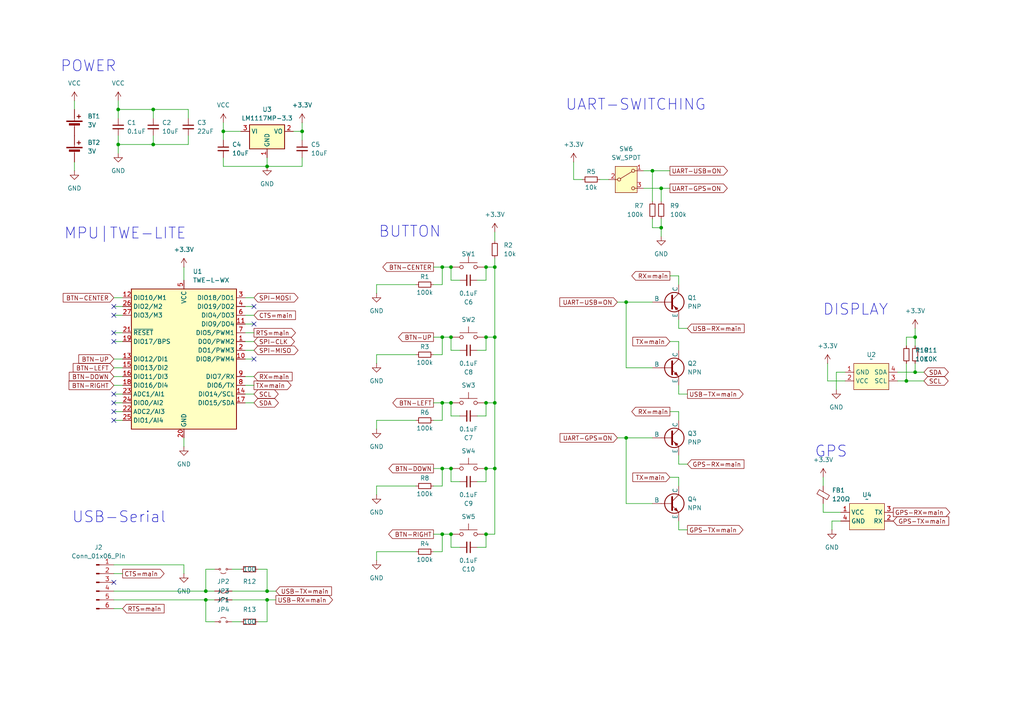
<source format=kicad_sch>
(kicad_sch
	(version 20231120)
	(generator "eeschema")
	(generator_version "8.0")
	(uuid "4ff87ec2-3a0a-40d9-b3cb-493dbb8c73f3")
	(paper "A4")
	(lib_symbols
		(symbol "Battery_Cell_1"
			(pin_numbers hide)
			(pin_names
				(offset 0) hide)
			(exclude_from_sim no)
			(in_bom yes)
			(on_board yes)
			(property "Reference" "BT"
				(at 2.54 2.54 0)
				(effects
					(font
						(size 1.27 1.27)
					)
					(justify left)
				)
			)
			(property "Value" "Battery_Cell"
				(at 2.54 0 0)
				(effects
					(font
						(size 1.27 1.27)
					)
					(justify left)
				)
			)
			(property "Footprint" ""
				(at 0 1.524 90)
				(effects
					(font
						(size 1.27 1.27)
					)
					(hide yes)
				)
			)
			(property "Datasheet" "~"
				(at 0 1.524 90)
				(effects
					(font
						(size 1.27 1.27)
					)
					(hide yes)
				)
			)
			(property "Description" "Single-cell battery"
				(at 0 0 0)
				(effects
					(font
						(size 1.27 1.27)
					)
					(hide yes)
				)
			)
			(property "ki_keywords" "battery cell"
				(at 0 0 0)
				(effects
					(font
						(size 1.27 1.27)
					)
					(hide yes)
				)
			)
			(symbol "Battery_Cell_1_0_1"
				(rectangle
					(start -2.286 1.778)
					(end 2.286 1.524)
					(stroke
						(width 0)
						(type default)
					)
					(fill
						(type outline)
					)
				)
				(rectangle
					(start -1.524 1.016)
					(end 1.524 0.508)
					(stroke
						(width 0)
						(type default)
					)
					(fill
						(type outline)
					)
				)
				(polyline
					(pts
						(xy 0 0.762) (xy 0 0)
					)
					(stroke
						(width 0)
						(type default)
					)
					(fill
						(type none)
					)
				)
				(polyline
					(pts
						(xy 0 1.778) (xy 0 2.54)
					)
					(stroke
						(width 0)
						(type default)
					)
					(fill
						(type none)
					)
				)
				(polyline
					(pts
						(xy 0.762 3.048) (xy 1.778 3.048)
					)
					(stroke
						(width 0.254)
						(type default)
					)
					(fill
						(type none)
					)
				)
				(polyline
					(pts
						(xy 1.27 3.556) (xy 1.27 2.54)
					)
					(stroke
						(width 0.254)
						(type default)
					)
					(fill
						(type none)
					)
				)
			)
			(symbol "Battery_Cell_1_1_1"
				(pin passive line
					(at 0 5.08 270)
					(length 2.54)
					(name "+"
						(effects
							(font
								(size 1.27 1.27)
							)
						)
					)
					(number "1"
						(effects
							(font
								(size 1.27 1.27)
							)
						)
					)
				)
				(pin passive line
					(at 0 -2.54 90)
					(length 2.54)
					(name "-"
						(effects
							(font
								(size 1.27 1.27)
							)
						)
					)
					(number "2"
						(effects
							(font
								(size 1.27 1.27)
							)
						)
					)
				)
			)
		)
		(symbol "CanSat:Display-I2C"
			(exclude_from_sim no)
			(in_bom yes)
			(on_board yes)
			(property "Reference" "U"
				(at 0 1.27 0)
				(effects
					(font
						(size 1.27 1.27)
					)
				)
			)
			(property "Value" ""
				(at 0 4.064 0)
				(effects
					(font
						(size 1.27 1.27)
					)
				)
			)
			(property "Footprint" ""
				(at 0 4.064 0)
				(effects
					(font
						(size 1.27 1.27)
					)
					(hide yes)
				)
			)
			(property "Datasheet" ""
				(at 0 4.064 0)
				(effects
					(font
						(size 1.27 1.27)
					)
					(hide yes)
				)
			)
			(property "Description" ""
				(at 0 4.064 0)
				(effects
					(font
						(size 1.27 1.27)
					)
					(hide yes)
				)
			)
			(symbol "Display-I2C_1_1"
				(rectangle
					(start -5.08 0)
					(end 5.08 -7.62)
					(stroke
						(width 0)
						(type default)
					)
					(fill
						(type background)
					)
				)
				(pin passive line
					(at -7.62 -2.54 0)
					(length 2.54)
					(name "GND"
						(effects
							(font
								(size 1.27 1.27)
							)
						)
					)
					(number "1"
						(effects
							(font
								(size 1.27 1.27)
							)
						)
					)
				)
				(pin passive line
					(at -7.62 -5.08 0)
					(length 2.54)
					(name "VCC"
						(effects
							(font
								(size 1.27 1.27)
							)
						)
					)
					(number "2"
						(effects
							(font
								(size 1.27 1.27)
							)
						)
					)
				)
				(pin passive line
					(at 7.62 -5.08 180)
					(length 2.54)
					(name "SCL"
						(effects
							(font
								(size 1.27 1.27)
							)
						)
					)
					(number "3"
						(effects
							(font
								(size 1.27 1.27)
							)
						)
					)
				)
				(pin passive line
					(at 7.62 -2.54 180)
					(length 2.54)
					(name "SDA"
						(effects
							(font
								(size 1.27 1.27)
							)
						)
					)
					(number "4"
						(effects
							(font
								(size 1.27 1.27)
							)
						)
					)
				)
			)
		)
		(symbol "CanSat:GY-NEO6MV2"
			(exclude_from_sim no)
			(in_bom yes)
			(on_board yes)
			(property "Reference" "U"
				(at 0 2.032 0)
				(effects
					(font
						(size 1.27 1.27)
					)
				)
			)
			(property "Value" ""
				(at 0 2.032 0)
				(effects
					(font
						(size 1.27 1.27)
					)
				)
			)
			(property "Footprint" ""
				(at 0 2.032 0)
				(effects
					(font
						(size 1.27 1.27)
					)
					(hide yes)
				)
			)
			(property "Datasheet" ""
				(at 0 2.032 0)
				(effects
					(font
						(size 1.27 1.27)
					)
					(hide yes)
				)
			)
			(property "Description" ""
				(at 0 2.032 0)
				(effects
					(font
						(size 1.27 1.27)
					)
					(hide yes)
				)
			)
			(symbol "GY-NEO6MV2_1_1"
				(rectangle
					(start -5.08 0)
					(end 5.08 -7.62)
					(stroke
						(width 0)
						(type default)
					)
					(fill
						(type background)
					)
				)
				(pin passive line
					(at -7.62 -2.54 0)
					(length 2.54)
					(name "VCC"
						(effects
							(font
								(size 1.27 1.27)
							)
						)
					)
					(number "1"
						(effects
							(font
								(size 1.27 1.27)
							)
						)
					)
				)
				(pin passive line
					(at 7.62 -5.08 180)
					(length 2.54)
					(name "RX"
						(effects
							(font
								(size 1.27 1.27)
							)
						)
					)
					(number "2"
						(effects
							(font
								(size 1.27 1.27)
							)
						)
					)
				)
				(pin passive line
					(at 7.62 -2.54 180)
					(length 2.54)
					(name "TX"
						(effects
							(font
								(size 1.27 1.27)
							)
						)
					)
					(number "3"
						(effects
							(font
								(size 1.27 1.27)
							)
						)
					)
				)
				(pin passive line
					(at -7.62 -5.08 0)
					(length 2.54)
					(name "GND"
						(effects
							(font
								(size 1.27 1.27)
							)
						)
					)
					(number "4"
						(effects
							(font
								(size 1.27 1.27)
							)
						)
					)
				)
			)
		)
		(symbol "Connector:Conn_01x06_Pin"
			(pin_names
				(offset 1.016) hide)
			(exclude_from_sim no)
			(in_bom yes)
			(on_board yes)
			(property "Reference" "J"
				(at 0 7.62 0)
				(effects
					(font
						(size 1.27 1.27)
					)
				)
			)
			(property "Value" "Conn_01x06_Pin"
				(at 0 -10.16 0)
				(effects
					(font
						(size 1.27 1.27)
					)
				)
			)
			(property "Footprint" ""
				(at 0 0 0)
				(effects
					(font
						(size 1.27 1.27)
					)
					(hide yes)
				)
			)
			(property "Datasheet" "~"
				(at 0 0 0)
				(effects
					(font
						(size 1.27 1.27)
					)
					(hide yes)
				)
			)
			(property "Description" "Generic connector, single row, 01x06, script generated"
				(at 0 0 0)
				(effects
					(font
						(size 1.27 1.27)
					)
					(hide yes)
				)
			)
			(property "ki_locked" ""
				(at 0 0 0)
				(effects
					(font
						(size 1.27 1.27)
					)
				)
			)
			(property "ki_keywords" "connector"
				(at 0 0 0)
				(effects
					(font
						(size 1.27 1.27)
					)
					(hide yes)
				)
			)
			(property "ki_fp_filters" "Connector*:*_1x??_*"
				(at 0 0 0)
				(effects
					(font
						(size 1.27 1.27)
					)
					(hide yes)
				)
			)
			(symbol "Conn_01x06_Pin_1_1"
				(polyline
					(pts
						(xy 1.27 -7.62) (xy 0.8636 -7.62)
					)
					(stroke
						(width 0.1524)
						(type default)
					)
					(fill
						(type none)
					)
				)
				(polyline
					(pts
						(xy 1.27 -5.08) (xy 0.8636 -5.08)
					)
					(stroke
						(width 0.1524)
						(type default)
					)
					(fill
						(type none)
					)
				)
				(polyline
					(pts
						(xy 1.27 -2.54) (xy 0.8636 -2.54)
					)
					(stroke
						(width 0.1524)
						(type default)
					)
					(fill
						(type none)
					)
				)
				(polyline
					(pts
						(xy 1.27 0) (xy 0.8636 0)
					)
					(stroke
						(width 0.1524)
						(type default)
					)
					(fill
						(type none)
					)
				)
				(polyline
					(pts
						(xy 1.27 2.54) (xy 0.8636 2.54)
					)
					(stroke
						(width 0.1524)
						(type default)
					)
					(fill
						(type none)
					)
				)
				(polyline
					(pts
						(xy 1.27 5.08) (xy 0.8636 5.08)
					)
					(stroke
						(width 0.1524)
						(type default)
					)
					(fill
						(type none)
					)
				)
				(rectangle
					(start 0.8636 -7.493)
					(end 0 -7.747)
					(stroke
						(width 0.1524)
						(type default)
					)
					(fill
						(type outline)
					)
				)
				(rectangle
					(start 0.8636 -4.953)
					(end 0 -5.207)
					(stroke
						(width 0.1524)
						(type default)
					)
					(fill
						(type outline)
					)
				)
				(rectangle
					(start 0.8636 -2.413)
					(end 0 -2.667)
					(stroke
						(width 0.1524)
						(type default)
					)
					(fill
						(type outline)
					)
				)
				(rectangle
					(start 0.8636 0.127)
					(end 0 -0.127)
					(stroke
						(width 0.1524)
						(type default)
					)
					(fill
						(type outline)
					)
				)
				(rectangle
					(start 0.8636 2.667)
					(end 0 2.413)
					(stroke
						(width 0.1524)
						(type default)
					)
					(fill
						(type outline)
					)
				)
				(rectangle
					(start 0.8636 5.207)
					(end 0 4.953)
					(stroke
						(width 0.1524)
						(type default)
					)
					(fill
						(type outline)
					)
				)
				(pin passive line
					(at 5.08 5.08 180)
					(length 3.81)
					(name "Pin_1"
						(effects
							(font
								(size 1.27 1.27)
							)
						)
					)
					(number "1"
						(effects
							(font
								(size 1.27 1.27)
							)
						)
					)
				)
				(pin passive line
					(at 5.08 2.54 180)
					(length 3.81)
					(name "Pin_2"
						(effects
							(font
								(size 1.27 1.27)
							)
						)
					)
					(number "2"
						(effects
							(font
								(size 1.27 1.27)
							)
						)
					)
				)
				(pin passive line
					(at 5.08 0 180)
					(length 3.81)
					(name "Pin_3"
						(effects
							(font
								(size 1.27 1.27)
							)
						)
					)
					(number "3"
						(effects
							(font
								(size 1.27 1.27)
							)
						)
					)
				)
				(pin passive line
					(at 5.08 -2.54 180)
					(length 3.81)
					(name "Pin_4"
						(effects
							(font
								(size 1.27 1.27)
							)
						)
					)
					(number "4"
						(effects
							(font
								(size 1.27 1.27)
							)
						)
					)
				)
				(pin passive line
					(at 5.08 -5.08 180)
					(length 3.81)
					(name "Pin_5"
						(effects
							(font
								(size 1.27 1.27)
							)
						)
					)
					(number "5"
						(effects
							(font
								(size 1.27 1.27)
							)
						)
					)
				)
				(pin passive line
					(at 5.08 -7.62 180)
					(length 3.81)
					(name "Pin_6"
						(effects
							(font
								(size 1.27 1.27)
							)
						)
					)
					(number "6"
						(effects
							(font
								(size 1.27 1.27)
							)
						)
					)
				)
			)
		)
		(symbol "Device:Battery_Cell"
			(pin_numbers hide)
			(pin_names
				(offset 0) hide)
			(exclude_from_sim no)
			(in_bom yes)
			(on_board yes)
			(property "Reference" "BT"
				(at 2.54 2.54 0)
				(effects
					(font
						(size 1.27 1.27)
					)
					(justify left)
				)
			)
			(property "Value" "Battery_Cell"
				(at 2.54 0 0)
				(effects
					(font
						(size 1.27 1.27)
					)
					(justify left)
				)
			)
			(property "Footprint" ""
				(at 0 1.524 90)
				(effects
					(font
						(size 1.27 1.27)
					)
					(hide yes)
				)
			)
			(property "Datasheet" "~"
				(at 0 1.524 90)
				(effects
					(font
						(size 1.27 1.27)
					)
					(hide yes)
				)
			)
			(property "Description" "Single-cell battery"
				(at 0 0 0)
				(effects
					(font
						(size 1.27 1.27)
					)
					(hide yes)
				)
			)
			(property "ki_keywords" "battery cell"
				(at 0 0 0)
				(effects
					(font
						(size 1.27 1.27)
					)
					(hide yes)
				)
			)
			(symbol "Battery_Cell_0_1"
				(rectangle
					(start -2.286 1.778)
					(end 2.286 1.524)
					(stroke
						(width 0)
						(type default)
					)
					(fill
						(type outline)
					)
				)
				(rectangle
					(start -1.524 1.016)
					(end 1.524 0.508)
					(stroke
						(width 0)
						(type default)
					)
					(fill
						(type outline)
					)
				)
				(polyline
					(pts
						(xy 0 0.762) (xy 0 0)
					)
					(stroke
						(width 0)
						(type default)
					)
					(fill
						(type none)
					)
				)
				(polyline
					(pts
						(xy 0 1.778) (xy 0 2.54)
					)
					(stroke
						(width 0)
						(type default)
					)
					(fill
						(type none)
					)
				)
				(polyline
					(pts
						(xy 0.762 3.048) (xy 1.778 3.048)
					)
					(stroke
						(width 0.254)
						(type default)
					)
					(fill
						(type none)
					)
				)
				(polyline
					(pts
						(xy 1.27 3.556) (xy 1.27 2.54)
					)
					(stroke
						(width 0.254)
						(type default)
					)
					(fill
						(type none)
					)
				)
			)
			(symbol "Battery_Cell_1_1"
				(pin passive line
					(at 0 5.08 270)
					(length 2.54)
					(name "+"
						(effects
							(font
								(size 1.27 1.27)
							)
						)
					)
					(number "1"
						(effects
							(font
								(size 1.27 1.27)
							)
						)
					)
				)
				(pin passive line
					(at 0 -2.54 90)
					(length 2.54)
					(name "-"
						(effects
							(font
								(size 1.27 1.27)
							)
						)
					)
					(number "2"
						(effects
							(font
								(size 1.27 1.27)
							)
						)
					)
				)
			)
		)
		(symbol "Device:C_Small"
			(pin_numbers hide)
			(pin_names
				(offset 0.254) hide)
			(exclude_from_sim no)
			(in_bom yes)
			(on_board yes)
			(property "Reference" "C"
				(at 0.254 1.778 0)
				(effects
					(font
						(size 1.27 1.27)
					)
					(justify left)
				)
			)
			(property "Value" "C_Small"
				(at 0.254 -2.032 0)
				(effects
					(font
						(size 1.27 1.27)
					)
					(justify left)
				)
			)
			(property "Footprint" ""
				(at 0 0 0)
				(effects
					(font
						(size 1.27 1.27)
					)
					(hide yes)
				)
			)
			(property "Datasheet" "~"
				(at 0 0 0)
				(effects
					(font
						(size 1.27 1.27)
					)
					(hide yes)
				)
			)
			(property "Description" "Unpolarized capacitor, small symbol"
				(at 0 0 0)
				(effects
					(font
						(size 1.27 1.27)
					)
					(hide yes)
				)
			)
			(property "ki_keywords" "capacitor cap"
				(at 0 0 0)
				(effects
					(font
						(size 1.27 1.27)
					)
					(hide yes)
				)
			)
			(property "ki_fp_filters" "C_*"
				(at 0 0 0)
				(effects
					(font
						(size 1.27 1.27)
					)
					(hide yes)
				)
			)
			(symbol "C_Small_0_1"
				(polyline
					(pts
						(xy -1.524 -0.508) (xy 1.524 -0.508)
					)
					(stroke
						(width 0.3302)
						(type default)
					)
					(fill
						(type none)
					)
				)
				(polyline
					(pts
						(xy -1.524 0.508) (xy 1.524 0.508)
					)
					(stroke
						(width 0.3048)
						(type default)
					)
					(fill
						(type none)
					)
				)
			)
			(symbol "C_Small_1_1"
				(pin passive line
					(at 0 2.54 270)
					(length 2.032)
					(name "~"
						(effects
							(font
								(size 1.27 1.27)
							)
						)
					)
					(number "1"
						(effects
							(font
								(size 1.27 1.27)
							)
						)
					)
				)
				(pin passive line
					(at 0 -2.54 90)
					(length 2.032)
					(name "~"
						(effects
							(font
								(size 1.27 1.27)
							)
						)
					)
					(number "2"
						(effects
							(font
								(size 1.27 1.27)
							)
						)
					)
				)
			)
		)
		(symbol "Device:FerriteBead_Small"
			(pin_numbers hide)
			(pin_names
				(offset 0)
			)
			(exclude_from_sim no)
			(in_bom yes)
			(on_board yes)
			(property "Reference" "FB"
				(at 1.905 1.27 0)
				(effects
					(font
						(size 1.27 1.27)
					)
					(justify left)
				)
			)
			(property "Value" "FerriteBead_Small"
				(at 1.905 -1.27 0)
				(effects
					(font
						(size 1.27 1.27)
					)
					(justify left)
				)
			)
			(property "Footprint" ""
				(at -1.778 0 90)
				(effects
					(font
						(size 1.27 1.27)
					)
					(hide yes)
				)
			)
			(property "Datasheet" "~"
				(at 0 0 0)
				(effects
					(font
						(size 1.27 1.27)
					)
					(hide yes)
				)
			)
			(property "Description" "Ferrite bead, small symbol"
				(at 0 0 0)
				(effects
					(font
						(size 1.27 1.27)
					)
					(hide yes)
				)
			)
			(property "ki_keywords" "L ferrite bead inductor filter"
				(at 0 0 0)
				(effects
					(font
						(size 1.27 1.27)
					)
					(hide yes)
				)
			)
			(property "ki_fp_filters" "Inductor_* L_* *Ferrite*"
				(at 0 0 0)
				(effects
					(font
						(size 1.27 1.27)
					)
					(hide yes)
				)
			)
			(symbol "FerriteBead_Small_0_1"
				(polyline
					(pts
						(xy 0 -1.27) (xy 0 -0.7874)
					)
					(stroke
						(width 0)
						(type default)
					)
					(fill
						(type none)
					)
				)
				(polyline
					(pts
						(xy 0 0.889) (xy 0 1.2954)
					)
					(stroke
						(width 0)
						(type default)
					)
					(fill
						(type none)
					)
				)
				(polyline
					(pts
						(xy -1.8288 0.2794) (xy -1.1176 1.4986) (xy 1.8288 -0.2032) (xy 1.1176 -1.4224) (xy -1.8288 0.2794)
					)
					(stroke
						(width 0)
						(type default)
					)
					(fill
						(type none)
					)
				)
			)
			(symbol "FerriteBead_Small_1_1"
				(pin passive line
					(at 0 2.54 270)
					(length 1.27)
					(name "~"
						(effects
							(font
								(size 1.27 1.27)
							)
						)
					)
					(number "1"
						(effects
							(font
								(size 1.27 1.27)
							)
						)
					)
				)
				(pin passive line
					(at 0 -2.54 90)
					(length 1.27)
					(name "~"
						(effects
							(font
								(size 1.27 1.27)
							)
						)
					)
					(number "2"
						(effects
							(font
								(size 1.27 1.27)
							)
						)
					)
				)
			)
		)
		(symbol "Device:R_Small"
			(pin_numbers hide)
			(pin_names
				(offset 0.254) hide)
			(exclude_from_sim no)
			(in_bom yes)
			(on_board yes)
			(property "Reference" "R"
				(at 0.762 0.508 0)
				(effects
					(font
						(size 1.27 1.27)
					)
					(justify left)
				)
			)
			(property "Value" "R_Small"
				(at 0.762 -1.016 0)
				(effects
					(font
						(size 1.27 1.27)
					)
					(justify left)
				)
			)
			(property "Footprint" ""
				(at 0 0 0)
				(effects
					(font
						(size 1.27 1.27)
					)
					(hide yes)
				)
			)
			(property "Datasheet" "~"
				(at 0 0 0)
				(effects
					(font
						(size 1.27 1.27)
					)
					(hide yes)
				)
			)
			(property "Description" "Resistor, small symbol"
				(at 0 0 0)
				(effects
					(font
						(size 1.27 1.27)
					)
					(hide yes)
				)
			)
			(property "ki_keywords" "R resistor"
				(at 0 0 0)
				(effects
					(font
						(size 1.27 1.27)
					)
					(hide yes)
				)
			)
			(property "ki_fp_filters" "R_*"
				(at 0 0 0)
				(effects
					(font
						(size 1.27 1.27)
					)
					(hide yes)
				)
			)
			(symbol "R_Small_0_1"
				(rectangle
					(start -0.762 1.778)
					(end 0.762 -1.778)
					(stroke
						(width 0.2032)
						(type default)
					)
					(fill
						(type none)
					)
				)
			)
			(symbol "R_Small_1_1"
				(pin passive line
					(at 0 2.54 270)
					(length 0.762)
					(name "~"
						(effects
							(font
								(size 1.27 1.27)
							)
						)
					)
					(number "1"
						(effects
							(font
								(size 1.27 1.27)
							)
						)
					)
				)
				(pin passive line
					(at 0 -2.54 90)
					(length 0.762)
					(name "~"
						(effects
							(font
								(size 1.27 1.27)
							)
						)
					)
					(number "2"
						(effects
							(font
								(size 1.27 1.27)
							)
						)
					)
				)
			)
		)
		(symbol "Jumper:Jumper_2_Small_Bridged"
			(pin_numbers hide)
			(pin_names
				(offset 0) hide)
			(exclude_from_sim yes)
			(in_bom yes)
			(on_board yes)
			(property "Reference" "JP"
				(at 0 2.032 0)
				(effects
					(font
						(size 1.27 1.27)
					)
				)
			)
			(property "Value" "Jumper_2_Small_Bridged"
				(at 0 -2.286 0)
				(effects
					(font
						(size 1.27 1.27)
					)
				)
			)
			(property "Footprint" ""
				(at 0 0 0)
				(effects
					(font
						(size 1.27 1.27)
					)
					(hide yes)
				)
			)
			(property "Datasheet" "~"
				(at 0 0 0)
				(effects
					(font
						(size 1.27 1.27)
					)
					(hide yes)
				)
			)
			(property "Description" "Jumper, 2-pole, small symbol, bridged"
				(at 0 0 0)
				(effects
					(font
						(size 1.27 1.27)
					)
					(hide yes)
				)
			)
			(property "ki_keywords" "Jumper SPST"
				(at 0 0 0)
				(effects
					(font
						(size 1.27 1.27)
					)
					(hide yes)
				)
			)
			(property "ki_fp_filters" "Jumper* TestPoint*2Pads* TestPoint*Bridge*"
				(at 0 0 0)
				(effects
					(font
						(size 1.27 1.27)
					)
					(hide yes)
				)
			)
			(symbol "Jumper_2_Small_Bridged_0_0"
				(circle
					(center -1.016 0)
					(radius 0.254)
					(stroke
						(width 0)
						(type default)
					)
					(fill
						(type none)
					)
				)
				(circle
					(center 1.016 0)
					(radius 0.254)
					(stroke
						(width 0)
						(type default)
					)
					(fill
						(type none)
					)
				)
			)
			(symbol "Jumper_2_Small_Bridged_0_1"
				(arc
					(start 0.762 0.254)
					(mid 0 0.5696)
					(end -0.762 0.254)
					(stroke
						(width 0)
						(type default)
					)
					(fill
						(type none)
					)
				)
			)
			(symbol "Jumper_2_Small_Bridged_1_1"
				(pin passive line
					(at -2.54 0 0)
					(length 1.27)
					(name "A"
						(effects
							(font
								(size 1.27 1.27)
							)
						)
					)
					(number "1"
						(effects
							(font
								(size 1.27 1.27)
							)
						)
					)
				)
				(pin passive line
					(at 2.54 0 180)
					(length 1.27)
					(name "B"
						(effects
							(font
								(size 1.27 1.27)
							)
						)
					)
					(number "2"
						(effects
							(font
								(size 1.27 1.27)
							)
						)
					)
				)
			)
		)
		(symbol "Jumper:Jumper_2_Small_Open"
			(pin_numbers hide)
			(pin_names
				(offset 0) hide)
			(exclude_from_sim yes)
			(in_bom yes)
			(on_board yes)
			(property "Reference" "JP"
				(at 0 2.794 0)
				(effects
					(font
						(size 1.27 1.27)
					)
				)
			)
			(property "Value" "Jumper_2_Small_Open"
				(at 0 -2.286 0)
				(effects
					(font
						(size 1.27 1.27)
					)
				)
			)
			(property "Footprint" ""
				(at 0 0 0)
				(effects
					(font
						(size 1.27 1.27)
					)
					(hide yes)
				)
			)
			(property "Datasheet" "~"
				(at 0 0 0)
				(effects
					(font
						(size 1.27 1.27)
					)
					(hide yes)
				)
			)
			(property "Description" "Jumper, 2-pole, small symbol, open"
				(at 0 0 0)
				(effects
					(font
						(size 1.27 1.27)
					)
					(hide yes)
				)
			)
			(property "ki_keywords" "Jumper SPST"
				(at 0 0 0)
				(effects
					(font
						(size 1.27 1.27)
					)
					(hide yes)
				)
			)
			(property "ki_fp_filters" "Jumper* TestPoint*2Pads* TestPoint*Bridge*"
				(at 0 0 0)
				(effects
					(font
						(size 1.27 1.27)
					)
					(hide yes)
				)
			)
			(symbol "Jumper_2_Small_Open_0_0"
				(circle
					(center -1.016 0)
					(radius 0.254)
					(stroke
						(width 0)
						(type default)
					)
					(fill
						(type none)
					)
				)
				(circle
					(center 1.016 0)
					(radius 0.254)
					(stroke
						(width 0)
						(type default)
					)
					(fill
						(type none)
					)
				)
			)
			(symbol "Jumper_2_Small_Open_0_1"
				(arc
					(start 0.762 1.0196)
					(mid 0 1.2729)
					(end -0.762 1.0196)
					(stroke
						(width 0)
						(type default)
					)
					(fill
						(type none)
					)
				)
			)
			(symbol "Jumper_2_Small_Open_1_1"
				(pin passive line
					(at -2.54 0 0)
					(length 1.27)
					(name "A"
						(effects
							(font
								(size 1.27 1.27)
							)
						)
					)
					(number "1"
						(effects
							(font
								(size 1.27 1.27)
							)
						)
					)
				)
				(pin passive line
					(at 2.54 0 180)
					(length 1.27)
					(name "B"
						(effects
							(font
								(size 1.27 1.27)
							)
						)
					)
					(number "2"
						(effects
							(font
								(size 1.27 1.27)
							)
						)
					)
				)
			)
		)
		(symbol "RF_ZigBee:TWE-L-WX"
			(exclude_from_sim no)
			(in_bom yes)
			(on_board yes)
			(property "Reference" "U"
				(at -11.43 21.59 0)
				(effects
					(font
						(size 1.27 1.27)
					)
				)
			)
			(property "Value" "TWE-L-WX"
				(at 7.62 21.59 0)
				(effects
					(font
						(size 1.27 1.27)
					)
				)
			)
			(property "Footprint" "RF_Module:MonoWireless_TWE-L-WX"
				(at 0 -27.94 0)
				(effects
					(font
						(size 1.27 1.27)
					)
					(hide yes)
				)
			)
			(property "Datasheet" "https://www.mono-wireless.com/jp/products/TWE-LITE/MW-PDS-TWELITE-JP.pdf"
				(at 19.05 -25.4 0)
				(effects
					(font
						(size 1.27 1.27)
					)
					(hide yes)
				)
			)
			(property "Description" "NXP JN5164/JN5169 breakout module, SMD"
				(at 0 0 0)
				(effects
					(font
						(size 1.27 1.27)
					)
					(hide yes)
				)
			)
			(property "ki_keywords" "TWELITE"
				(at 0 0 0)
				(effects
					(font
						(size 1.27 1.27)
					)
					(hide yes)
				)
			)
			(property "ki_fp_filters" "MonoWireless?TWE*"
				(at 0 0 0)
				(effects
					(font
						(size 1.27 1.27)
					)
					(hide yes)
				)
			)
			(symbol "TWE-L-WX_1_0"
				(rectangle
					(start -15.24 -20.32)
					(end 15.24 20.32)
					(stroke
						(width 0.254)
						(type default)
					)
					(fill
						(type background)
					)
				)
			)
			(symbol "TWE-L-WX_1_1"
				(pin output line
					(at 17.78 5.08 180)
					(length 2.54)
					(name "DO0/PWM2"
						(effects
							(font
								(size 1.27 1.27)
							)
						)
					)
					(number "1"
						(effects
							(font
								(size 1.27 1.27)
							)
						)
					)
				)
				(pin bidirectional line
					(at 17.78 0 180)
					(length 2.54)
					(name "DIO8/PWM4"
						(effects
							(font
								(size 1.27 1.27)
							)
						)
					)
					(number "10"
						(effects
							(font
								(size 1.27 1.27)
							)
						)
					)
				)
				(pin bidirectional line
					(at 17.78 10.16 180)
					(length 2.54)
					(name "DIO9/DO4"
						(effects
							(font
								(size 1.27 1.27)
							)
						)
					)
					(number "11"
						(effects
							(font
								(size 1.27 1.27)
							)
						)
					)
				)
				(pin bidirectional line
					(at -17.78 17.78 0)
					(length 2.54)
					(name "DIO10/M1"
						(effects
							(font
								(size 1.27 1.27)
							)
						)
					)
					(number "12"
						(effects
							(font
								(size 1.27 1.27)
							)
						)
					)
				)
				(pin bidirectional line
					(at -17.78 0 0)
					(length 2.54)
					(name "DIO12/DI1"
						(effects
							(font
								(size 1.27 1.27)
							)
						)
					)
					(number "13"
						(effects
							(font
								(size 1.27 1.27)
							)
						)
					)
				)
				(pin bidirectional line
					(at 17.78 -10.16 180)
					(length 2.54)
					(name "DIO14/SCL"
						(effects
							(font
								(size 1.27 1.27)
							)
						)
					)
					(number "14"
						(effects
							(font
								(size 1.27 1.27)
							)
						)
					)
				)
				(pin bidirectional line
					(at -17.78 -2.54 0)
					(length 2.54)
					(name "DIO13/DI2"
						(effects
							(font
								(size 1.27 1.27)
							)
						)
					)
					(number "15"
						(effects
							(font
								(size 1.27 1.27)
							)
						)
					)
				)
				(pin bidirectional line
					(at -17.78 -5.08 0)
					(length 2.54)
					(name "DIO11/DI3"
						(effects
							(font
								(size 1.27 1.27)
							)
						)
					)
					(number "16"
						(effects
							(font
								(size 1.27 1.27)
							)
						)
					)
				)
				(pin bidirectional line
					(at 17.78 -12.7 180)
					(length 2.54)
					(name "DIO15/SDA"
						(effects
							(font
								(size 1.27 1.27)
							)
						)
					)
					(number "17"
						(effects
							(font
								(size 1.27 1.27)
							)
						)
					)
				)
				(pin bidirectional line
					(at -17.78 -7.62 0)
					(length 2.54)
					(name "DIO16/DI4"
						(effects
							(font
								(size 1.27 1.27)
							)
						)
					)
					(number "18"
						(effects
							(font
								(size 1.27 1.27)
							)
						)
					)
				)
				(pin bidirectional line
					(at -17.78 5.08 0)
					(length 2.54)
					(name "DIO17/BPS"
						(effects
							(font
								(size 1.27 1.27)
							)
						)
					)
					(number "19"
						(effects
							(font
								(size 1.27 1.27)
							)
						)
					)
				)
				(pin bidirectional line
					(at 17.78 2.54 180)
					(length 2.54)
					(name "DO1/PWM3"
						(effects
							(font
								(size 1.27 1.27)
							)
						)
					)
					(number "2"
						(effects
							(font
								(size 1.27 1.27)
							)
						)
					)
				)
				(pin power_in line
					(at 0 -22.86 90)
					(length 2.54)
					(name "GND"
						(effects
							(font
								(size 1.27 1.27)
							)
						)
					)
					(number "20"
						(effects
							(font
								(size 1.27 1.27)
							)
						)
					)
				)
				(pin input line
					(at -17.78 7.62 0)
					(length 2.54)
					(name "~{RESET}"
						(effects
							(font
								(size 1.27 1.27)
							)
						)
					)
					(number "21"
						(effects
							(font
								(size 1.27 1.27)
							)
						)
					)
				)
				(pin input line
					(at -17.78 -15.24 0)
					(length 2.54)
					(name "ADC2/AI3"
						(effects
							(font
								(size 1.27 1.27)
							)
						)
					)
					(number "22"
						(effects
							(font
								(size 1.27 1.27)
							)
						)
					)
				)
				(pin input line
					(at -17.78 -10.16 0)
					(length 2.54)
					(name "ADC1/AI1"
						(effects
							(font
								(size 1.27 1.27)
							)
						)
					)
					(number "23"
						(effects
							(font
								(size 1.27 1.27)
							)
						)
					)
				)
				(pin bidirectional line
					(at -17.78 -12.7 0)
					(length 2.54)
					(name "DIO0/AI2"
						(effects
							(font
								(size 1.27 1.27)
							)
						)
					)
					(number "24"
						(effects
							(font
								(size 1.27 1.27)
							)
						)
					)
				)
				(pin bidirectional line
					(at -17.78 -17.78 0)
					(length 2.54)
					(name "DIO1/AI4"
						(effects
							(font
								(size 1.27 1.27)
							)
						)
					)
					(number "25"
						(effects
							(font
								(size 1.27 1.27)
							)
						)
					)
				)
				(pin bidirectional line
					(at -17.78 15.24 0)
					(length 2.54)
					(name "DIO2/M2"
						(effects
							(font
								(size 1.27 1.27)
							)
						)
					)
					(number "26"
						(effects
							(font
								(size 1.27 1.27)
							)
						)
					)
				)
				(pin bidirectional line
					(at -17.78 12.7 0)
					(length 2.54)
					(name "DIO3/M3"
						(effects
							(font
								(size 1.27 1.27)
							)
						)
					)
					(number "27"
						(effects
							(font
								(size 1.27 1.27)
							)
						)
					)
				)
				(pin passive line
					(at 0 -22.86 90)
					(length 2.54) hide
					(name "GND"
						(effects
							(font
								(size 1.27 1.27)
							)
						)
					)
					(number "28"
						(effects
							(font
								(size 1.27 1.27)
							)
						)
					)
				)
				(pin no_connect line
					(at 15.24 -17.78 180)
					(length 2.54) hide
					(name "NC"
						(effects
							(font
								(size 1.27 1.27)
							)
						)
					)
					(number "29"
						(effects
							(font
								(size 1.27 1.27)
							)
						)
					)
				)
				(pin bidirectional line
					(at 17.78 17.78 180)
					(length 2.54)
					(name "DIO18/DO1"
						(effects
							(font
								(size 1.27 1.27)
							)
						)
					)
					(number "3"
						(effects
							(font
								(size 1.27 1.27)
							)
						)
					)
				)
				(pin passive line
					(at 0 -22.86 90)
					(length 2.54) hide
					(name "GND"
						(effects
							(font
								(size 1.27 1.27)
							)
						)
					)
					(number "30"
						(effects
							(font
								(size 1.27 1.27)
							)
						)
					)
				)
				(pin passive line
					(at 0 -22.86 90)
					(length 2.54) hide
					(name "GND"
						(effects
							(font
								(size 1.27 1.27)
							)
						)
					)
					(number "31"
						(effects
							(font
								(size 1.27 1.27)
							)
						)
					)
				)
				(pin passive line
					(at 0 -22.86 90)
					(length 2.54) hide
					(name "GND"
						(effects
							(font
								(size 1.27 1.27)
							)
						)
					)
					(number "32"
						(effects
							(font
								(size 1.27 1.27)
							)
						)
					)
				)
				(pin bidirectional line
					(at 17.78 15.24 180)
					(length 2.54)
					(name "DIO19/DO2"
						(effects
							(font
								(size 1.27 1.27)
							)
						)
					)
					(number "4"
						(effects
							(font
								(size 1.27 1.27)
							)
						)
					)
				)
				(pin power_in line
					(at 0 22.86 270)
					(length 2.54)
					(name "VCC"
						(effects
							(font
								(size 1.27 1.27)
							)
						)
					)
					(number "5"
						(effects
							(font
								(size 1.27 1.27)
							)
						)
					)
				)
				(pin bidirectional line
					(at 17.78 12.7 180)
					(length 2.54)
					(name "DIO4/DO3"
						(effects
							(font
								(size 1.27 1.27)
							)
						)
					)
					(number "6"
						(effects
							(font
								(size 1.27 1.27)
							)
						)
					)
				)
				(pin bidirectional line
					(at 17.78 7.62 180)
					(length 2.54)
					(name "DIO5/PWM1"
						(effects
							(font
								(size 1.27 1.27)
							)
						)
					)
					(number "7"
						(effects
							(font
								(size 1.27 1.27)
							)
						)
					)
				)
				(pin bidirectional line
					(at 17.78 -7.62 180)
					(length 2.54)
					(name "DIO6/TX"
						(effects
							(font
								(size 1.27 1.27)
							)
						)
					)
					(number "8"
						(effects
							(font
								(size 1.27 1.27)
							)
						)
					)
				)
				(pin bidirectional line
					(at 17.78 -5.08 180)
					(length 2.54)
					(name "DIO7/RX"
						(effects
							(font
								(size 1.27 1.27)
							)
						)
					)
					(number "9"
						(effects
							(font
								(size 1.27 1.27)
							)
						)
					)
				)
			)
		)
		(symbol "Regulator_Linear:LM1117MP-3.3"
			(exclude_from_sim no)
			(in_bom yes)
			(on_board yes)
			(property "Reference" "U"
				(at -3.81 3.175 0)
				(effects
					(font
						(size 1.27 1.27)
					)
				)
			)
			(property "Value" "LM1117MP-3.3"
				(at 0 3.175 0)
				(effects
					(font
						(size 1.27 1.27)
					)
					(justify left)
				)
			)
			(property "Footprint" "Package_TO_SOT_SMD:SOT-223-3_TabPin2"
				(at 0 0 0)
				(effects
					(font
						(size 1.27 1.27)
					)
					(hide yes)
				)
			)
			(property "Datasheet" "http://www.ti.com/lit/ds/symlink/lm1117.pdf"
				(at 0 0 0)
				(effects
					(font
						(size 1.27 1.27)
					)
					(hide yes)
				)
			)
			(property "Description" "800mA Low-Dropout Linear Regulator, 3.3V fixed output, SOT-223"
				(at 0 0 0)
				(effects
					(font
						(size 1.27 1.27)
					)
					(hide yes)
				)
			)
			(property "ki_keywords" "linear regulator ldo fixed positive"
				(at 0 0 0)
				(effects
					(font
						(size 1.27 1.27)
					)
					(hide yes)
				)
			)
			(property "ki_fp_filters" "SOT?223*"
				(at 0 0 0)
				(effects
					(font
						(size 1.27 1.27)
					)
					(hide yes)
				)
			)
			(symbol "LM1117MP-3.3_0_1"
				(rectangle
					(start -5.08 -5.08)
					(end 5.08 1.905)
					(stroke
						(width 0.254)
						(type default)
					)
					(fill
						(type background)
					)
				)
			)
			(symbol "LM1117MP-3.3_1_1"
				(pin power_in line
					(at 0 -7.62 90)
					(length 2.54)
					(name "GND"
						(effects
							(font
								(size 1.27 1.27)
							)
						)
					)
					(number "1"
						(effects
							(font
								(size 1.27 1.27)
							)
						)
					)
				)
				(pin power_out line
					(at 7.62 0 180)
					(length 2.54)
					(name "VO"
						(effects
							(font
								(size 1.27 1.27)
							)
						)
					)
					(number "2"
						(effects
							(font
								(size 1.27 1.27)
							)
						)
					)
				)
				(pin power_in line
					(at -7.62 0 0)
					(length 2.54)
					(name "VI"
						(effects
							(font
								(size 1.27 1.27)
							)
						)
					)
					(number "3"
						(effects
							(font
								(size 1.27 1.27)
							)
						)
					)
				)
			)
		)
		(symbol "Simulation_SPICE:NPN"
			(pin_numbers hide)
			(pin_names
				(offset 0)
			)
			(exclude_from_sim no)
			(in_bom yes)
			(on_board yes)
			(property "Reference" "Q"
				(at -2.54 7.62 0)
				(effects
					(font
						(size 1.27 1.27)
					)
				)
			)
			(property "Value" "NPN"
				(at -2.54 5.08 0)
				(effects
					(font
						(size 1.27 1.27)
					)
				)
			)
			(property "Footprint" ""
				(at 63.5 0 0)
				(effects
					(font
						(size 1.27 1.27)
					)
					(hide yes)
				)
			)
			(property "Datasheet" "https://ngspice.sourceforge.io/docs/ngspice-html-manual/manual.xhtml#cha_BJTs"
				(at 63.5 0 0)
				(effects
					(font
						(size 1.27 1.27)
					)
					(hide yes)
				)
			)
			(property "Description" "Bipolar transistor symbol for simulation only, substrate tied to the emitter"
				(at 0 0 0)
				(effects
					(font
						(size 1.27 1.27)
					)
					(hide yes)
				)
			)
			(property "Sim.Device" "NPN"
				(at 0 0 0)
				(effects
					(font
						(size 1.27 1.27)
					)
					(hide yes)
				)
			)
			(property "Sim.Type" "GUMMELPOON"
				(at 0 0 0)
				(effects
					(font
						(size 1.27 1.27)
					)
					(hide yes)
				)
			)
			(property "Sim.Pins" "1=C 2=B 3=E"
				(at 0 0 0)
				(effects
					(font
						(size 1.27 1.27)
					)
					(hide yes)
				)
			)
			(property "ki_keywords" "simulation"
				(at 0 0 0)
				(effects
					(font
						(size 1.27 1.27)
					)
					(hide yes)
				)
			)
			(symbol "NPN_0_1"
				(polyline
					(pts
						(xy -2.54 0) (xy 0.635 0)
					)
					(stroke
						(width 0.1524)
						(type default)
					)
					(fill
						(type none)
					)
				)
				(polyline
					(pts
						(xy 0.635 0.635) (xy 2.54 2.54)
					)
					(stroke
						(width 0)
						(type default)
					)
					(fill
						(type none)
					)
				)
				(polyline
					(pts
						(xy 2.794 -1.27) (xy 2.794 -1.27)
					)
					(stroke
						(width 0.1524)
						(type default)
					)
					(fill
						(type none)
					)
				)
				(polyline
					(pts
						(xy 2.794 -1.27) (xy 2.794 -1.27)
					)
					(stroke
						(width 0.1524)
						(type default)
					)
					(fill
						(type none)
					)
				)
				(polyline
					(pts
						(xy 0.635 -0.635) (xy 2.54 -2.54) (xy 2.54 -2.54)
					)
					(stroke
						(width 0)
						(type default)
					)
					(fill
						(type none)
					)
				)
				(polyline
					(pts
						(xy 0.635 1.905) (xy 0.635 -1.905) (xy 0.635 -1.905)
					)
					(stroke
						(width 0.508)
						(type default)
					)
					(fill
						(type none)
					)
				)
				(polyline
					(pts
						(xy 1.27 -1.778) (xy 1.778 -1.27) (xy 2.286 -2.286) (xy 1.27 -1.778) (xy 1.27 -1.778)
					)
					(stroke
						(width 0)
						(type default)
					)
					(fill
						(type outline)
					)
				)
				(circle
					(center 1.27 0)
					(radius 2.8194)
					(stroke
						(width 0.254)
						(type default)
					)
					(fill
						(type none)
					)
				)
			)
			(symbol "NPN_1_1"
				(pin open_collector line
					(at 2.54 5.08 270)
					(length 2.54)
					(name "C"
						(effects
							(font
								(size 1.27 1.27)
							)
						)
					)
					(number "1"
						(effects
							(font
								(size 1.27 1.27)
							)
						)
					)
				)
				(pin input line
					(at -5.08 0 0)
					(length 2.54)
					(name "B"
						(effects
							(font
								(size 1.27 1.27)
							)
						)
					)
					(number "2"
						(effects
							(font
								(size 1.27 1.27)
							)
						)
					)
				)
				(pin open_emitter line
					(at 2.54 -5.08 90)
					(length 2.54)
					(name "E"
						(effects
							(font
								(size 1.27 1.27)
							)
						)
					)
					(number "3"
						(effects
							(font
								(size 1.27 1.27)
							)
						)
					)
				)
			)
		)
		(symbol "Simulation_SPICE:PNP"
			(pin_numbers hide)
			(pin_names
				(offset 0)
			)
			(exclude_from_sim no)
			(in_bom yes)
			(on_board yes)
			(property "Reference" "Q"
				(at -2.54 7.62 0)
				(effects
					(font
						(size 1.27 1.27)
					)
				)
			)
			(property "Value" "PNP"
				(at -2.54 5.08 0)
				(effects
					(font
						(size 1.27 1.27)
					)
				)
			)
			(property "Footprint" ""
				(at 35.56 0 0)
				(effects
					(font
						(size 1.27 1.27)
					)
					(hide yes)
				)
			)
			(property "Datasheet" "https://ngspice.sourceforge.io/docs/ngspice-html-manual/manual.xhtml#cha_BJTs"
				(at 35.56 0 0)
				(effects
					(font
						(size 1.27 1.27)
					)
					(hide yes)
				)
			)
			(property "Description" "Bipolar transistor symbol for simulation only, substrate tied to the emitter"
				(at 0 0 0)
				(effects
					(font
						(size 1.27 1.27)
					)
					(hide yes)
				)
			)
			(property "Sim.Device" "PNP"
				(at 0 0 0)
				(effects
					(font
						(size 1.27 1.27)
					)
					(hide yes)
				)
			)
			(property "Sim.Type" "GUMMELPOON"
				(at 0 0 0)
				(effects
					(font
						(size 1.27 1.27)
					)
					(hide yes)
				)
			)
			(property "Sim.Pins" "1=C 2=B 3=E"
				(at 0 0 0)
				(effects
					(font
						(size 1.27 1.27)
					)
					(hide yes)
				)
			)
			(property "ki_keywords" "simulation"
				(at 0 0 0)
				(effects
					(font
						(size 1.27 1.27)
					)
					(hide yes)
				)
			)
			(symbol "PNP_0_1"
				(polyline
					(pts
						(xy -2.54 0) (xy 0.635 0)
					)
					(stroke
						(width 0.1524)
						(type default)
					)
					(fill
						(type none)
					)
				)
				(polyline
					(pts
						(xy 0.635 0.635) (xy 2.54 2.54)
					)
					(stroke
						(width 0)
						(type default)
					)
					(fill
						(type none)
					)
				)
				(polyline
					(pts
						(xy 0.635 -0.635) (xy 2.54 -2.54) (xy 2.54 -2.54)
					)
					(stroke
						(width 0)
						(type default)
					)
					(fill
						(type none)
					)
				)
				(polyline
					(pts
						(xy 0.635 1.905) (xy 0.635 -1.905) (xy 0.635 -1.905)
					)
					(stroke
						(width 0.508)
						(type default)
					)
					(fill
						(type none)
					)
				)
				(polyline
					(pts
						(xy 2.286 -1.778) (xy 1.778 -2.286) (xy 1.27 -1.27) (xy 2.286 -1.778) (xy 2.286 -1.778)
					)
					(stroke
						(width 0)
						(type default)
					)
					(fill
						(type outline)
					)
				)
				(circle
					(center 1.27 0)
					(radius 2.8194)
					(stroke
						(width 0.254)
						(type default)
					)
					(fill
						(type none)
					)
				)
			)
			(symbol "PNP_1_1"
				(pin open_collector line
					(at 2.54 5.08 270)
					(length 2.54)
					(name "C"
						(effects
							(font
								(size 1.27 1.27)
							)
						)
					)
					(number "1"
						(effects
							(font
								(size 1.27 1.27)
							)
						)
					)
				)
				(pin input line
					(at -5.08 0 0)
					(length 2.54)
					(name "B"
						(effects
							(font
								(size 1.27 1.27)
							)
						)
					)
					(number "2"
						(effects
							(font
								(size 1.27 1.27)
							)
						)
					)
				)
				(pin open_emitter line
					(at 2.54 -5.08 90)
					(length 2.54)
					(name "E"
						(effects
							(font
								(size 1.27 1.27)
							)
						)
					)
					(number "3"
						(effects
							(font
								(size 1.27 1.27)
							)
						)
					)
				)
			)
		)
		(symbol "Switch:SW_Push"
			(pin_numbers hide)
			(pin_names
				(offset 1.016) hide)
			(exclude_from_sim no)
			(in_bom yes)
			(on_board yes)
			(property "Reference" "SW"
				(at 1.27 2.54 0)
				(effects
					(font
						(size 1.27 1.27)
					)
					(justify left)
				)
			)
			(property "Value" "SW_Push"
				(at 0 -1.524 0)
				(effects
					(font
						(size 1.27 1.27)
					)
				)
			)
			(property "Footprint" ""
				(at 0 5.08 0)
				(effects
					(font
						(size 1.27 1.27)
					)
					(hide yes)
				)
			)
			(property "Datasheet" "~"
				(at 0 5.08 0)
				(effects
					(font
						(size 1.27 1.27)
					)
					(hide yes)
				)
			)
			(property "Description" "Push button switch, generic, two pins"
				(at 0 0 0)
				(effects
					(font
						(size 1.27 1.27)
					)
					(hide yes)
				)
			)
			(property "ki_keywords" "switch normally-open pushbutton push-button"
				(at 0 0 0)
				(effects
					(font
						(size 1.27 1.27)
					)
					(hide yes)
				)
			)
			(symbol "SW_Push_0_1"
				(circle
					(center -2.032 0)
					(radius 0.508)
					(stroke
						(width 0)
						(type default)
					)
					(fill
						(type none)
					)
				)
				(polyline
					(pts
						(xy 0 1.27) (xy 0 3.048)
					)
					(stroke
						(width 0)
						(type default)
					)
					(fill
						(type none)
					)
				)
				(polyline
					(pts
						(xy 2.54 1.27) (xy -2.54 1.27)
					)
					(stroke
						(width 0)
						(type default)
					)
					(fill
						(type none)
					)
				)
				(circle
					(center 2.032 0)
					(radius 0.508)
					(stroke
						(width 0)
						(type default)
					)
					(fill
						(type none)
					)
				)
				(pin passive line
					(at -5.08 0 0)
					(length 2.54)
					(name "1"
						(effects
							(font
								(size 1.27 1.27)
							)
						)
					)
					(number "1"
						(effects
							(font
								(size 1.27 1.27)
							)
						)
					)
				)
				(pin passive line
					(at 5.08 0 180)
					(length 2.54)
					(name "2"
						(effects
							(font
								(size 1.27 1.27)
							)
						)
					)
					(number "2"
						(effects
							(font
								(size 1.27 1.27)
							)
						)
					)
				)
			)
		)
		(symbol "Switch:SW_SPDT"
			(pin_names
				(offset 0) hide)
			(exclude_from_sim no)
			(in_bom yes)
			(on_board yes)
			(property "Reference" "SW"
				(at 0 5.08 0)
				(effects
					(font
						(size 1.27 1.27)
					)
				)
			)
			(property "Value" "SW_SPDT"
				(at 0 -5.08 0)
				(effects
					(font
						(size 1.27 1.27)
					)
				)
			)
			(property "Footprint" ""
				(at 0 0 0)
				(effects
					(font
						(size 1.27 1.27)
					)
					(hide yes)
				)
			)
			(property "Datasheet" "~"
				(at 0 -7.62 0)
				(effects
					(font
						(size 1.27 1.27)
					)
					(hide yes)
				)
			)
			(property "Description" "Switch, single pole double throw"
				(at 0 0 0)
				(effects
					(font
						(size 1.27 1.27)
					)
					(hide yes)
				)
			)
			(property "ki_keywords" "switch single-pole double-throw spdt ON-ON"
				(at 0 0 0)
				(effects
					(font
						(size 1.27 1.27)
					)
					(hide yes)
				)
			)
			(symbol "SW_SPDT_0_1"
				(circle
					(center -2.032 0)
					(radius 0.4572)
					(stroke
						(width 0)
						(type default)
					)
					(fill
						(type none)
					)
				)
				(polyline
					(pts
						(xy -1.651 0.254) (xy 1.651 2.286)
					)
					(stroke
						(width 0)
						(type default)
					)
					(fill
						(type none)
					)
				)
				(circle
					(center 2.032 -2.54)
					(radius 0.4572)
					(stroke
						(width 0)
						(type default)
					)
					(fill
						(type none)
					)
				)
				(circle
					(center 2.032 2.54)
					(radius 0.4572)
					(stroke
						(width 0)
						(type default)
					)
					(fill
						(type none)
					)
				)
			)
			(symbol "SW_SPDT_1_1"
				(rectangle
					(start -3.175 3.81)
					(end 3.175 -3.81)
					(stroke
						(width 0)
						(type default)
					)
					(fill
						(type background)
					)
				)
				(pin passive line
					(at 5.08 2.54 180)
					(length 2.54)
					(name "A"
						(effects
							(font
								(size 1.27 1.27)
							)
						)
					)
					(number "1"
						(effects
							(font
								(size 1.27 1.27)
							)
						)
					)
				)
				(pin passive line
					(at -5.08 0 0)
					(length 2.54)
					(name "B"
						(effects
							(font
								(size 1.27 1.27)
							)
						)
					)
					(number "2"
						(effects
							(font
								(size 1.27 1.27)
							)
						)
					)
				)
				(pin passive line
					(at 5.08 -2.54 180)
					(length 2.54)
					(name "C"
						(effects
							(font
								(size 1.27 1.27)
							)
						)
					)
					(number "3"
						(effects
							(font
								(size 1.27 1.27)
							)
						)
					)
				)
			)
		)
		(symbol "power:+3.3V"
			(power)
			(pin_numbers hide)
			(pin_names
				(offset 0) hide)
			(exclude_from_sim no)
			(in_bom yes)
			(on_board yes)
			(property "Reference" "#PWR"
				(at 0 -3.81 0)
				(effects
					(font
						(size 1.27 1.27)
					)
					(hide yes)
				)
			)
			(property "Value" "+3.3V"
				(at 0 3.556 0)
				(effects
					(font
						(size 1.27 1.27)
					)
				)
			)
			(property "Footprint" ""
				(at 0 0 0)
				(effects
					(font
						(size 1.27 1.27)
					)
					(hide yes)
				)
			)
			(property "Datasheet" ""
				(at 0 0 0)
				(effects
					(font
						(size 1.27 1.27)
					)
					(hide yes)
				)
			)
			(property "Description" "Power symbol creates a global label with name \"+3.3V\""
				(at 0 0 0)
				(effects
					(font
						(size 1.27 1.27)
					)
					(hide yes)
				)
			)
			(property "ki_keywords" "global power"
				(at 0 0 0)
				(effects
					(font
						(size 1.27 1.27)
					)
					(hide yes)
				)
			)
			(symbol "+3.3V_0_1"
				(polyline
					(pts
						(xy -0.762 1.27) (xy 0 2.54)
					)
					(stroke
						(width 0)
						(type default)
					)
					(fill
						(type none)
					)
				)
				(polyline
					(pts
						(xy 0 0) (xy 0 2.54)
					)
					(stroke
						(width 0)
						(type default)
					)
					(fill
						(type none)
					)
				)
				(polyline
					(pts
						(xy 0 2.54) (xy 0.762 1.27)
					)
					(stroke
						(width 0)
						(type default)
					)
					(fill
						(type none)
					)
				)
			)
			(symbol "+3.3V_1_1"
				(pin power_in line
					(at 0 0 90)
					(length 0)
					(name "~"
						(effects
							(font
								(size 1.27 1.27)
							)
						)
					)
					(number "1"
						(effects
							(font
								(size 1.27 1.27)
							)
						)
					)
				)
			)
		)
		(symbol "power:GND"
			(power)
			(pin_numbers hide)
			(pin_names
				(offset 0) hide)
			(exclude_from_sim no)
			(in_bom yes)
			(on_board yes)
			(property "Reference" "#PWR"
				(at 0 -6.35 0)
				(effects
					(font
						(size 1.27 1.27)
					)
					(hide yes)
				)
			)
			(property "Value" "GND"
				(at 0 -3.81 0)
				(effects
					(font
						(size 1.27 1.27)
					)
				)
			)
			(property "Footprint" ""
				(at 0 0 0)
				(effects
					(font
						(size 1.27 1.27)
					)
					(hide yes)
				)
			)
			(property "Datasheet" ""
				(at 0 0 0)
				(effects
					(font
						(size 1.27 1.27)
					)
					(hide yes)
				)
			)
			(property "Description" "Power symbol creates a global label with name \"GND\" , ground"
				(at 0 0 0)
				(effects
					(font
						(size 1.27 1.27)
					)
					(hide yes)
				)
			)
			(property "ki_keywords" "global power"
				(at 0 0 0)
				(effects
					(font
						(size 1.27 1.27)
					)
					(hide yes)
				)
			)
			(symbol "GND_0_1"
				(polyline
					(pts
						(xy 0 0) (xy 0 -1.27) (xy 1.27 -1.27) (xy 0 -2.54) (xy -1.27 -1.27) (xy 0 -1.27)
					)
					(stroke
						(width 0)
						(type default)
					)
					(fill
						(type none)
					)
				)
			)
			(symbol "GND_1_1"
				(pin power_in line
					(at 0 0 270)
					(length 0)
					(name "~"
						(effects
							(font
								(size 1.27 1.27)
							)
						)
					)
					(number "1"
						(effects
							(font
								(size 1.27 1.27)
							)
						)
					)
				)
			)
		)
		(symbol "power:VCC"
			(power)
			(pin_numbers hide)
			(pin_names
				(offset 0) hide)
			(exclude_from_sim no)
			(in_bom yes)
			(on_board yes)
			(property "Reference" "#PWR"
				(at 0 -3.81 0)
				(effects
					(font
						(size 1.27 1.27)
					)
					(hide yes)
				)
			)
			(property "Value" "VCC"
				(at 0 3.556 0)
				(effects
					(font
						(size 1.27 1.27)
					)
				)
			)
			(property "Footprint" ""
				(at 0 0 0)
				(effects
					(font
						(size 1.27 1.27)
					)
					(hide yes)
				)
			)
			(property "Datasheet" ""
				(at 0 0 0)
				(effects
					(font
						(size 1.27 1.27)
					)
					(hide yes)
				)
			)
			(property "Description" "Power symbol creates a global label with name \"VCC\""
				(at 0 0 0)
				(effects
					(font
						(size 1.27 1.27)
					)
					(hide yes)
				)
			)
			(property "ki_keywords" "global power"
				(at 0 0 0)
				(effects
					(font
						(size 1.27 1.27)
					)
					(hide yes)
				)
			)
			(symbol "VCC_0_1"
				(polyline
					(pts
						(xy -0.762 1.27) (xy 0 2.54)
					)
					(stroke
						(width 0)
						(type default)
					)
					(fill
						(type none)
					)
				)
				(polyline
					(pts
						(xy 0 0) (xy 0 2.54)
					)
					(stroke
						(width 0)
						(type default)
					)
					(fill
						(type none)
					)
				)
				(polyline
					(pts
						(xy 0 2.54) (xy 0.762 1.27)
					)
					(stroke
						(width 0)
						(type default)
					)
					(fill
						(type none)
					)
				)
			)
			(symbol "VCC_1_1"
				(pin power_in line
					(at 0 0 90)
					(length 0)
					(name "~"
						(effects
							(font
								(size 1.27 1.27)
							)
						)
					)
					(number "1"
						(effects
							(font
								(size 1.27 1.27)
							)
						)
					)
				)
			)
		)
	)
	(junction
		(at 34.29 31.75)
		(diameter 0)
		(color 0 0 0 0)
		(uuid "07564ba9-66ff-4756-94b1-189b3388eefb")
	)
	(junction
		(at 181.61 127)
		(diameter 0)
		(color 0 0 0 0)
		(uuid "0e938ec8-6f02-4e27-aed9-b3a986217f1a")
	)
	(junction
		(at 59.69 171.45)
		(diameter 0)
		(color 0 0 0 0)
		(uuid "102f4421-a9db-434a-8ead-1d7e38536dee")
	)
	(junction
		(at 130.81 135.89)
		(diameter 0)
		(color 0 0 0 0)
		(uuid "16cc2559-77ce-44a2-b874-ed44e0c8e2ac")
	)
	(junction
		(at 128.27 135.89)
		(diameter 0)
		(color 0 0 0 0)
		(uuid "1ecb8bf2-917f-4d1e-a62d-fd96713b890f")
	)
	(junction
		(at 181.61 87.63)
		(diameter 0)
		(color 0 0 0 0)
		(uuid "24b5366f-3431-4ae8-a4c3-0f02e611f7f9")
	)
	(junction
		(at 77.47 173.99)
		(diameter 0)
		(color 0 0 0 0)
		(uuid "297943a0-df18-4b2e-9054-bf98a4a93524")
	)
	(junction
		(at 143.51 97.79)
		(diameter 0)
		(color 0 0 0 0)
		(uuid "2b9e5bbe-c0f4-4565-aa41-78ad3d085796")
	)
	(junction
		(at 189.23 49.53)
		(diameter 0)
		(color 0 0 0 0)
		(uuid "2dca5756-d544-4156-b2a4-3bdaaa5dcaa3")
	)
	(junction
		(at 77.47 171.45)
		(diameter 0)
		(color 0 0 0 0)
		(uuid "38421e21-a10c-4583-8ecf-8ee63e78a23d")
	)
	(junction
		(at 130.81 77.47)
		(diameter 0)
		(color 0 0 0 0)
		(uuid "3972f45a-fa5e-437f-a11f-07dbf7e6c325")
	)
	(junction
		(at 140.97 97.79)
		(diameter 0)
		(color 0 0 0 0)
		(uuid "3cd61056-500a-41cd-9d65-eca7a0f092cc")
	)
	(junction
		(at 34.29 41.91)
		(diameter 0)
		(color 0 0 0 0)
		(uuid "4f3d9f06-ff5f-4379-bc59-937b7dfa3e25")
	)
	(junction
		(at 87.63 38.1)
		(diameter 0)
		(color 0 0 0 0)
		(uuid "540ce72a-a785-4f10-8d31-b3419bee05a6")
	)
	(junction
		(at 143.51 77.47)
		(diameter 0)
		(color 0 0 0 0)
		(uuid "6caaa0de-7124-46b6-8753-ca48d5c301c5")
	)
	(junction
		(at 191.77 66.04)
		(diameter 0)
		(color 0 0 0 0)
		(uuid "6dc71be2-abb6-44a3-8997-c43f3a2a0aad")
	)
	(junction
		(at 143.51 116.84)
		(diameter 0)
		(color 0 0 0 0)
		(uuid "6f3aae6d-7623-47fa-b7d7-1518ba7fb762")
	)
	(junction
		(at 130.81 116.84)
		(diameter 0)
		(color 0 0 0 0)
		(uuid "81ca2b5d-2ec4-4680-9f0e-1dc1b55afb60")
	)
	(junction
		(at 140.97 77.47)
		(diameter 0)
		(color 0 0 0 0)
		(uuid "8665bfc4-fdda-4fc5-b82a-bb981bc96dde")
	)
	(junction
		(at 191.77 54.61)
		(diameter 0)
		(color 0 0 0 0)
		(uuid "9354961e-e2de-4033-b650-b585b12f0eec")
	)
	(junction
		(at 262.89 110.49)
		(diameter 0)
		(color 0 0 0 0)
		(uuid "99c4212c-3e79-4a32-bfdf-b4451b20a04e")
	)
	(junction
		(at 44.45 41.91)
		(diameter 0)
		(color 0 0 0 0)
		(uuid "9fba8faf-66bb-4bad-b691-bd6382a29302")
	)
	(junction
		(at 265.43 107.95)
		(diameter 0)
		(color 0 0 0 0)
		(uuid "a0703769-0e9f-408f-b72d-f1f21139fe43")
	)
	(junction
		(at 64.77 38.1)
		(diameter 0)
		(color 0 0 0 0)
		(uuid "aa555439-1a50-4b14-9463-a541667f5b4f")
	)
	(junction
		(at 77.47 48.26)
		(diameter 0)
		(color 0 0 0 0)
		(uuid "ad0a14c4-43f4-4776-b017-8e1edbb1fbc3")
	)
	(junction
		(at 265.43 97.79)
		(diameter 0)
		(color 0 0 0 0)
		(uuid "b5fa600d-05b7-4812-84d6-bf66f820b830")
	)
	(junction
		(at 140.97 135.89)
		(diameter 0)
		(color 0 0 0 0)
		(uuid "c243e525-b934-4836-873a-da8fa39528b6")
	)
	(junction
		(at 128.27 116.84)
		(diameter 0)
		(color 0 0 0 0)
		(uuid "c538a0e9-f4cf-4674-98dd-2579fe667d7c")
	)
	(junction
		(at 44.45 31.75)
		(diameter 0)
		(color 0 0 0 0)
		(uuid "ccd30561-1de3-4955-851c-999fd9268fde")
	)
	(junction
		(at 59.69 173.99)
		(diameter 0)
		(color 0 0 0 0)
		(uuid "cf6b8384-3f31-4387-bbfd-4c0853bc4cf0")
	)
	(junction
		(at 143.51 135.89)
		(diameter 0)
		(color 0 0 0 0)
		(uuid "dd38854e-1599-44f9-a04b-1da4feb93818")
	)
	(junction
		(at 128.27 77.47)
		(diameter 0)
		(color 0 0 0 0)
		(uuid "de333327-186e-4c2f-9ced-0b8bd0c1761c")
	)
	(junction
		(at 130.81 97.79)
		(diameter 0)
		(color 0 0 0 0)
		(uuid "df3695a8-da95-48a5-bbfe-95325d4ce4d6")
	)
	(junction
		(at 140.97 154.94)
		(diameter 0)
		(color 0 0 0 0)
		(uuid "e2eb8040-b43d-47e5-a29f-a164aaf33545")
	)
	(junction
		(at 140.97 116.84)
		(diameter 0)
		(color 0 0 0 0)
		(uuid "ee976028-41dc-4154-8bf0-e6756e0d3485")
	)
	(junction
		(at 130.81 154.94)
		(diameter 0)
		(color 0 0 0 0)
		(uuid "f015a411-562b-4a64-87d3-aa1470964386")
	)
	(junction
		(at 128.27 97.79)
		(diameter 0)
		(color 0 0 0 0)
		(uuid "f08488af-5848-4633-a340-f307bc221652")
	)
	(junction
		(at 128.27 154.94)
		(diameter 0)
		(color 0 0 0 0)
		(uuid "f88e8ed5-2c6e-4c21-9afd-dc42602e176b")
	)
	(no_connect
		(at 73.66 93.98)
		(uuid "057da375-96f7-402a-b4d4-aad39568a93c")
	)
	(no_connect
		(at 33.02 88.9)
		(uuid "1369ddb0-9bc6-4732-95b8-6f670a4743c1")
	)
	(no_connect
		(at 33.02 168.91)
		(uuid "27b9b968-04aa-4fa0-9a0b-4d7158ead427")
	)
	(no_connect
		(at 33.02 96.52)
		(uuid "2bdac0ca-d222-4778-9187-4d239eceea4b")
	)
	(no_connect
		(at 33.02 119.38)
		(uuid "3554f78c-2d4b-43c1-ad9d-58a5490be17b")
	)
	(no_connect
		(at 33.02 114.3)
		(uuid "67f2ede2-2995-4ea6-bcd1-8bedb7a07a47")
	)
	(no_connect
		(at 33.02 91.44)
		(uuid "76048298-5dad-4e9c-855c-c2a275ce8472")
	)
	(no_connect
		(at 33.02 121.92)
		(uuid "90760a2a-3152-45e5-8286-78f320c7a7a2")
	)
	(no_connect
		(at 33.02 116.84)
		(uuid "b1a2ddab-a893-4e31-9d3a-b8fc0af4cb6e")
	)
	(no_connect
		(at 73.66 104.14)
		(uuid "c32d51f7-ca24-4da5-8489-c4ae21afed56")
	)
	(no_connect
		(at 73.66 88.9)
		(uuid "c9d60eff-1c92-4910-b585-acfeb87610a2")
	)
	(no_connect
		(at 33.02 99.06)
		(uuid "ecb17873-5efc-42a7-8984-541d11e17b05")
	)
	(wire
		(pts
			(xy 67.31 180.34) (xy 69.85 180.34)
		)
		(stroke
			(width 0)
			(type default)
		)
		(uuid "02fbf7a0-116a-42f5-bb2b-f8a082c7aad5")
	)
	(wire
		(pts
			(xy 140.97 135.89) (xy 143.51 135.89)
		)
		(stroke
			(width 0)
			(type default)
		)
		(uuid "05b636c2-7876-4f7b-9227-75358bd71160")
	)
	(wire
		(pts
			(xy 54.61 39.37) (xy 54.61 41.91)
		)
		(stroke
			(width 0)
			(type default)
		)
		(uuid "0698ffa0-a87b-4e06-a400-167039087dc4")
	)
	(wire
		(pts
			(xy 143.51 97.79) (xy 143.51 116.84)
		)
		(stroke
			(width 0)
			(type default)
		)
		(uuid "0948d66c-e826-4f36-89cf-fc4219eb24f4")
	)
	(wire
		(pts
			(xy 125.73 97.79) (xy 128.27 97.79)
		)
		(stroke
			(width 0)
			(type default)
		)
		(uuid "09ffdae1-8e7b-45cc-a9c5-821aad3f2635")
	)
	(wire
		(pts
			(xy 181.61 106.68) (xy 181.61 87.63)
		)
		(stroke
			(width 0)
			(type default)
		)
		(uuid "0e5fc781-05d6-46de-b99f-93cbc4e15e98")
	)
	(wire
		(pts
			(xy 125.73 77.47) (xy 128.27 77.47)
		)
		(stroke
			(width 0)
			(type default)
		)
		(uuid "1181adea-0850-40bd-8dc3-75de4bb7a6ef")
	)
	(wire
		(pts
			(xy 196.85 99.06) (xy 196.85 101.6)
		)
		(stroke
			(width 0)
			(type default)
		)
		(uuid "11951c92-e103-4bbe-8d6f-2b4eb7f58475")
	)
	(wire
		(pts
			(xy 21.59 46.99) (xy 21.59 49.53)
		)
		(stroke
			(width 0)
			(type default)
		)
		(uuid "129c67f0-1c53-4707-b297-10736155604b")
	)
	(wire
		(pts
			(xy 125.73 154.94) (xy 128.27 154.94)
		)
		(stroke
			(width 0)
			(type default)
		)
		(uuid "13b034c4-03d4-40fa-a4fc-bf6f4707cb14")
	)
	(wire
		(pts
			(xy 196.85 80.01) (xy 196.85 82.55)
		)
		(stroke
			(width 0)
			(type default)
		)
		(uuid "18869b4f-c222-460b-8782-753243a93bf7")
	)
	(wire
		(pts
			(xy 245.11 107.95) (xy 242.57 107.95)
		)
		(stroke
			(width 0)
			(type default)
		)
		(uuid "1c391364-469c-434b-94ed-2504f0adca4c")
	)
	(wire
		(pts
			(xy 71.12 109.22) (xy 73.66 109.22)
		)
		(stroke
			(width 0)
			(type default)
		)
		(uuid "1d2a1306-c97d-402e-8b3c-b35af57a0eed")
	)
	(wire
		(pts
			(xy 173.99 52.07) (xy 176.53 52.07)
		)
		(stroke
			(width 0)
			(type default)
		)
		(uuid "1f835479-39d7-4514-8bb2-b938b1f7a911")
	)
	(wire
		(pts
			(xy 191.77 66.04) (xy 191.77 68.58)
		)
		(stroke
			(width 0)
			(type default)
		)
		(uuid "2061bd99-5360-4f96-9769-dbf7dfa9e429")
	)
	(wire
		(pts
			(xy 128.27 97.79) (xy 130.81 97.79)
		)
		(stroke
			(width 0)
			(type default)
		)
		(uuid "20f4a6e8-2e65-477a-b64c-55d25bfbaedd")
	)
	(wire
		(pts
			(xy 128.27 154.94) (xy 128.27 160.02)
		)
		(stroke
			(width 0)
			(type default)
		)
		(uuid "22e55c23-9820-46af-b9fd-617d64783a8e")
	)
	(wire
		(pts
			(xy 196.85 134.62) (xy 199.39 134.62)
		)
		(stroke
			(width 0)
			(type default)
		)
		(uuid "23d47d29-08d2-4550-a1cd-1bd3182de066")
	)
	(wire
		(pts
			(xy 143.51 77.47) (xy 143.51 97.79)
		)
		(stroke
			(width 0)
			(type default)
		)
		(uuid "2425515b-732e-4a53-8143-1cf1f4094a70")
	)
	(wire
		(pts
			(xy 67.31 165.1) (xy 69.85 165.1)
		)
		(stroke
			(width 0)
			(type default)
		)
		(uuid "243bb242-2814-42be-9f3a-ca80bbedbafa")
	)
	(wire
		(pts
			(xy 34.29 31.75) (xy 44.45 31.75)
		)
		(stroke
			(width 0)
			(type default)
		)
		(uuid "251b244b-ac7a-4332-8e66-8f75f9f3f7a5")
	)
	(wire
		(pts
			(xy 77.47 173.99) (xy 77.47 180.34)
		)
		(stroke
			(width 0)
			(type default)
		)
		(uuid "254a8d10-4c63-42b1-8a78-2d1b3b4d6d00")
	)
	(wire
		(pts
			(xy 243.84 151.13) (xy 241.3 151.13)
		)
		(stroke
			(width 0)
			(type default)
		)
		(uuid "283604fb-048e-400f-a66e-2721e38ef232")
	)
	(wire
		(pts
			(xy 196.85 92.71) (xy 196.85 95.25)
		)
		(stroke
			(width 0)
			(type default)
		)
		(uuid "28d77dea-d744-48ca-a39f-b2b53d77b162")
	)
	(wire
		(pts
			(xy 265.43 97.79) (xy 265.43 100.33)
		)
		(stroke
			(width 0)
			(type default)
		)
		(uuid "295f573f-11c1-457e-b11d-5bda8b4e3df0")
	)
	(wire
		(pts
			(xy 143.51 116.84) (xy 143.51 135.89)
		)
		(stroke
			(width 0)
			(type default)
		)
		(uuid "2a2d07a0-5a98-4836-a582-4d950eb3561a")
	)
	(wire
		(pts
			(xy 125.73 160.02) (xy 128.27 160.02)
		)
		(stroke
			(width 0)
			(type default)
		)
		(uuid "2e7a6011-6f49-43e0-a6b2-a89d305a5252")
	)
	(wire
		(pts
			(xy 109.22 121.92) (xy 120.65 121.92)
		)
		(stroke
			(width 0)
			(type default)
		)
		(uuid "2ea53e3a-6f05-4f83-8520-14226e463e16")
	)
	(wire
		(pts
			(xy 59.69 171.45) (xy 62.23 171.45)
		)
		(stroke
			(width 0)
			(type default)
		)
		(uuid "30263fbd-4475-4963-bb1d-80fbd865ad2c")
	)
	(wire
		(pts
			(xy 34.29 31.75) (xy 34.29 34.29)
		)
		(stroke
			(width 0)
			(type default)
		)
		(uuid "30bd0e4e-d3fa-464c-983b-1a02b8b81ce5")
	)
	(wire
		(pts
			(xy 194.31 80.01) (xy 196.85 80.01)
		)
		(stroke
			(width 0)
			(type default)
		)
		(uuid "3246fb58-f74d-4e2f-885d-57e74e1f8167")
	)
	(wire
		(pts
			(xy 77.47 173.99) (xy 80.01 173.99)
		)
		(stroke
			(width 0)
			(type default)
		)
		(uuid "331dee94-c24e-42c8-a995-67858c050743")
	)
	(wire
		(pts
			(xy 109.22 140.97) (xy 120.65 140.97)
		)
		(stroke
			(width 0)
			(type default)
		)
		(uuid "33828ef1-390a-4ed8-8b85-d632cdaffd97")
	)
	(wire
		(pts
			(xy 71.12 101.6) (xy 73.66 101.6)
		)
		(stroke
			(width 0)
			(type default)
		)
		(uuid "34214a72-4de9-4cbe-9b91-4102ee143740")
	)
	(wire
		(pts
			(xy 262.89 105.41) (xy 262.89 110.49)
		)
		(stroke
			(width 0)
			(type default)
		)
		(uuid "368c4331-375d-4f6e-b2f6-f0ae6311b21e")
	)
	(wire
		(pts
			(xy 260.35 110.49) (xy 262.89 110.49)
		)
		(stroke
			(width 0)
			(type default)
		)
		(uuid "36c9ec4f-a32c-430f-921d-b7377bb346f7")
	)
	(wire
		(pts
			(xy 33.02 119.38) (xy 35.56 119.38)
		)
		(stroke
			(width 0)
			(type default)
		)
		(uuid "3772b78d-451e-46ed-a8c8-d8938e724b72")
	)
	(wire
		(pts
			(xy 166.37 52.07) (xy 168.91 52.07)
		)
		(stroke
			(width 0)
			(type default)
		)
		(uuid "37c940d3-635c-4ddb-b939-b286671a648b")
	)
	(wire
		(pts
			(xy 77.47 171.45) (xy 80.01 171.45)
		)
		(stroke
			(width 0)
			(type default)
		)
		(uuid "3d2c626f-189f-4add-b8bf-7eda6db2bd5b")
	)
	(wire
		(pts
			(xy 74.93 165.1) (xy 77.47 165.1)
		)
		(stroke
			(width 0)
			(type default)
		)
		(uuid "3e8caeea-1ea1-4485-9213-bffd77472765")
	)
	(wire
		(pts
			(xy 140.97 116.84) (xy 143.51 116.84)
		)
		(stroke
			(width 0)
			(type default)
		)
		(uuid "3e911a45-91a2-441c-9583-21058129b660")
	)
	(wire
		(pts
			(xy 143.51 74.93) (xy 143.51 77.47)
		)
		(stroke
			(width 0)
			(type default)
		)
		(uuid "42ca663f-6205-45cd-88fd-4cfe84fc4897")
	)
	(wire
		(pts
			(xy 166.37 46.99) (xy 166.37 52.07)
		)
		(stroke
			(width 0)
			(type default)
		)
		(uuid "438f42c4-d6ed-43ac-afbc-210acd6a1214")
	)
	(wire
		(pts
			(xy 138.43 139.7) (xy 140.97 139.7)
		)
		(stroke
			(width 0)
			(type default)
		)
		(uuid "45610ac6-c667-4623-b09a-a803439af04a")
	)
	(wire
		(pts
			(xy 59.69 173.99) (xy 62.23 173.99)
		)
		(stroke
			(width 0)
			(type default)
		)
		(uuid "45c2f19d-3a0b-4709-8f3f-9e4d241d69d9")
	)
	(wire
		(pts
			(xy 128.27 97.79) (xy 128.27 102.87)
		)
		(stroke
			(width 0)
			(type default)
		)
		(uuid "471d0c0e-82b9-42db-9139-8cbdb47cf03d")
	)
	(wire
		(pts
			(xy 181.61 127) (xy 189.23 127)
		)
		(stroke
			(width 0)
			(type default)
		)
		(uuid "47db4d7f-2190-4ee6-bd29-d488f671b1bd")
	)
	(wire
		(pts
			(xy 109.22 85.09) (xy 109.22 82.55)
		)
		(stroke
			(width 0)
			(type default)
		)
		(uuid "47db6302-96af-4874-b16e-530da238ea00")
	)
	(wire
		(pts
			(xy 179.07 127) (xy 181.61 127)
		)
		(stroke
			(width 0)
			(type default)
		)
		(uuid "48093267-cf35-4460-9103-e506a28b1119")
	)
	(wire
		(pts
			(xy 133.35 101.6) (xy 130.81 101.6)
		)
		(stroke
			(width 0)
			(type default)
		)
		(uuid "480d39f7-7d72-40a6-a145-ef5bdbf22df0")
	)
	(wire
		(pts
			(xy 67.31 173.99) (xy 77.47 173.99)
		)
		(stroke
			(width 0)
			(type default)
		)
		(uuid "482724d8-32c9-47ad-bd98-bba14c0a17e7")
	)
	(wire
		(pts
			(xy 196.85 95.25) (xy 199.39 95.25)
		)
		(stroke
			(width 0)
			(type default)
		)
		(uuid "492ac19e-3edb-4ddf-97dc-73918eb28e44")
	)
	(wire
		(pts
			(xy 186.69 49.53) (xy 189.23 49.53)
		)
		(stroke
			(width 0)
			(type default)
		)
		(uuid "496f8627-0ad0-40ab-a9b8-5dbddf3a5aab")
	)
	(wire
		(pts
			(xy 33.02 114.3) (xy 35.56 114.3)
		)
		(stroke
			(width 0)
			(type default)
		)
		(uuid "499da59d-ba0b-4713-bc67-9ea4362d8786")
	)
	(wire
		(pts
			(xy 73.66 93.98) (xy 71.12 93.98)
		)
		(stroke
			(width 0)
			(type default)
		)
		(uuid "4bbc9bbf-09be-4170-9f0f-27817fcf3eb5")
	)
	(wire
		(pts
			(xy 33.02 163.83) (xy 53.34 163.83)
		)
		(stroke
			(width 0)
			(type default)
		)
		(uuid "501ec303-386d-423d-8205-21c754941853")
	)
	(wire
		(pts
			(xy 35.56 91.44) (xy 33.02 91.44)
		)
		(stroke
			(width 0)
			(type default)
		)
		(uuid "5059d174-2a0f-409a-9f91-736e67519665")
	)
	(wire
		(pts
			(xy 33.02 171.45) (xy 59.69 171.45)
		)
		(stroke
			(width 0)
			(type default)
		)
		(uuid "53cc4316-4abf-47c7-bae5-31ccc2f64f1e")
	)
	(wire
		(pts
			(xy 189.23 49.53) (xy 189.23 58.42)
		)
		(stroke
			(width 0)
			(type default)
		)
		(uuid "53d5a1a4-3d67-4610-b626-4dda5eeef8a0")
	)
	(wire
		(pts
			(xy 125.73 135.89) (xy 128.27 135.89)
		)
		(stroke
			(width 0)
			(type default)
		)
		(uuid "53fa0185-f4d9-4108-bbf5-89c7a01c8c14")
	)
	(wire
		(pts
			(xy 109.22 105.41) (xy 109.22 102.87)
		)
		(stroke
			(width 0)
			(type default)
		)
		(uuid "554f9902-a902-4d0f-b47f-9450cba8be6e")
	)
	(wire
		(pts
			(xy 64.77 38.1) (xy 64.77 40.64)
		)
		(stroke
			(width 0)
			(type default)
		)
		(uuid "556df07f-2a48-4837-8385-4ea601224ec1")
	)
	(wire
		(pts
			(xy 191.77 54.61) (xy 191.77 58.42)
		)
		(stroke
			(width 0)
			(type default)
		)
		(uuid "56156165-6c8a-4bb5-81c4-dce08dca81e2")
	)
	(wire
		(pts
			(xy 138.43 81.28) (xy 140.97 81.28)
		)
		(stroke
			(width 0)
			(type default)
		)
		(uuid "56d312de-9b32-46bb-bd93-a742e75da10e")
	)
	(wire
		(pts
			(xy 191.77 66.04) (xy 191.77 63.5)
		)
		(stroke
			(width 0)
			(type default)
		)
		(uuid "56f0fac1-4e04-4255-9bff-cf3a80297a89")
	)
	(wire
		(pts
			(xy 33.02 111.76) (xy 35.56 111.76)
		)
		(stroke
			(width 0)
			(type default)
		)
		(uuid "586227b5-5743-4928-83c9-ae98b8db2797")
	)
	(wire
		(pts
			(xy 242.57 107.95) (xy 242.57 113.03)
		)
		(stroke
			(width 0)
			(type default)
		)
		(uuid "59fd90f1-92fd-436c-9ae3-79507408d606")
	)
	(wire
		(pts
			(xy 73.66 88.9) (xy 71.12 88.9)
		)
		(stroke
			(width 0)
			(type default)
		)
		(uuid "5a34af29-7723-474e-96bf-6a5380747a9f")
	)
	(wire
		(pts
			(xy 33.02 99.06) (xy 35.56 99.06)
		)
		(stroke
			(width 0)
			(type default)
		)
		(uuid "5b636a0c-dd5f-4709-93a8-88ab4dd5d09e")
	)
	(wire
		(pts
			(xy 128.27 154.94) (xy 130.81 154.94)
		)
		(stroke
			(width 0)
			(type default)
		)
		(uuid "5b94839d-e997-4e57-88c9-db98b533e715")
	)
	(wire
		(pts
			(xy 194.31 99.06) (xy 196.85 99.06)
		)
		(stroke
			(width 0)
			(type default)
		)
		(uuid "5d5064bf-ece2-4375-bda8-9638ff2026f3")
	)
	(wire
		(pts
			(xy 265.43 95.25) (xy 265.43 97.79)
		)
		(stroke
			(width 0)
			(type default)
		)
		(uuid "5e163389-11db-47ab-b868-0c26480087a1")
	)
	(wire
		(pts
			(xy 265.43 107.95) (xy 267.97 107.95)
		)
		(stroke
			(width 0)
			(type default)
		)
		(uuid "613288bf-746d-472b-bbf8-5d25cae68176")
	)
	(wire
		(pts
			(xy 53.34 163.83) (xy 53.34 166.37)
		)
		(stroke
			(width 0)
			(type default)
		)
		(uuid "620c32b3-1ded-4695-9f4b-131d32c8bd3a")
	)
	(wire
		(pts
			(xy 77.47 171.45) (xy 77.47 165.1)
		)
		(stroke
			(width 0)
			(type default)
		)
		(uuid "65112868-dfd1-4492-8617-45a1e5064001")
	)
	(wire
		(pts
			(xy 33.02 104.14) (xy 35.56 104.14)
		)
		(stroke
			(width 0)
			(type default)
		)
		(uuid "6566cf17-eccc-40f3-8c39-4abe55ed262a")
	)
	(wire
		(pts
			(xy 77.47 48.26) (xy 87.63 48.26)
		)
		(stroke
			(width 0)
			(type default)
		)
		(uuid "66633765-1004-4434-ad73-5fe4d7863631")
	)
	(wire
		(pts
			(xy 71.12 96.52) (xy 73.66 96.52)
		)
		(stroke
			(width 0)
			(type default)
		)
		(uuid "6b8ba8bc-36df-43c5-9682-07dab18f94bd")
	)
	(wire
		(pts
			(xy 189.23 49.53) (xy 194.31 49.53)
		)
		(stroke
			(width 0)
			(type default)
		)
		(uuid "6c5d221d-6051-4e3a-b4e7-d0702102cb83")
	)
	(wire
		(pts
			(xy 44.45 31.75) (xy 44.45 34.29)
		)
		(stroke
			(width 0)
			(type default)
		)
		(uuid "6c65eda4-aad1-411e-ab12-9db65540c8a6")
	)
	(wire
		(pts
			(xy 130.81 101.6) (xy 130.81 97.79)
		)
		(stroke
			(width 0)
			(type default)
		)
		(uuid "721b2529-cb68-4367-a250-eb5c25ec98f7")
	)
	(wire
		(pts
			(xy 33.02 173.99) (xy 59.69 173.99)
		)
		(stroke
			(width 0)
			(type default)
		)
		(uuid "724ea861-94cd-4400-9a55-e8c0e1b67cb3")
	)
	(wire
		(pts
			(xy 196.85 119.38) (xy 196.85 121.92)
		)
		(stroke
			(width 0)
			(type default)
		)
		(uuid "73a4bd4f-f2b7-49f0-bbdc-6a48e7a1d065")
	)
	(wire
		(pts
			(xy 196.85 114.3) (xy 199.39 114.3)
		)
		(stroke
			(width 0)
			(type default)
		)
		(uuid "77fa7790-47e1-4bcd-9e6b-0271cf0f8ea3")
	)
	(wire
		(pts
			(xy 59.69 165.1) (xy 62.23 165.1)
		)
		(stroke
			(width 0)
			(type default)
		)
		(uuid "7b34b14a-ae8b-4969-a734-001e4704ee84")
	)
	(wire
		(pts
			(xy 138.43 158.75) (xy 140.97 158.75)
		)
		(stroke
			(width 0)
			(type default)
		)
		(uuid "7b8cd685-26e6-44ad-b354-f9c059a4aec0")
	)
	(wire
		(pts
			(xy 35.56 109.22) (xy 33.02 109.22)
		)
		(stroke
			(width 0)
			(type default)
		)
		(uuid "7c7920c9-4d3f-4b5d-bf67-b2d598c822a6")
	)
	(wire
		(pts
			(xy 71.12 91.44) (xy 73.66 91.44)
		)
		(stroke
			(width 0)
			(type default)
		)
		(uuid "7cc06594-82d7-4aa7-8313-780386f780e4")
	)
	(wire
		(pts
			(xy 71.12 111.76) (xy 73.66 111.76)
		)
		(stroke
			(width 0)
			(type default)
		)
		(uuid "7d439a1f-bbcf-468b-9f71-a2348f940d3a")
	)
	(wire
		(pts
			(xy 85.09 38.1) (xy 87.63 38.1)
		)
		(stroke
			(width 0)
			(type default)
		)
		(uuid "7f33589a-3168-4349-b12e-7672bf4daa58")
	)
	(wire
		(pts
			(xy 67.31 171.45) (xy 77.47 171.45)
		)
		(stroke
			(width 0)
			(type default)
		)
		(uuid "81f1f4f5-eb2e-430c-b864-c3e2f89652e5")
	)
	(wire
		(pts
			(xy 34.29 41.91) (xy 34.29 44.45)
		)
		(stroke
			(width 0)
			(type default)
		)
		(uuid "8359caf7-4117-4692-a512-9e19991257a5")
	)
	(wire
		(pts
			(xy 125.73 102.87) (xy 128.27 102.87)
		)
		(stroke
			(width 0)
			(type default)
		)
		(uuid "83a5122b-6294-447f-8c11-d7317da0105b")
	)
	(wire
		(pts
			(xy 238.76 146.05) (xy 238.76 148.59)
		)
		(stroke
			(width 0)
			(type default)
		)
		(uuid "83e8086a-0d00-4494-91ed-10fb48209c2c")
	)
	(wire
		(pts
			(xy 128.27 116.84) (xy 130.81 116.84)
		)
		(stroke
			(width 0)
			(type default)
		)
		(uuid "84e7fba8-0545-4982-aea8-1dbd2e228878")
	)
	(wire
		(pts
			(xy 140.97 158.75) (xy 140.97 154.94)
		)
		(stroke
			(width 0)
			(type default)
		)
		(uuid "8535e7e2-b1d9-4c92-93bd-307093b1bc31")
	)
	(wire
		(pts
			(xy 179.07 87.63) (xy 181.61 87.63)
		)
		(stroke
			(width 0)
			(type default)
		)
		(uuid "86fe2996-22af-4d5a-86f0-3540d0d52381")
	)
	(wire
		(pts
			(xy 140.97 77.47) (xy 143.51 77.47)
		)
		(stroke
			(width 0)
			(type default)
		)
		(uuid "8977f2fa-2b18-4835-b411-03b9dd550480")
	)
	(wire
		(pts
			(xy 33.02 106.68) (xy 35.56 106.68)
		)
		(stroke
			(width 0)
			(type default)
		)
		(uuid "8d804464-402e-422f-b5bf-c09312c829e3")
	)
	(wire
		(pts
			(xy 64.77 45.72) (xy 64.77 48.26)
		)
		(stroke
			(width 0)
			(type default)
		)
		(uuid "8e51c72b-49b8-4133-9f14-8fad7db07647")
	)
	(wire
		(pts
			(xy 77.47 45.72) (xy 77.47 48.26)
		)
		(stroke
			(width 0)
			(type default)
		)
		(uuid "8e8a17ec-c55f-469a-84a5-fbf0c2d9dba4")
	)
	(wire
		(pts
			(xy 33.02 96.52) (xy 35.56 96.52)
		)
		(stroke
			(width 0)
			(type default)
		)
		(uuid "8ef53553-069c-4e3f-88e0-4dd93ccfbda8")
	)
	(wire
		(pts
			(xy 71.12 86.36) (xy 73.66 86.36)
		)
		(stroke
			(width 0)
			(type default)
		)
		(uuid "8efc938f-0511-485b-a63e-b311b0ed52f1")
	)
	(wire
		(pts
			(xy 140.97 120.65) (xy 140.97 116.84)
		)
		(stroke
			(width 0)
			(type default)
		)
		(uuid "8ff7373c-dd29-46c0-9e4e-64f4f08cf0dd")
	)
	(wire
		(pts
			(xy 196.85 151.13) (xy 196.85 153.67)
		)
		(stroke
			(width 0)
			(type default)
		)
		(uuid "9007cbac-527f-4890-a3be-1b5a97344198")
	)
	(wire
		(pts
			(xy 191.77 54.61) (xy 194.31 54.61)
		)
		(stroke
			(width 0)
			(type default)
		)
		(uuid "91427e76-7fa2-4a66-8bc0-0b328f5117ce")
	)
	(wire
		(pts
			(xy 130.81 81.28) (xy 130.81 77.47)
		)
		(stroke
			(width 0)
			(type default)
		)
		(uuid "9144264c-e444-43b3-916b-9d2faf7643a0")
	)
	(wire
		(pts
			(xy 125.73 121.92) (xy 128.27 121.92)
		)
		(stroke
			(width 0)
			(type default)
		)
		(uuid "962afb44-2af6-43f8-b3a4-203799540a0a")
	)
	(wire
		(pts
			(xy 189.23 66.04) (xy 191.77 66.04)
		)
		(stroke
			(width 0)
			(type default)
		)
		(uuid "96d7268b-9a37-49c0-98b1-bda16bc05a39")
	)
	(wire
		(pts
			(xy 186.69 54.61) (xy 191.77 54.61)
		)
		(stroke
			(width 0)
			(type default)
		)
		(uuid "97a11e16-a0b6-4e9d-9dc0-1c4ac5f5e676")
	)
	(wire
		(pts
			(xy 128.27 135.89) (xy 128.27 140.97)
		)
		(stroke
			(width 0)
			(type default)
		)
		(uuid "98c50ae1-07b8-4d79-b818-320fad7aac30")
	)
	(wire
		(pts
			(xy 181.61 146.05) (xy 189.23 146.05)
		)
		(stroke
			(width 0)
			(type default)
		)
		(uuid "990cd381-cafd-4bf2-be60-2faf915a8e13")
	)
	(wire
		(pts
			(xy 128.27 77.47) (xy 128.27 82.55)
		)
		(stroke
			(width 0)
			(type default)
		)
		(uuid "9d2e32e3-c59b-4a56-bf4c-c40117904138")
	)
	(wire
		(pts
			(xy 64.77 48.26) (xy 77.47 48.26)
		)
		(stroke
			(width 0)
			(type default)
		)
		(uuid "9ffc3324-0a65-4d50-8fa0-a8c44b76a896")
	)
	(wire
		(pts
			(xy 133.35 158.75) (xy 130.81 158.75)
		)
		(stroke
			(width 0)
			(type default)
		)
		(uuid "a28e8499-92d1-491b-a365-3beed0774380")
	)
	(wire
		(pts
			(xy 33.02 166.37) (xy 35.56 166.37)
		)
		(stroke
			(width 0)
			(type default)
		)
		(uuid "a39a90f1-4d73-4644-87a7-3c380f33bf77")
	)
	(wire
		(pts
			(xy 125.73 140.97) (xy 128.27 140.97)
		)
		(stroke
			(width 0)
			(type default)
		)
		(uuid "a9e1a8a0-bdb5-41df-b631-cc7821a59191")
	)
	(wire
		(pts
			(xy 33.02 88.9) (xy 35.56 88.9)
		)
		(stroke
			(width 0)
			(type default)
		)
		(uuid "ab3152f2-29ea-479b-945a-f51ca2348778")
	)
	(wire
		(pts
			(xy 194.31 119.38) (xy 196.85 119.38)
		)
		(stroke
			(width 0)
			(type default)
		)
		(uuid "ab571e88-3949-45a7-b96a-bdc9140bbe76")
	)
	(wire
		(pts
			(xy 125.73 116.84) (xy 128.27 116.84)
		)
		(stroke
			(width 0)
			(type default)
		)
		(uuid "ad66c37b-4646-4290-a8e4-f2fc44f4bd73")
	)
	(wire
		(pts
			(xy 71.12 104.14) (xy 73.66 104.14)
		)
		(stroke
			(width 0)
			(type default)
		)
		(uuid "af4c9440-9201-44c4-a700-b6505e9c527d")
	)
	(wire
		(pts
			(xy 44.45 41.91) (xy 34.29 41.91)
		)
		(stroke
			(width 0)
			(type default)
		)
		(uuid "af57648e-e8e4-4471-9c82-ae006740072c")
	)
	(wire
		(pts
			(xy 128.27 135.89) (xy 130.81 135.89)
		)
		(stroke
			(width 0)
			(type default)
		)
		(uuid "b16ae69d-1771-4ce7-9af3-80b058083af3")
	)
	(wire
		(pts
			(xy 74.93 180.34) (xy 77.47 180.34)
		)
		(stroke
			(width 0)
			(type default)
		)
		(uuid "b5d45f0f-5f9f-4793-8e5a-6f7e16c4b7aa")
	)
	(wire
		(pts
			(xy 133.35 139.7) (xy 130.81 139.7)
		)
		(stroke
			(width 0)
			(type default)
		)
		(uuid "b66bbdb8-b105-405c-acf7-9a7d2511b355")
	)
	(wire
		(pts
			(xy 71.12 116.84) (xy 73.66 116.84)
		)
		(stroke
			(width 0)
			(type default)
		)
		(uuid "b6f24c32-ce99-47ab-9a6e-38ef55d01314")
	)
	(wire
		(pts
			(xy 59.69 171.45) (xy 59.69 165.1)
		)
		(stroke
			(width 0)
			(type default)
		)
		(uuid "b7d8114e-dc44-4681-bb2f-0dcd0bfc12c0")
	)
	(wire
		(pts
			(xy 125.73 82.55) (xy 128.27 82.55)
		)
		(stroke
			(width 0)
			(type default)
		)
		(uuid "b821a7df-47ff-4518-81ea-292ffbf67bad")
	)
	(wire
		(pts
			(xy 130.81 120.65) (xy 130.81 116.84)
		)
		(stroke
			(width 0)
			(type default)
		)
		(uuid "b954d13e-3909-4b35-bf47-cd46f2766b47")
	)
	(wire
		(pts
			(xy 196.85 138.43) (xy 196.85 140.97)
		)
		(stroke
			(width 0)
			(type default)
		)
		(uuid "b95f8b7c-00cc-4d47-be54-b60bdb173db1")
	)
	(wire
		(pts
			(xy 35.56 116.84) (xy 33.02 116.84)
		)
		(stroke
			(width 0)
			(type default)
		)
		(uuid "ba6f0d1b-89b5-4006-a0e7-8aebac1544fa")
	)
	(wire
		(pts
			(xy 140.97 97.79) (xy 143.51 97.79)
		)
		(stroke
			(width 0)
			(type default)
		)
		(uuid "bab1e093-0d36-41cb-a0aa-de2c4eef291d")
	)
	(wire
		(pts
			(xy 241.3 151.13) (xy 241.3 153.67)
		)
		(stroke
			(width 0)
			(type default)
		)
		(uuid "bb46f789-e56d-44ff-9cc4-34d786e72b2f")
	)
	(wire
		(pts
			(xy 87.63 38.1) (xy 87.63 40.64)
		)
		(stroke
			(width 0)
			(type default)
		)
		(uuid "bcc7b9b2-ce78-444a-8a62-270cc0fdd927")
	)
	(wire
		(pts
			(xy 87.63 45.72) (xy 87.63 48.26)
		)
		(stroke
			(width 0)
			(type default)
		)
		(uuid "bd23aa6a-8c27-4dee-85cd-3bcbaefc0cb2")
	)
	(wire
		(pts
			(xy 196.85 111.76) (xy 196.85 114.3)
		)
		(stroke
			(width 0)
			(type default)
		)
		(uuid "c18ba569-8210-40fe-9af1-379154b61ad7")
	)
	(wire
		(pts
			(xy 138.43 120.65) (xy 140.97 120.65)
		)
		(stroke
			(width 0)
			(type default)
		)
		(uuid "c2035892-6a8e-4d46-b85b-2ba7a4332ff6")
	)
	(wire
		(pts
			(xy 138.43 101.6) (xy 140.97 101.6)
		)
		(stroke
			(width 0)
			(type default)
		)
		(uuid "c23936da-d12f-4eb3-9ebf-74e42a45b1d3")
	)
	(wire
		(pts
			(xy 109.22 82.55) (xy 120.65 82.55)
		)
		(stroke
			(width 0)
			(type default)
		)
		(uuid "c2df21e1-e1b3-4dfe-ab58-00a54010f98d")
	)
	(wire
		(pts
			(xy 87.63 35.56) (xy 87.63 38.1)
		)
		(stroke
			(width 0)
			(type default)
		)
		(uuid "c4e78a91-99aa-4555-8688-34bb6d484dac")
	)
	(wire
		(pts
			(xy 133.35 81.28) (xy 130.81 81.28)
		)
		(stroke
			(width 0)
			(type default)
		)
		(uuid "c570c512-4bbf-42dc-9786-bab62e531c3c")
	)
	(wire
		(pts
			(xy 59.69 180.34) (xy 62.23 180.34)
		)
		(stroke
			(width 0)
			(type default)
		)
		(uuid "c584ec06-a8ea-4fca-b247-c996d68bdcba")
	)
	(wire
		(pts
			(xy 34.29 31.75) (xy 34.29 29.21)
		)
		(stroke
			(width 0)
			(type default)
		)
		(uuid "c6d0a5d5-888c-4fc6-bd4c-30041559d518")
	)
	(wire
		(pts
			(xy 265.43 105.41) (xy 265.43 107.95)
		)
		(stroke
			(width 0)
			(type default)
		)
		(uuid "c7d050e4-6a81-4467-9301-68413e420fcc")
	)
	(wire
		(pts
			(xy 240.03 110.49) (xy 245.11 110.49)
		)
		(stroke
			(width 0)
			(type default)
		)
		(uuid "c899a069-6fb6-48b0-9d31-ae625e1c534b")
	)
	(wire
		(pts
			(xy 33.02 176.53) (xy 35.56 176.53)
		)
		(stroke
			(width 0)
			(type default)
		)
		(uuid "c94a4d8c-a3f6-4338-a0eb-3eb6857bd561")
	)
	(wire
		(pts
			(xy 240.03 105.41) (xy 240.03 110.49)
		)
		(stroke
			(width 0)
			(type default)
		)
		(uuid "cb7cb20c-27ec-450a-be12-1b86229ebeb1")
	)
	(wire
		(pts
			(xy 181.61 146.05) (xy 181.61 127)
		)
		(stroke
			(width 0)
			(type default)
		)
		(uuid "cc53b528-7335-4033-9e41-779b23f00e45")
	)
	(wire
		(pts
			(xy 35.56 121.92) (xy 33.02 121.92)
		)
		(stroke
			(width 0)
			(type default)
		)
		(uuid "cc66372b-9aff-4082-aff0-45c7cb4ef64c")
	)
	(wire
		(pts
			(xy 21.59 29.21) (xy 21.59 31.75)
		)
		(stroke
			(width 0)
			(type default)
		)
		(uuid "cd504a91-1a48-472b-b56e-1beabcfd75cb")
	)
	(wire
		(pts
			(xy 128.27 77.47) (xy 130.81 77.47)
		)
		(stroke
			(width 0)
			(type default)
		)
		(uuid "cf228b09-4521-4dbf-9ac0-013138548914")
	)
	(wire
		(pts
			(xy 53.34 127) (xy 53.34 129.54)
		)
		(stroke
			(width 0)
			(type default)
		)
		(uuid "cf6f5130-fe33-4d84-b424-91d2353d8653")
	)
	(wire
		(pts
			(xy 130.81 158.75) (xy 130.81 154.94)
		)
		(stroke
			(width 0)
			(type default)
		)
		(uuid "d2d1a9a2-a636-425e-b8f6-6f2fe581b7fc")
	)
	(wire
		(pts
			(xy 181.61 106.68) (xy 189.23 106.68)
		)
		(stroke
			(width 0)
			(type default)
		)
		(uuid "d4f02702-4b90-4846-809c-4c7f64e75529")
	)
	(wire
		(pts
			(xy 140.97 101.6) (xy 140.97 97.79)
		)
		(stroke
			(width 0)
			(type default)
		)
		(uuid "d5019dd3-e505-4b8f-ae4a-05ac0ea0a0fd")
	)
	(wire
		(pts
			(xy 194.31 138.43) (xy 196.85 138.43)
		)
		(stroke
			(width 0)
			(type default)
		)
		(uuid "d6194a81-52ac-4109-a75a-90c13b05792d")
	)
	(wire
		(pts
			(xy 262.89 97.79) (xy 265.43 97.79)
		)
		(stroke
			(width 0)
			(type default)
		)
		(uuid "d729f1d8-dbbf-4170-acf4-2f6ed4165b6b")
	)
	(wire
		(pts
			(xy 133.35 120.65) (xy 130.81 120.65)
		)
		(stroke
			(width 0)
			(type default)
		)
		(uuid "d72e13f8-2e53-4e52-8aa1-9380fde381f3")
	)
	(wire
		(pts
			(xy 109.22 124.46) (xy 109.22 121.92)
		)
		(stroke
			(width 0)
			(type default)
		)
		(uuid "da07c69c-4322-4769-ae85-a5ad42c12eb4")
	)
	(wire
		(pts
			(xy 130.81 139.7) (xy 130.81 135.89)
		)
		(stroke
			(width 0)
			(type default)
		)
		(uuid "dc794bd3-3bb8-4f4b-95d7-a19733164fec")
	)
	(wire
		(pts
			(xy 54.61 34.29) (xy 54.61 31.75)
		)
		(stroke
			(width 0)
			(type default)
		)
		(uuid "dc8fbdca-bbb7-4f57-9b39-4f68d897ea63")
	)
	(wire
		(pts
			(xy 71.12 99.06) (xy 73.66 99.06)
		)
		(stroke
			(width 0)
			(type default)
		)
		(uuid "dda3cc6a-888d-4a45-82c5-def73a4d4343")
	)
	(wire
		(pts
			(xy 109.22 102.87) (xy 120.65 102.87)
		)
		(stroke
			(width 0)
			(type default)
		)
		(uuid "de130e3a-1f25-4235-b992-39c26c9f1075")
	)
	(wire
		(pts
			(xy 262.89 110.49) (xy 267.97 110.49)
		)
		(stroke
			(width 0)
			(type default)
		)
		(uuid "df40f0d5-cf72-42f8-8676-1094358b2a7f")
	)
	(wire
		(pts
			(xy 143.51 67.31) (xy 143.51 69.85)
		)
		(stroke
			(width 0)
			(type default)
		)
		(uuid "e186d330-05ca-4424-83d8-31b5f4d0653d")
	)
	(wire
		(pts
			(xy 33.02 86.36) (xy 35.56 86.36)
		)
		(stroke
			(width 0)
			(type default)
		)
		(uuid "e19267e4-ab97-4924-a0ac-484ba383b153")
	)
	(wire
		(pts
			(xy 189.23 63.5) (xy 189.23 66.04)
		)
		(stroke
			(width 0)
			(type default)
		)
		(uuid "e1ea1665-d015-46b9-8f63-7df4227d095d")
	)
	(wire
		(pts
			(xy 260.35 107.95) (xy 265.43 107.95)
		)
		(stroke
			(width 0)
			(type default)
		)
		(uuid "e2816d29-a0dd-4c72-8030-19f6607bb675")
	)
	(wire
		(pts
			(xy 109.22 160.02) (xy 120.65 160.02)
		)
		(stroke
			(width 0)
			(type default)
		)
		(uuid "e4243ac1-782d-4382-bc94-6ef4f4e8b6dc")
	)
	(wire
		(pts
			(xy 140.97 139.7) (xy 140.97 135.89)
		)
		(stroke
			(width 0)
			(type default)
		)
		(uuid "e5d1dcdc-7a41-420b-8772-921133beab07")
	)
	(wire
		(pts
			(xy 64.77 38.1) (xy 69.85 38.1)
		)
		(stroke
			(width 0)
			(type default)
		)
		(uuid "e6d382f9-178f-4d71-8ad8-5bdbd04c613e")
	)
	(wire
		(pts
			(xy 44.45 39.37) (xy 44.45 41.91)
		)
		(stroke
			(width 0)
			(type default)
		)
		(uuid "e7715ede-e9e3-4711-be79-e381433c5d50")
	)
	(wire
		(pts
			(xy 143.51 135.89) (xy 143.51 154.94)
		)
		(stroke
			(width 0)
			(type default)
		)
		(uuid "e7cc10c7-762e-403a-a831-da15ba7ac53f")
	)
	(wire
		(pts
			(xy 34.29 39.37) (xy 34.29 41.91)
		)
		(stroke
			(width 0)
			(type default)
		)
		(uuid "ea5758bb-6b6f-4153-94b8-a23aa47fe240")
	)
	(wire
		(pts
			(xy 44.45 31.75) (xy 54.61 31.75)
		)
		(stroke
			(width 0)
			(type default)
		)
		(uuid "edf47d5d-b075-4797-a13a-4bb4e7461ec2")
	)
	(wire
		(pts
			(xy 128.27 116.84) (xy 128.27 121.92)
		)
		(stroke
			(width 0)
			(type default)
		)
		(uuid "ef575603-19b2-4cb8-9a5c-01c6674de3d6")
	)
	(wire
		(pts
			(xy 59.69 173.99) (xy 59.69 180.34)
		)
		(stroke
			(width 0)
			(type default)
		)
		(uuid "f00abf11-908a-4e28-9793-b018c513e722")
	)
	(wire
		(pts
			(xy 238.76 138.43) (xy 238.76 140.97)
		)
		(stroke
			(width 0)
			(type default)
		)
		(uuid "f24bdb0a-4edc-41c1-8b43-19e83d18ba5d")
	)
	(wire
		(pts
			(xy 64.77 35.56) (xy 64.77 38.1)
		)
		(stroke
			(width 0)
			(type default)
		)
		(uuid "f250e455-9656-4555-947a-a3bf63e52bed")
	)
	(wire
		(pts
			(xy 53.34 77.47) (xy 53.34 81.28)
		)
		(stroke
			(width 0)
			(type default)
		)
		(uuid "f37270eb-b959-4771-bc54-52ca29144da0")
	)
	(wire
		(pts
			(xy 140.97 154.94) (xy 143.51 154.94)
		)
		(stroke
			(width 0)
			(type default)
		)
		(uuid "f4cee52b-eefe-4671-a27b-f0bfd70b85ea")
	)
	(wire
		(pts
			(xy 181.61 87.63) (xy 189.23 87.63)
		)
		(stroke
			(width 0)
			(type default)
		)
		(uuid "f4e5d02b-52f9-4aac-a952-2fa13d3a8908")
	)
	(wire
		(pts
			(xy 109.22 162.56) (xy 109.22 160.02)
		)
		(stroke
			(width 0)
			(type default)
		)
		(uuid "f5a7566d-aacc-46fe-990e-3acd2f795826")
	)
	(wire
		(pts
			(xy 238.76 148.59) (xy 243.84 148.59)
		)
		(stroke
			(width 0)
			(type default)
		)
		(uuid "f5b4dd5f-0d37-4445-bd9d-5f339be2c23a")
	)
	(wire
		(pts
			(xy 71.12 114.3) (xy 73.66 114.3)
		)
		(stroke
			(width 0)
			(type default)
		)
		(uuid "f7f395ba-1b31-4b42-90fe-604b7c61456a")
	)
	(wire
		(pts
			(xy 196.85 153.67) (xy 199.39 153.67)
		)
		(stroke
			(width 0)
			(type default)
		)
		(uuid "f8d45ee1-3545-4b75-b09f-6dde8a230dae")
	)
	(wire
		(pts
			(xy 54.61 41.91) (xy 44.45 41.91)
		)
		(stroke
			(width 0)
			(type default)
		)
		(uuid "fa105ef6-8bc7-47b2-b4dd-2ad050d18405")
	)
	(wire
		(pts
			(xy 196.85 132.08) (xy 196.85 134.62)
		)
		(stroke
			(width 0)
			(type default)
		)
		(uuid "fa28daaf-7718-453a-87a5-afe9c92b22fa")
	)
	(wire
		(pts
			(xy 262.89 100.33) (xy 262.89 97.79)
		)
		(stroke
			(width 0)
			(type default)
		)
		(uuid "fd6ec109-6334-4043-a8f1-c82d677fbce6")
	)
	(wire
		(pts
			(xy 140.97 81.28) (xy 140.97 77.47)
		)
		(stroke
			(width 0)
			(type default)
		)
		(uuid "fe7bcbf5-d682-4f5c-8967-c7413b01f6a0")
	)
	(wire
		(pts
			(xy 109.22 143.51) (xy 109.22 140.97)
		)
		(stroke
			(width 0)
			(type default)
		)
		(uuid "febc1045-a3e4-4fd9-94a7-d0bf08e6b6fa")
	)
	(text "DISPLAY"
		(exclude_from_sim no)
		(at 248.158 89.916 0)
		(effects
			(font
				(size 3.175 3.175)
			)
		)
		(uuid "2473c4ea-b8e8-4e10-968f-36be701ac247")
	)
	(text "MPU|TWE-LITE"
		(exclude_from_sim no)
		(at 36.322 67.818 0)
		(effects
			(font
				(size 3.175 3.175)
			)
		)
		(uuid "368906c3-42a8-46e8-af82-b825d409620b")
	)
	(text "USB-Serial"
		(exclude_from_sim no)
		(at 34.544 150.114 0)
		(effects
			(font
				(size 3.175 3.175)
			)
		)
		(uuid "50361c9c-2d90-4cc4-a041-8bcd0bfebd59")
	)
	(text "BUTTON"
		(exclude_from_sim no)
		(at 118.872 67.31 0)
		(effects
			(font
				(size 3.175 3.175)
			)
		)
		(uuid "73912fb6-224e-4f18-8c63-32147d2d669a")
	)
	(text "POWER"
		(exclude_from_sim no)
		(at 25.654 19.304 0)
		(effects
			(font
				(size 3.175 3.175)
			)
		)
		(uuid "beaa6dd3-c43d-4b63-b410-e16738075c3d")
	)
	(text "UART-SWITCHING"
		(exclude_from_sim no)
		(at 184.404 30.48 0)
		(effects
			(font
				(size 3.175 3.175)
			)
		)
		(uuid "cecc30ee-37ae-44a8-ab00-c91253e898e2")
	)
	(text "GPS"
		(exclude_from_sim no)
		(at 241.046 131.064 0)
		(effects
			(font
				(size 3.175 3.175)
			)
		)
		(uuid "eefd213d-525a-4937-a887-a5a53d264088")
	)
	(global_label "GPS-RX=main"
		(shape output)
		(at 259.08 148.59 0)
		(fields_autoplaced yes)
		(effects
			(font
				(size 1.27 1.27)
			)
			(justify left)
		)
		(uuid "02b0f59b-8d75-4631-b4cb-0c16e777c538")
		(property "Intersheetrefs" "${INTERSHEET_REFS}"
			(at 275.1585 148.59 0)
			(effects
				(font
					(size 1.27 1.27)
				)
				(justify left)
				(hide yes)
			)
		)
	)
	(global_label "UART-USB=ON"
		(shape output)
		(at 194.31 49.53 0)
		(fields_autoplaced yes)
		(effects
			(font
				(size 1.27 1.27)
			)
			(justify left)
		)
		(uuid "0a3cba7a-bc1d-4411-b0eb-3dd096d6f8bd")
		(property "Intersheetrefs" "${INTERSHEET_REFS}"
			(at 211.2757 49.53 0)
			(effects
				(font
					(size 1.27 1.27)
				)
				(justify left)
				(hide yes)
			)
		)
	)
	(global_label "RX=main"
		(shape output)
		(at 194.31 119.38 180)
		(fields_autoplaced yes)
		(effects
			(font
				(size 1.27 1.27)
			)
			(justify right)
		)
		(uuid "11a81986-749e-4716-8720-9d73614e3007")
		(property "Intersheetrefs" "${INTERSHEET_REFS}"
			(at 182.8694 119.38 0)
			(effects
				(font
					(size 1.27 1.27)
				)
				(justify right)
				(hide yes)
			)
		)
	)
	(global_label "BTN-CENTER"
		(shape input)
		(at 33.02 86.36 180)
		(fields_autoplaced yes)
		(effects
			(font
				(size 1.27 1.27)
			)
			(justify right)
		)
		(uuid "19aedc4d-3f61-47ab-8cf6-e16ac7c124c6")
		(property "Intersheetrefs" "${INTERSHEET_REFS}"
			(at 24.1379 86.36 0)
			(effects
				(font
					(size 1.27 1.27)
				)
				(justify right)
				(hide yes)
			)
		)
	)
	(global_label "BTN-UP"
		(shape output)
		(at 125.73 97.79 180)
		(fields_autoplaced yes)
		(effects
			(font
				(size 1.27 1.27)
			)
			(justify right)
		)
		(uuid "253e6410-aae7-4a94-8aa8-fc294c27c746")
		(property "Intersheetrefs" "${INTERSHEET_REFS}"
			(at 115.4669 97.79 0)
			(effects
				(font
					(size 1.27 1.27)
				)
				(justify right)
				(hide yes)
			)
		)
	)
	(global_label "SDA"
		(shape bidirectional)
		(at 267.97 107.95 0)
		(fields_autoplaced yes)
		(effects
			(font
				(size 1.27 1.27)
			)
			(justify left)
		)
		(uuid "2cf89241-6472-4e43-b643-8c0b34227fca")
		(property "Intersheetrefs" "${INTERSHEET_REFS}"
			(at 275.8157 107.95 0)
			(effects
				(font
					(size 1.27 1.27)
				)
				(justify left)
				(hide yes)
			)
		)
	)
	(global_label "BTN-RIGHT"
		(shape output)
		(at 125.73 154.94 180)
		(fields_autoplaced yes)
		(effects
			(font
				(size 1.27 1.27)
			)
			(justify right)
		)
		(uuid "311c7274-91c7-4e29-8327-cd78caad9dae")
		(property "Intersheetrefs" "${INTERSHEET_REFS}"
			(at 111.9134 154.94 0)
			(effects
				(font
					(size 1.27 1.27)
				)
				(justify right)
				(hide yes)
			)
		)
	)
	(global_label "RX=main"
		(shape input)
		(at 73.66 109.22 0)
		(fields_autoplaced yes)
		(effects
			(font
				(size 1.27 1.27)
			)
			(justify left)
		)
		(uuid "3810ce78-7dd8-4de4-877f-4def8d69b779")
		(property "Intersheetrefs" "${INTERSHEET_REFS}"
			(at 85.1006 109.22 0)
			(effects
				(font
					(size 1.27 1.27)
				)
				(justify left)
				(hide yes)
			)
		)
	)
	(global_label "UART-GPS=ON"
		(shape input)
		(at 179.07 127 180)
		(fields_autoplaced yes)
		(effects
			(font
				(size 1.27 1.27)
			)
			(justify right)
		)
		(uuid "38e015b6-dd97-48c1-95dc-7247f39f67fb")
		(property "Intersheetrefs" "${INTERSHEET_REFS}"
			(at 162.2036 127 0)
			(effects
				(font
					(size 1.27 1.27)
				)
				(justify right)
				(hide yes)
			)
		)
	)
	(global_label "BTN-LEFT"
		(shape output)
		(at 125.73 116.84 180)
		(fields_autoplaced yes)
		(effects
			(font
				(size 1.27 1.27)
			)
			(justify right)
		)
		(uuid "45c19fae-5d4a-4b17-b18b-d69528981ba0")
		(property "Intersheetrefs" "${INTERSHEET_REFS}"
			(at 113.2943 116.84 0)
			(effects
				(font
					(size 1.27 1.27)
				)
				(justify right)
				(hide yes)
			)
		)
	)
	(global_label "CTS=main"
		(shape output)
		(at 35.56 166.37 0)
		(fields_autoplaced yes)
		(effects
			(font
				(size 1.27 1.27)
			)
			(justify left)
		)
		(uuid "58fff80e-d6ad-4386-ab2c-6fa0cd280c0c")
		(property "Intersheetrefs" "${INTERSHEET_REFS}"
			(at 48.1843 166.37 0)
			(effects
				(font
					(size 1.27 1.27)
				)
				(justify left)
				(hide yes)
			)
		)
	)
	(global_label "USB-TX=main"
		(shape output)
		(at 199.39 114.3 0)
		(fields_autoplaced yes)
		(effects
			(font
				(size 1.27 1.27)
			)
			(justify left)
		)
		(uuid "5a6e0e20-46f0-40e6-b462-fe0928a84256")
		(property "Intersheetrefs" "${INTERSHEET_REFS}"
			(at 215.4685 114.3 0)
			(effects
				(font
					(size 1.27 1.27)
				)
				(justify left)
				(hide yes)
			)
		)
	)
	(global_label "BTN-LEFT"
		(shape input)
		(at 33.02 106.68 180)
		(fields_autoplaced yes)
		(effects
			(font
				(size 1.27 1.27)
			)
			(justify right)
		)
		(uuid "5a7c8519-d39f-4743-8ef1-ef21188e6f6a")
		(property "Intersheetrefs" "${INTERSHEET_REFS}"
			(at 24.3351 106.68 0)
			(effects
				(font
					(size 1.27 1.27)
				)
				(justify right)
				(hide yes)
			)
		)
	)
	(global_label "USB-TX=main"
		(shape input)
		(at 80.01 171.45 0)
		(fields_autoplaced yes)
		(effects
			(font
				(size 1.27 1.27)
			)
			(justify left)
		)
		(uuid "63a3d6b5-ed41-44ce-a8c1-f463ffbf4a73")
		(property "Intersheetrefs" "${INTERSHEET_REFS}"
			(at 96.0885 171.45 0)
			(effects
				(font
					(size 1.27 1.27)
				)
				(justify left)
				(hide yes)
			)
		)
	)
	(global_label "UART-USB=ON"
		(shape input)
		(at 179.07 87.63 180)
		(fields_autoplaced yes)
		(effects
			(font
				(size 1.27 1.27)
			)
			(justify right)
		)
		(uuid "736b297e-8137-4012-adac-94a02084059c")
		(property "Intersheetrefs" "${INTERSHEET_REFS}"
			(at 162.1043 87.63 0)
			(effects
				(font
					(size 1.27 1.27)
				)
				(justify right)
				(hide yes)
			)
		)
	)
	(global_label "SPI-MISO"
		(shape bidirectional)
		(at 73.66 101.6 0)
		(fields_autoplaced yes)
		(effects
			(font
				(size 1.27 1.27)
			)
			(justify left)
		)
		(uuid "74627a78-2c67-4603-8b0f-05bb7923f305")
		(property "Intersheetrefs" "${INTERSHEET_REFS}"
			(at 86.5146 101.6 0)
			(effects
				(font
					(size 1.27 1.27)
				)
				(justify left)
				(hide yes)
			)
		)
	)
	(global_label "SPI-MOSI"
		(shape bidirectional)
		(at 73.66 86.36 0)
		(fields_autoplaced yes)
		(effects
			(font
				(size 1.27 1.27)
			)
			(justify left)
		)
		(uuid "8116edd0-7d64-4e93-938f-14d99bb74c3e")
		(property "Intersheetrefs" "${INTERSHEET_REFS}"
			(at 86.5146 86.36 0)
			(effects
				(font
					(size 1.27 1.27)
				)
				(justify left)
				(hide yes)
			)
		)
	)
	(global_label "SPI-CLK"
		(shape bidirectional)
		(at 73.66 99.06 0)
		(fields_autoplaced yes)
		(effects
			(font
				(size 1.27 1.27)
			)
			(justify left)
		)
		(uuid "819402ee-d3e9-48ef-8740-154f90ef9465")
		(property "Intersheetrefs" "${INTERSHEET_REFS}"
			(at 85.4302 99.06 0)
			(effects
				(font
					(size 1.27 1.27)
				)
				(justify left)
				(hide yes)
			)
		)
	)
	(global_label "CTS=main"
		(shape input)
		(at 73.66 91.44 0)
		(fields_autoplaced yes)
		(effects
			(font
				(size 1.27 1.27)
			)
			(justify left)
		)
		(uuid "82102935-2b96-4783-8bf5-3ae28a137d57")
		(property "Intersheetrefs" "${INTERSHEET_REFS}"
			(at 85.1006 91.44 0)
			(effects
				(font
					(size 1.27 1.27)
				)
				(justify left)
				(hide yes)
			)
		)
	)
	(global_label "GPS-RX=main"
		(shape input)
		(at 199.39 134.62 0)
		(fields_autoplaced yes)
		(effects
			(font
				(size 1.27 1.27)
			)
			(justify left)
		)
		(uuid "822817f6-abaa-4839-b0f0-29117f74079c")
		(property "Intersheetrefs" "${INTERSHEET_REFS}"
			(at 215.4685 134.62 0)
			(effects
				(font
					(size 1.27 1.27)
				)
				(justify left)
				(hide yes)
			)
		)
	)
	(global_label "RX=main"
		(shape output)
		(at 194.31 80.01 180)
		(fields_autoplaced yes)
		(effects
			(font
				(size 1.27 1.27)
			)
			(justify right)
		)
		(uuid "87cb4f26-b7f2-425d-a2e8-6950083b3da2")
		(property "Intersheetrefs" "${INTERSHEET_REFS}"
			(at 182.8694 80.01 0)
			(effects
				(font
					(size 1.27 1.27)
				)
				(justify right)
				(hide yes)
			)
		)
	)
	(global_label "BTN-RIGHT"
		(shape input)
		(at 33.02 111.76 180)
		(fields_autoplaced yes)
		(effects
			(font
				(size 1.27 1.27)
			)
			(justify right)
		)
		(uuid "8bc897cc-0ae3-4888-b3f2-86a11fa3029d")
		(property "Intersheetrefs" "${INTERSHEET_REFS}"
			(at 24.1379 111.76 0)
			(effects
				(font
					(size 1.27 1.27)
				)
				(justify right)
				(hide yes)
			)
		)
	)
	(global_label "SDA"
		(shape bidirectional)
		(at 73.66 116.84 0)
		(fields_autoplaced yes)
		(effects
			(font
				(size 1.27 1.27)
			)
			(justify left)
		)
		(uuid "9ed2db71-2cbc-4e50-a4c1-4426193bdf27")
		(property "Intersheetrefs" "${INTERSHEET_REFS}"
			(at 81.5057 116.84 0)
			(effects
				(font
					(size 1.27 1.27)
				)
				(justify left)
				(hide yes)
			)
		)
	)
	(global_label "RTS=main"
		(shape output)
		(at 73.66 96.52 0)
		(fields_autoplaced yes)
		(effects
			(font
				(size 1.27 1.27)
			)
			(justify left)
		)
		(uuid "a945639b-81ac-4d8d-9b3b-0b53da88d118")
		(property "Intersheetrefs" "${INTERSHEET_REFS}"
			(at 86.2694 96.52 0)
			(effects
				(font
					(size 1.27 1.27)
				)
				(justify left)
				(hide yes)
			)
		)
	)
	(global_label "BTN-DOWN"
		(shape input)
		(at 33.02 109.22 180)
		(fields_autoplaced yes)
		(effects
			(font
				(size 1.27 1.27)
			)
			(justify right)
		)
		(uuid "ac31ec1c-485c-454e-b044-7c0c86a3bb76")
		(property "Intersheetrefs" "${INTERSHEET_REFS}"
			(at 24.1379 109.22 0)
			(effects
				(font
					(size 1.27 1.27)
				)
				(justify right)
				(hide yes)
			)
		)
	)
	(global_label "BTN-CENTER"
		(shape output)
		(at 125.73 77.47 180)
		(fields_autoplaced yes)
		(effects
			(font
				(size 1.27 1.27)
			)
			(justify right)
		)
		(uuid "b07d1a1f-e72a-4bcc-99a9-01b81835892c")
		(property "Intersheetrefs" "${INTERSHEET_REFS}"
			(at 110.1366 77.47 0)
			(effects
				(font
					(size 1.27 1.27)
				)
				(justify right)
				(hide yes)
			)
		)
	)
	(global_label "GPS-TX=main"
		(shape input)
		(at 259.08 151.13 0)
		(fields_autoplaced yes)
		(effects
			(font
				(size 1.27 1.27)
			)
			(justify left)
		)
		(uuid "bf4d958b-dd85-48be-9b51-8970e1029e69")
		(property "Intersheetrefs" "${INTERSHEET_REFS}"
			(at 270.4213 151.13 0)
			(effects
				(font
					(size 1.27 1.27)
				)
				(justify left)
				(hide yes)
			)
		)
	)
	(global_label "USB-RX=main"
		(shape output)
		(at 80.01 173.99 0)
		(fields_autoplaced yes)
		(effects
			(font
				(size 1.27 1.27)
			)
			(justify left)
		)
		(uuid "c50fb5db-f645-48b2-80bb-a6bb6ec54f33")
		(property "Intersheetrefs" "${INTERSHEET_REFS}"
			(at 96.1878 173.99 0)
			(effects
				(font
					(size 1.27 1.27)
				)
				(justify left)
				(hide yes)
			)
		)
	)
	(global_label "BTN-UP"
		(shape input)
		(at 33.02 104.14 180)
		(fields_autoplaced yes)
		(effects
			(font
				(size 1.27 1.27)
			)
			(justify right)
		)
		(uuid "c7ab31e1-cbfe-41dd-8b5d-c7c8faff9449")
		(property "Intersheetrefs" "${INTERSHEET_REFS}"
			(at 24.2371 104.14 0)
			(effects
				(font
					(size 1.27 1.27)
				)
				(justify right)
				(hide yes)
			)
		)
	)
	(global_label "USB-RX=main"
		(shape input)
		(at 199.39 95.25 0)
		(fields_autoplaced yes)
		(effects
			(font
				(size 1.27 1.27)
			)
			(justify left)
		)
		(uuid "d5c92a29-f4dd-4f3f-97c8-315b5f3f9a93")
		(property "Intersheetrefs" "${INTERSHEET_REFS}"
			(at 215.5678 95.25 0)
			(effects
				(font
					(size 1.27 1.27)
				)
				(justify left)
				(hide yes)
			)
		)
	)
	(global_label "GPS-TX=main"
		(shape output)
		(at 199.39 153.67 0)
		(fields_autoplaced yes)
		(effects
			(font
				(size 1.27 1.27)
			)
			(justify left)
		)
		(uuid "d60fda67-cede-4c11-b93c-872e0c36ae87")
		(property "Intersheetrefs" "${INTERSHEET_REFS}"
			(at 215.4685 153.67 0)
			(effects
				(font
					(size 1.27 1.27)
				)
				(justify left)
				(hide yes)
			)
		)
	)
	(global_label "TX=main"
		(shape output)
		(at 73.66 111.76 0)
		(fields_autoplaced yes)
		(effects
			(font
				(size 1.27 1.27)
			)
			(justify left)
		)
		(uuid "e5b7a16d-835c-4c33-9635-d1e685e44164")
		(property "Intersheetrefs" "${INTERSHEET_REFS}"
			(at 85.0013 111.76 0)
			(effects
				(font
					(size 1.27 1.27)
				)
				(justify left)
				(hide yes)
			)
		)
	)
	(global_label "TX=main"
		(shape input)
		(at 194.31 99.06 180)
		(fields_autoplaced yes)
		(effects
			(font
				(size 1.27 1.27)
			)
			(justify right)
		)
		(uuid "e7234515-126a-47ea-b726-d7c2e5eb8478")
		(property "Intersheetrefs" "${INTERSHEET_REFS}"
			(at 182.9687 99.06 0)
			(effects
				(font
					(size 1.27 1.27)
				)
				(justify right)
				(hide yes)
			)
		)
	)
	(global_label "SCL"
		(shape bidirectional)
		(at 73.66 114.3 0)
		(fields_autoplaced yes)
		(effects
			(font
				(size 1.27 1.27)
			)
			(justify left)
		)
		(uuid "e90cd6ed-4b12-4372-aa7e-1952388b8d66")
		(property "Intersheetrefs" "${INTERSHEET_REFS}"
			(at 81.3841 114.3 0)
			(effects
				(font
					(size 1.27 1.27)
				)
				(justify left)
				(hide yes)
			)
		)
	)
	(global_label "RTS=main"
		(shape input)
		(at 35.56 176.53 0)
		(fields_autoplaced yes)
		(effects
			(font
				(size 1.27 1.27)
			)
			(justify left)
		)
		(uuid "ed239f80-724c-4c0a-81f9-1d231a9c5537")
		(property "Intersheetrefs" "${INTERSHEET_REFS}"
			(at 48.1694 176.53 0)
			(effects
				(font
					(size 1.27 1.27)
				)
				(justify left)
				(hide yes)
			)
		)
	)
	(global_label "BTN-DOWN"
		(shape output)
		(at 125.73 135.89 180)
		(fields_autoplaced yes)
		(effects
			(font
				(size 1.27 1.27)
			)
			(justify right)
		)
		(uuid "f0443036-fee1-4840-9ec1-a4f7352e256c")
		(property "Intersheetrefs" "${INTERSHEET_REFS}"
			(at 112.1392 135.89 0)
			(effects
				(font
					(size 1.27 1.27)
				)
				(justify right)
				(hide yes)
			)
		)
	)
	(global_label "TX=main"
		(shape input)
		(at 194.31 138.43 180)
		(fields_autoplaced yes)
		(effects
			(font
				(size 1.27 1.27)
			)
			(justify right)
		)
		(uuid "f472a8b0-55c0-4aef-befd-5c0221461e74")
		(property "Intersheetrefs" "${INTERSHEET_REFS}"
			(at 182.9687 138.43 0)
			(effects
				(font
					(size 1.27 1.27)
				)
				(justify right)
				(hide yes)
			)
		)
	)
	(global_label "UART-GPS=ON"
		(shape output)
		(at 194.31 54.61 0)
		(fields_autoplaced yes)
		(effects
			(font
				(size 1.27 1.27)
			)
			(justify left)
		)
		(uuid "f5ce41fd-a5d1-4c08-ac4d-bb12bbaee62c")
		(property "Intersheetrefs" "${INTERSHEET_REFS}"
			(at 211.2757 54.61 0)
			(effects
				(font
					(size 1.27 1.27)
				)
				(justify left)
				(hide yes)
			)
		)
	)
	(global_label "SCL"
		(shape bidirectional)
		(at 267.97 110.49 0)
		(fields_autoplaced yes)
		(effects
			(font
				(size 1.27 1.27)
			)
			(justify left)
		)
		(uuid "ffb6d7c1-1b03-4224-a483-290eb20800da")
		(property "Intersheetrefs" "${INTERSHEET_REFS}"
			(at 275.6941 110.49 0)
			(effects
				(font
					(size 1.27 1.27)
				)
				(justify left)
				(hide yes)
			)
		)
	)
	(symbol
		(lib_id "power:+3.3V")
		(at 240.03 105.41 0)
		(unit 1)
		(exclude_from_sim no)
		(in_bom yes)
		(on_board yes)
		(dnp no)
		(fields_autoplaced yes)
		(uuid "046b231f-5a21-4254-92bd-31f88a7e9368")
		(property "Reference" "#PWR08"
			(at 240.03 109.22 0)
			(effects
				(font
					(size 1.27 1.27)
				)
				(hide yes)
			)
		)
		(property "Value" "+3.3V"
			(at 240.03 100.33 0)
			(effects
				(font
					(size 1.27 1.27)
				)
			)
		)
		(property "Footprint" ""
			(at 240.03 105.41 0)
			(effects
				(font
					(size 1.27 1.27)
				)
				(hide yes)
			)
		)
		(property "Datasheet" ""
			(at 240.03 105.41 0)
			(effects
				(font
					(size 1.27 1.27)
				)
				(hide yes)
			)
		)
		(property "Description" "Power symbol creates a global label with name \"+3.3V\""
			(at 240.03 105.41 0)
			(effects
				(font
					(size 1.27 1.27)
				)
				(hide yes)
			)
		)
		(pin "1"
			(uuid "c247cdf1-d297-4b77-b37a-b666a82b7461")
		)
		(instances
			(project "main"
				(path "/4ff87ec2-3a0a-40d9-b3cb-493dbb8c73f3"
					(reference "#PWR08")
					(unit 1)
				)
			)
		)
	)
	(symbol
		(lib_id "Device:Battery_Cell")
		(at 21.59 44.45 0)
		(unit 1)
		(exclude_from_sim no)
		(in_bom yes)
		(on_board yes)
		(dnp no)
		(fields_autoplaced yes)
		(uuid "052a4c8d-5fda-452a-b94a-b6e5f4e2a302")
		(property "Reference" "BT2"
			(at 25.4 41.3385 0)
			(effects
				(font
					(size 1.27 1.27)
				)
				(justify left)
			)
		)
		(property "Value" "3V"
			(at 25.4 43.8785 0)
			(effects
				(font
					(size 1.27 1.27)
				)
				(justify left)
			)
		)
		(property "Footprint" "@2024-cansat:BHSD-2032-SM"
			(at 21.59 42.926 90)
			(effects
				(font
					(size 1.27 1.27)
				)
				(hide yes)
			)
		)
		(property "Datasheet" "~"
			(at 21.59 42.926 90)
			(effects
				(font
					(size 1.27 1.27)
				)
				(hide yes)
			)
		)
		(property "Description" "Single-cell battery"
			(at 21.59 44.45 0)
			(effects
				(font
					(size 1.27 1.27)
				)
				(hide yes)
			)
		)
		(pin "2"
			(uuid "d31c84e1-ae1e-4ba7-99e2-5ff6b14b3193")
		)
		(pin "1"
			(uuid "ad58acf9-8825-499a-aacf-bdc232e70ee7")
		)
		(instances
			(project "main"
				(path "/4ff87ec2-3a0a-40d9-b3cb-493dbb8c73f3"
					(reference "BT2")
					(unit 1)
				)
			)
		)
	)
	(symbol
		(lib_id "Device:R_Small")
		(at 171.45 52.07 90)
		(unit 1)
		(exclude_from_sim no)
		(in_bom yes)
		(on_board yes)
		(dnp no)
		(uuid "09af572d-0851-4756-829b-7d00e883d2e8")
		(property "Reference" "R5"
			(at 171.45 49.784 90)
			(effects
				(font
					(size 1.27 1.27)
				)
			)
		)
		(property "Value" "10k"
			(at 171.45 54.356 90)
			(effects
				(font
					(size 1.27 1.27)
				)
			)
		)
		(property "Footprint" "Resistor_SMD:R_0805_2012Metric"
			(at 171.45 52.07 0)
			(effects
				(font
					(size 1.27 1.27)
				)
				(hide yes)
			)
		)
		(property "Datasheet" "~"
			(at 171.45 52.07 0)
			(effects
				(font
					(size 1.27 1.27)
				)
				(hide yes)
			)
		)
		(property "Description" "Resistor, small symbol"
			(at 171.45 52.07 0)
			(effects
				(font
					(size 1.27 1.27)
				)
				(hide yes)
			)
		)
		(pin "1"
			(uuid "715ea6b4-47ec-4570-a346-e98122fc1c68")
		)
		(pin "2"
			(uuid "4502a2c9-f20a-4d3f-b347-8eedce7ec91e")
		)
		(instances
			(project "main"
				(path "/4ff87ec2-3a0a-40d9-b3cb-493dbb8c73f3"
					(reference "R5")
					(unit 1)
				)
			)
		)
	)
	(symbol
		(lib_id "power:GND")
		(at 241.3 153.67 0)
		(mirror y)
		(unit 1)
		(exclude_from_sim no)
		(in_bom yes)
		(on_board yes)
		(dnp no)
		(fields_autoplaced yes)
		(uuid "0a9287e7-2575-4642-849e-3358468de637")
		(property "Reference" "#PWR020"
			(at 241.3 160.02 0)
			(effects
				(font
					(size 1.27 1.27)
				)
				(hide yes)
			)
		)
		(property "Value" "GND"
			(at 241.3 158.75 0)
			(effects
				(font
					(size 1.27 1.27)
				)
			)
		)
		(property "Footprint" ""
			(at 241.3 153.67 0)
			(effects
				(font
					(size 1.27 1.27)
				)
				(hide yes)
			)
		)
		(property "Datasheet" ""
			(at 241.3 153.67 0)
			(effects
				(font
					(size 1.27 1.27)
				)
				(hide yes)
			)
		)
		(property "Description" "Power symbol creates a global label with name \"GND\" , ground"
			(at 241.3 153.67 0)
			(effects
				(font
					(size 1.27 1.27)
				)
				(hide yes)
			)
		)
		(pin "1"
			(uuid "d578ef8f-6a9d-4a08-b035-04b9717211e3")
		)
		(instances
			(project "main"
				(path "/4ff87ec2-3a0a-40d9-b3cb-493dbb8c73f3"
					(reference "#PWR020")
					(unit 1)
				)
			)
		)
	)
	(symbol
		(lib_id "Simulation_SPICE:PNP")
		(at 194.31 87.63 0)
		(unit 1)
		(exclude_from_sim no)
		(in_bom yes)
		(on_board yes)
		(dnp no)
		(fields_autoplaced yes)
		(uuid "0c499999-b649-40d9-996b-b0ff844e95bf")
		(property "Reference" "Q1"
			(at 199.39 86.3599 0)
			(effects
				(font
					(size 1.27 1.27)
				)
				(justify left)
			)
		)
		(property "Value" "PNP"
			(at 199.39 88.8999 0)
			(effects
				(font
					(size 1.27 1.27)
				)
				(justify left)
			)
		)
		(property "Footprint" "Package_TO_SOT_SMD:SOT-323_SC-70"
			(at 229.87 87.63 0)
			(effects
				(font
					(size 1.27 1.27)
				)
				(hide yes)
			)
		)
		(property "Datasheet" "https://ngspice.sourceforge.io/docs/ngspice-html-manual/manual.xhtml#cha_BJTs"
			(at 229.87 87.63 0)
			(effects
				(font
					(size 1.27 1.27)
				)
				(hide yes)
			)
		)
		(property "Description" "Bipolar transistor symbol for simulation only, substrate tied to the emitter"
			(at 194.31 87.63 0)
			(effects
				(font
					(size 1.27 1.27)
				)
				(hide yes)
			)
		)
		(property "Sim.Device" "PNP"
			(at 194.31 87.63 0)
			(effects
				(font
					(size 1.27 1.27)
				)
				(hide yes)
			)
		)
		(property "Sim.Type" "GUMMELPOON"
			(at 194.31 87.63 0)
			(effects
				(font
					(size 1.27 1.27)
				)
				(hide yes)
			)
		)
		(property "Sim.Pins" "1=C 2=B 3=E"
			(at 194.31 87.63 0)
			(effects
				(font
					(size 1.27 1.27)
				)
				(hide yes)
			)
		)
		(pin "2"
			(uuid "d106b8a9-b80e-447b-b979-900f9a6e506f")
		)
		(pin "1"
			(uuid "915b8c81-23e7-4bea-b509-b66b0805c2f8")
		)
		(pin "3"
			(uuid "e0d5f007-6c76-4e91-bad3-413fc2809e4c")
		)
		(instances
			(project "main"
				(path "/4ff87ec2-3a0a-40d9-b3cb-493dbb8c73f3"
					(reference "Q1")
					(unit 1)
				)
			)
		)
	)
	(symbol
		(lib_id "power:+3.3V")
		(at 143.51 67.31 0)
		(unit 1)
		(exclude_from_sim no)
		(in_bom yes)
		(on_board yes)
		(dnp no)
		(fields_autoplaced yes)
		(uuid "0ebe52f2-fe62-47f7-a222-4d80b2338528")
		(property "Reference" "#PWR02"
			(at 143.51 71.12 0)
			(effects
				(font
					(size 1.27 1.27)
				)
				(hide yes)
			)
		)
		(property "Value" "+3.3V"
			(at 143.51 62.23 0)
			(effects
				(font
					(size 1.27 1.27)
				)
			)
		)
		(property "Footprint" ""
			(at 143.51 67.31 0)
			(effects
				(font
					(size 1.27 1.27)
				)
				(hide yes)
			)
		)
		(property "Datasheet" ""
			(at 143.51 67.31 0)
			(effects
				(font
					(size 1.27 1.27)
				)
				(hide yes)
			)
		)
		(property "Description" "Power symbol creates a global label with name \"+3.3V\""
			(at 143.51 67.31 0)
			(effects
				(font
					(size 1.27 1.27)
				)
				(hide yes)
			)
		)
		(pin "1"
			(uuid "80b64488-b174-41ac-994e-a50c8d1e01ee")
		)
		(instances
			(project "main"
				(path "/4ff87ec2-3a0a-40d9-b3cb-493dbb8c73f3"
					(reference "#PWR02")
					(unit 1)
				)
			)
		)
	)
	(symbol
		(lib_id "RF_ZigBee:TWE-L-WX")
		(at 53.34 104.14 0)
		(unit 1)
		(exclude_from_sim no)
		(in_bom yes)
		(on_board yes)
		(dnp no)
		(fields_autoplaced yes)
		(uuid "14de0bd9-a2cd-489c-98f0-a9bcdb78fb72")
		(property "Reference" "U1"
			(at 55.9215 78.74 0)
			(effects
				(font
					(size 1.27 1.27)
				)
				(justify left)
			)
		)
		(property "Value" "TWE-L-WX"
			(at 55.9215 81.28 0)
			(effects
				(font
					(size 1.27 1.27)
				)
				(justify left)
			)
		)
		(property "Footprint" "RF_Module:MonoWireless_TWE-L-WX"
			(at 53.34 132.08 0)
			(effects
				(font
					(size 1.27 1.27)
				)
				(hide yes)
			)
		)
		(property "Datasheet" "https://www.mono-wireless.com/jp/products/TWE-LITE/MW-PDS-TWELITE-JP.pdf"
			(at 72.39 129.54 0)
			(effects
				(font
					(size 1.27 1.27)
				)
				(hide yes)
			)
		)
		(property "Description" "NXP JN5164/JN5169 breakout module, SMD"
			(at 53.34 104.14 0)
			(effects
				(font
					(size 1.27 1.27)
				)
				(hide yes)
			)
		)
		(pin "18"
			(uuid "1bcc6f88-af88-4c1a-82de-f469f1c02739")
		)
		(pin "12"
			(uuid "a73c81bc-5041-4d49-8092-89ff0ed69387")
		)
		(pin "19"
			(uuid "34398d3f-f0f2-4316-b136-00e5f9312b9b")
		)
		(pin "10"
			(uuid "4ebbdcc7-b03d-4b0a-8d2d-8e689815376f")
		)
		(pin "13"
			(uuid "1bb899e2-0425-4830-a0fe-600de0cb35d3")
		)
		(pin "14"
			(uuid "16fba377-ea33-474d-b7fb-f0937a146a96")
		)
		(pin "16"
			(uuid "22112894-4188-40f9-bf79-cf612ae2ddf7")
		)
		(pin "2"
			(uuid "06aa9faf-f9f9-4266-94ac-1b2e5a054ebb")
		)
		(pin "20"
			(uuid "0148a9c7-668f-4d32-aa61-4969b9eed305")
		)
		(pin "21"
			(uuid "321682a4-eac9-4e02-bf5d-9b0268455dc3")
		)
		(pin "22"
			(uuid "4e6b6861-ab4b-42d5-ad2e-ddb5c62307f9")
		)
		(pin "11"
			(uuid "7eb0b5da-f215-42b6-98f0-276d580e2988")
		)
		(pin "23"
			(uuid "f826bf74-551d-498f-a570-fed5dcac9c45")
		)
		(pin "1"
			(uuid "ff480a7c-5103-4522-abca-286deb6e8431")
		)
		(pin "15"
			(uuid "d32fd1d7-398d-420f-bb7d-7d1383862a33")
		)
		(pin "17"
			(uuid "a41d7c6e-8e77-4774-b211-f8488cadcd32")
		)
		(pin "5"
			(uuid "093e63c4-e84c-4224-8231-d1e6eb4aa014")
		)
		(pin "31"
			(uuid "720bfd32-20ef-4569-b423-ef4374d7e25d")
		)
		(pin "28"
			(uuid "4bfd3a99-f5a5-453d-89b5-3d8bfc108a37")
		)
		(pin "30"
			(uuid "175f48cf-0556-47c2-8d39-f04d8233a312")
		)
		(pin "29"
			(uuid "e41b05bd-f889-4503-996a-f4df273efefc")
		)
		(pin "26"
			(uuid "fd40eeb3-0b25-4cd6-8dec-ed2842c2375d")
		)
		(pin "27"
			(uuid "b655399d-404f-4277-bb05-eb934d942902")
		)
		(pin "32"
			(uuid "21cfab41-acb7-492d-adb1-336232aebdad")
		)
		(pin "24"
			(uuid "4986f51e-2247-43e6-bec4-bc626cc72d09")
		)
		(pin "9"
			(uuid "3bc3b025-0fe2-4625-8e22-6956654340a8")
		)
		(pin "7"
			(uuid "019eac13-d2ae-4be2-8ed2-ef72a71d1982")
		)
		(pin "25"
			(uuid "2f1ec0f4-041c-4691-b300-d1ae824e1530")
		)
		(pin "8"
			(uuid "b98f2d7a-b25d-4647-84ea-7b5d6eb7aedc")
		)
		(pin "3"
			(uuid "028295d1-371c-426d-9d9f-98c9e0713ef3")
		)
		(pin "6"
			(uuid "4cb5fc90-1a2b-4718-a4a2-7a05b1a43c41")
		)
		(pin "4"
			(uuid "107a5c38-9f72-4a0e-96a8-0ce195346c83")
		)
		(instances
			(project "main"
				(path "/4ff87ec2-3a0a-40d9-b3cb-493dbb8c73f3"
					(reference "U1")
					(unit 1)
				)
			)
		)
	)
	(symbol
		(lib_id "power:+3.3V")
		(at 265.43 95.25 0)
		(unit 1)
		(exclude_from_sim no)
		(in_bom yes)
		(on_board yes)
		(dnp no)
		(fields_autoplaced yes)
		(uuid "266302cb-2908-4995-9ce6-b706299d9866")
		(property "Reference" "#PWR023"
			(at 265.43 99.06 0)
			(effects
				(font
					(size 1.27 1.27)
				)
				(hide yes)
			)
		)
		(property "Value" "+3.3V"
			(at 265.43 90.17 0)
			(effects
				(font
					(size 1.27 1.27)
				)
			)
		)
		(property "Footprint" ""
			(at 265.43 95.25 0)
			(effects
				(font
					(size 1.27 1.27)
				)
				(hide yes)
			)
		)
		(property "Datasheet" ""
			(at 265.43 95.25 0)
			(effects
				(font
					(size 1.27 1.27)
				)
				(hide yes)
			)
		)
		(property "Description" "Power symbol creates a global label with name \"+3.3V\""
			(at 265.43 95.25 0)
			(effects
				(font
					(size 1.27 1.27)
				)
				(hide yes)
			)
		)
		(pin "1"
			(uuid "a0b5dd05-ebdf-4052-b017-f74dcc174887")
		)
		(instances
			(project "main"
				(path "/4ff87ec2-3a0a-40d9-b3cb-493dbb8c73f3"
					(reference "#PWR023")
					(unit 1)
				)
			)
		)
	)
	(symbol
		(lib_name "Battery_Cell_1")
		(lib_id "Device:Battery_Cell")
		(at 21.59 36.83 0)
		(unit 1)
		(exclude_from_sim no)
		(in_bom yes)
		(on_board yes)
		(dnp no)
		(fields_autoplaced yes)
		(uuid "29566bae-25d7-4ded-9459-cb7e44a95ae9")
		(property "Reference" "BT1"
			(at 25.4 33.7185 0)
			(effects
				(font
					(size 1.27 1.27)
				)
				(justify left)
			)
		)
		(property "Value" "3V"
			(at 25.4 36.2585 0)
			(effects
				(font
					(size 1.27 1.27)
				)
				(justify left)
			)
		)
		(property "Footprint" "@2024-cansat:BHSD-2032-SM"
			(at 21.59 35.306 90)
			(effects
				(font
					(size 1.27 1.27)
				)
				(hide yes)
			)
		)
		(property "Datasheet" "~"
			(at 21.59 35.306 90)
			(effects
				(font
					(size 1.27 1.27)
				)
				(hide yes)
			)
		)
		(property "Description" "Single-cell battery"
			(at 21.59 36.83 0)
			(effects
				(font
					(size 1.27 1.27)
				)
				(hide yes)
			)
		)
		(pin "2"
			(uuid "0982dda4-d8e1-4933-838c-72668b98d2ea")
		)
		(pin "1"
			(uuid "6888dfe2-4a9c-4c2f-be47-65e03d946d48")
		)
		(instances
			(project "main"
				(path "/4ff87ec2-3a0a-40d9-b3cb-493dbb8c73f3"
					(reference "BT1")
					(unit 1)
				)
			)
		)
	)
	(symbol
		(lib_id "CanSat:GY-NEO6MV2")
		(at 251.46 146.05 0)
		(unit 1)
		(exclude_from_sim no)
		(in_bom yes)
		(on_board yes)
		(dnp no)
		(fields_autoplaced yes)
		(uuid "38e355bb-f82e-474d-aaea-f95d9bc7a860")
		(property "Reference" "U4"
			(at 251.46 143.51 0)
			(effects
				(font
					(size 1.27 1.27)
				)
			)
		)
		(property "Value" "~"
			(at 251.46 144.78 0)
			(effects
				(font
					(size 1.27 1.27)
				)
			)
		)
		(property "Footprint" "@2024-cansat:GPS-54D-014"
			(at 251.46 144.018 0)
			(effects
				(font
					(size 1.27 1.27)
				)
				(hide yes)
			)
		)
		(property "Datasheet" ""
			(at 251.46 144.018 0)
			(effects
				(font
					(size 1.27 1.27)
				)
				(hide yes)
			)
		)
		(property "Description" ""
			(at 251.46 144.018 0)
			(effects
				(font
					(size 1.27 1.27)
				)
				(hide yes)
			)
		)
		(pin "2"
			(uuid "56e2fcc4-4688-49ed-b69d-4a0525673976")
		)
		(pin "4"
			(uuid "e27c09da-6d8c-4152-9614-6a8817b030ea")
		)
		(pin "1"
			(uuid "5356887e-6093-43fc-9b0a-b311894165d5")
		)
		(pin "3"
			(uuid "b4e3394a-c134-4c7c-a1b6-e90228a330d4")
		)
		(instances
			(project "main"
				(path "/4ff87ec2-3a0a-40d9-b3cb-493dbb8c73f3"
					(reference "U4")
					(unit 1)
				)
			)
		)
	)
	(symbol
		(lib_id "Device:R_Small")
		(at 189.23 60.96 0)
		(mirror y)
		(unit 1)
		(exclude_from_sim no)
		(in_bom yes)
		(on_board yes)
		(dnp no)
		(uuid "487c4681-90ed-4788-8e3c-6ec4f88e0d84")
		(property "Reference" "R7"
			(at 186.69 59.69 0)
			(effects
				(font
					(size 1.27 1.27)
				)
				(justify left)
			)
		)
		(property "Value" "100k"
			(at 186.69 62.23 0)
			(effects
				(font
					(size 1.27 1.27)
				)
				(justify left)
			)
		)
		(property "Footprint" "Resistor_SMD:R_0805_2012Metric"
			(at 189.23 60.96 0)
			(effects
				(font
					(size 1.27 1.27)
				)
				(hide yes)
			)
		)
		(property "Datasheet" "~"
			(at 189.23 60.96 0)
			(effects
				(font
					(size 1.27 1.27)
				)
				(hide yes)
			)
		)
		(property "Description" "Resistor, small symbol"
			(at 189.23 60.96 0)
			(effects
				(font
					(size 1.27 1.27)
				)
				(hide yes)
			)
		)
		(pin "1"
			(uuid "55ca5623-58c7-47d2-9c95-f8cfa8eb6e9a")
		)
		(pin "2"
			(uuid "6eaf47a4-0518-41f3-8d4e-981a9d70b708")
		)
		(instances
			(project "main"
				(path "/4ff87ec2-3a0a-40d9-b3cb-493dbb8c73f3"
					(reference "R7")
					(unit 1)
				)
			)
		)
	)
	(symbol
		(lib_id "power:GND")
		(at 109.22 162.56 0)
		(unit 1)
		(exclude_from_sim no)
		(in_bom yes)
		(on_board yes)
		(dnp no)
		(fields_autoplaced yes)
		(uuid "49a26db3-96ce-4428-91a6-60b13c0e1c4d")
		(property "Reference" "#PWR012"
			(at 109.22 168.91 0)
			(effects
				(font
					(size 1.27 1.27)
				)
				(hide yes)
			)
		)
		(property "Value" "GND"
			(at 109.22 167.64 0)
			(effects
				(font
					(size 1.27 1.27)
				)
			)
		)
		(property "Footprint" ""
			(at 109.22 162.56 0)
			(effects
				(font
					(size 1.27 1.27)
				)
				(hide yes)
			)
		)
		(property "Datasheet" ""
			(at 109.22 162.56 0)
			(effects
				(font
					(size 1.27 1.27)
				)
				(hide yes)
			)
		)
		(property "Description" "Power symbol creates a global label with name \"GND\" , ground"
			(at 109.22 162.56 0)
			(effects
				(font
					(size 1.27 1.27)
				)
				(hide yes)
			)
		)
		(pin "1"
			(uuid "f092a671-2aea-4d4c-9c5b-e2c16e06046e")
		)
		(instances
			(project "main"
				(path "/4ff87ec2-3a0a-40d9-b3cb-493dbb8c73f3"
					(reference "#PWR012")
					(unit 1)
				)
			)
		)
	)
	(symbol
		(lib_id "Device:R_Small")
		(at 123.19 140.97 90)
		(unit 1)
		(exclude_from_sim no)
		(in_bom yes)
		(on_board yes)
		(dnp no)
		(uuid "4b8724bd-4798-4279-b6d6-f3996f4955b5")
		(property "Reference" "R8"
			(at 123.19 138.684 90)
			(effects
				(font
					(size 1.27 1.27)
				)
			)
		)
		(property "Value" "100k"
			(at 123.19 143.256 90)
			(effects
				(font
					(size 1.27 1.27)
				)
			)
		)
		(property "Footprint" "Resistor_SMD:R_0805_2012Metric"
			(at 123.19 140.97 0)
			(effects
				(font
					(size 1.27 1.27)
				)
				(hide yes)
			)
		)
		(property "Datasheet" "~"
			(at 123.19 140.97 0)
			(effects
				(font
					(size 1.27 1.27)
				)
				(hide yes)
			)
		)
		(property "Description" "Resistor, small symbol"
			(at 123.19 140.97 0)
			(effects
				(font
					(size 1.27 1.27)
				)
				(hide yes)
			)
		)
		(pin "1"
			(uuid "2420470a-6f91-40dc-9afe-a901f1d3cfa6")
		)
		(pin "2"
			(uuid "b4229c0d-12d1-4532-8be7-2515596415c5")
		)
		(instances
			(project "main"
				(path "/4ff87ec2-3a0a-40d9-b3cb-493dbb8c73f3"
					(reference "R8")
					(unit 1)
				)
			)
		)
	)
	(symbol
		(lib_id "Device:C_Small")
		(at 135.89 139.7 270)
		(unit 1)
		(exclude_from_sim no)
		(in_bom yes)
		(on_board yes)
		(dnp no)
		(uuid "4c92db98-e3ce-4bd3-825b-231e6a280024")
		(property "Reference" "C9"
			(at 135.8837 146.05 90)
			(effects
				(font
					(size 1.27 1.27)
				)
			)
		)
		(property "Value" "0.1uF"
			(at 135.8837 143.51 90)
			(effects
				(font
					(size 1.27 1.27)
				)
			)
		)
		(property "Footprint" ""
			(at 135.89 139.7 0)
			(effects
				(font
					(size 1.27 1.27)
				)
				(hide yes)
			)
		)
		(property "Datasheet" "~"
			(at 135.89 139.7 0)
			(effects
				(font
					(size 1.27 1.27)
				)
				(hide yes)
			)
		)
		(property "Description" "Unpolarized capacitor, small symbol"
			(at 135.89 139.7 0)
			(effects
				(font
					(size 1.27 1.27)
				)
				(hide yes)
			)
		)
		(pin "2"
			(uuid "3e6aecd3-95ad-4b1f-acce-af93b49ab96c")
		)
		(pin "1"
			(uuid "ba039a49-953a-42d8-aa22-40b08343f828")
		)
		(instances
			(project "main"
				(path "/4ff87ec2-3a0a-40d9-b3cb-493dbb8c73f3"
					(reference "C9")
					(unit 1)
				)
			)
		)
	)
	(symbol
		(lib_id "power:+3.3V")
		(at 87.63 35.56 0)
		(unit 1)
		(exclude_from_sim no)
		(in_bom yes)
		(on_board yes)
		(dnp no)
		(fields_autoplaced yes)
		(uuid "4d989a4c-cdde-4a10-8eb8-bd8da7e6e503")
		(property "Reference" "#PWR018"
			(at 87.63 39.37 0)
			(effects
				(font
					(size 1.27 1.27)
				)
				(hide yes)
			)
		)
		(property "Value" "+3.3V"
			(at 87.63 30.48 0)
			(effects
				(font
					(size 1.27 1.27)
				)
			)
		)
		(property "Footprint" ""
			(at 87.63 35.56 0)
			(effects
				(font
					(size 1.27 1.27)
				)
				(hide yes)
			)
		)
		(property "Datasheet" ""
			(at 87.63 35.56 0)
			(effects
				(font
					(size 1.27 1.27)
				)
				(hide yes)
			)
		)
		(property "Description" "Power symbol creates a global label with name \"+3.3V\""
			(at 87.63 35.56 0)
			(effects
				(font
					(size 1.27 1.27)
				)
				(hide yes)
			)
		)
		(pin "1"
			(uuid "a1eb3860-59cb-48c4-ac0b-b68ce492576b")
		)
		(instances
			(project "main"
				(path "/4ff87ec2-3a0a-40d9-b3cb-493dbb8c73f3"
					(reference "#PWR018")
					(unit 1)
				)
			)
		)
	)
	(symbol
		(lib_id "Switch:SW_Push")
		(at 135.89 116.84 0)
		(unit 1)
		(exclude_from_sim no)
		(in_bom yes)
		(on_board yes)
		(dnp no)
		(uuid "53c3d6aa-5561-4f54-8d10-9fb36b5d6efd")
		(property "Reference" "SW3"
			(at 135.89 111.76 0)
			(effects
				(font
					(size 1.27 1.27)
				)
			)
		)
		(property "Value" "SW_Push"
			(at 135.89 111.76 0)
			(effects
				(font
					(size 1.27 1.27)
				)
				(hide yes)
			)
		)
		(property "Footprint" "@2024-cansat:TVBP06-B043C"
			(at 135.89 111.76 0)
			(effects
				(font
					(size 1.27 1.27)
				)
				(hide yes)
			)
		)
		(property "Datasheet" "~"
			(at 135.89 111.76 0)
			(effects
				(font
					(size 1.27 1.27)
				)
				(hide yes)
			)
		)
		(property "Description" "Push button switch, generic, two pins"
			(at 135.89 116.84 0)
			(effects
				(font
					(size 1.27 1.27)
				)
				(hide yes)
			)
		)
		(pin "2"
			(uuid "9b6c181b-3b6f-42da-8e5f-b1af943e3c0b")
		)
		(pin "1"
			(uuid "5c1854d7-8643-4731-8a17-585b4200da09")
		)
		(instances
			(project "main"
				(path "/4ff87ec2-3a0a-40d9-b3cb-493dbb8c73f3"
					(reference "SW3")
					(unit 1)
				)
			)
		)
	)
	(symbol
		(lib_id "power:+3.3V")
		(at 238.76 138.43 0)
		(unit 1)
		(exclude_from_sim no)
		(in_bom yes)
		(on_board yes)
		(dnp no)
		(fields_autoplaced yes)
		(uuid "546efcfd-4ed7-4f38-adf4-ae10524b5b1b")
		(property "Reference" "#PWR014"
			(at 238.76 142.24 0)
			(effects
				(font
					(size 1.27 1.27)
				)
				(hide yes)
			)
		)
		(property "Value" "+3.3V"
			(at 238.76 133.35 0)
			(effects
				(font
					(size 1.27 1.27)
				)
			)
		)
		(property "Footprint" ""
			(at 238.76 138.43 0)
			(effects
				(font
					(size 1.27 1.27)
				)
				(hide yes)
			)
		)
		(property "Datasheet" ""
			(at 238.76 138.43 0)
			(effects
				(font
					(size 1.27 1.27)
				)
				(hide yes)
			)
		)
		(property "Description" "Power symbol creates a global label with name \"+3.3V\""
			(at 238.76 138.43 0)
			(effects
				(font
					(size 1.27 1.27)
				)
				(hide yes)
			)
		)
		(pin "1"
			(uuid "18a54ccf-f64e-45ad-8e34-904845bdf06a")
		)
		(instances
			(project "main"
				(path "/4ff87ec2-3a0a-40d9-b3cb-493dbb8c73f3"
					(reference "#PWR014")
					(unit 1)
				)
			)
		)
	)
	(symbol
		(lib_id "power:+3.3V")
		(at 166.37 46.99 0)
		(unit 1)
		(exclude_from_sim no)
		(in_bom yes)
		(on_board yes)
		(dnp no)
		(fields_autoplaced yes)
		(uuid "56689c8d-dd31-42dc-91f0-0137deed31c1")
		(property "Reference" "#PWR021"
			(at 166.37 50.8 0)
			(effects
				(font
					(size 1.27 1.27)
				)
				(hide yes)
			)
		)
		(property "Value" "+3.3V"
			(at 166.37 41.91 0)
			(effects
				(font
					(size 1.27 1.27)
				)
			)
		)
		(property "Footprint" ""
			(at 166.37 46.99 0)
			(effects
				(font
					(size 1.27 1.27)
				)
				(hide yes)
			)
		)
		(property "Datasheet" ""
			(at 166.37 46.99 0)
			(effects
				(font
					(size 1.27 1.27)
				)
				(hide yes)
			)
		)
		(property "Description" "Power symbol creates a global label with name \"+3.3V\""
			(at 166.37 46.99 0)
			(effects
				(font
					(size 1.27 1.27)
				)
				(hide yes)
			)
		)
		(pin "1"
			(uuid "a54aadd3-c3ed-4626-b360-7b5cc1befbe0")
		)
		(instances
			(project "main"
				(path "/4ff87ec2-3a0a-40d9-b3cb-493dbb8c73f3"
					(reference "#PWR021")
					(unit 1)
				)
			)
		)
	)
	(symbol
		(lib_id "Switch:SW_SPDT")
		(at 181.61 52.07 0)
		(unit 1)
		(exclude_from_sim no)
		(in_bom yes)
		(on_board yes)
		(dnp no)
		(fields_autoplaced yes)
		(uuid "57ed20b8-cb7a-4261-8752-df167f877360")
		(property "Reference" "SW6"
			(at 181.61 43.18 0)
			(effects
				(font
					(size 1.27 1.27)
				)
			)
		)
		(property "Value" "SW_SPDT"
			(at 181.61 45.72 0)
			(effects
				(font
					(size 1.27 1.27)
				)
			)
		)
		(property "Footprint" "@2024-cansat:SS12D01G4"
			(at 181.61 52.07 0)
			(effects
				(font
					(size 1.27 1.27)
				)
				(hide yes)
			)
		)
		(property "Datasheet" "~"
			(at 181.61 59.69 0)
			(effects
				(font
					(size 1.27 1.27)
				)
				(hide yes)
			)
		)
		(property "Description" "Switch, single pole double throw"
			(at 181.61 52.07 0)
			(effects
				(font
					(size 1.27 1.27)
				)
				(hide yes)
			)
		)
		(pin "1"
			(uuid "cc53bb22-549c-4ce4-8ec8-395b17e1a1d3")
		)
		(pin "2"
			(uuid "4726b5bb-3b85-4cc1-ae24-8787c1e08b17")
		)
		(pin "3"
			(uuid "625386b5-d914-4fec-bfbe-a59115161fb1")
		)
		(instances
			(project "main"
				(path "/4ff87ec2-3a0a-40d9-b3cb-493dbb8c73f3"
					(reference "SW6")
					(unit 1)
				)
			)
		)
	)
	(symbol
		(lib_id "Device:R_Small")
		(at 72.39 165.1 90)
		(mirror x)
		(unit 1)
		(exclude_from_sim no)
		(in_bom yes)
		(on_board yes)
		(dnp no)
		(uuid "5d430a88-0efe-4034-a8d5-501aa4624008")
		(property "Reference" "R12"
			(at 72.39 168.656 90)
			(effects
				(font
					(size 1.27 1.27)
				)
			)
		)
		(property "Value" "100"
			(at 72.39 165.1 90)
			(effects
				(font
					(size 1.27 1.27)
				)
			)
		)
		(property "Footprint" ""
			(at 72.39 165.1 0)
			(effects
				(font
					(size 1.27 1.27)
				)
				(hide yes)
			)
		)
		(property "Datasheet" "~"
			(at 72.39 165.1 0)
			(effects
				(font
					(size 1.27 1.27)
				)
				(hide yes)
			)
		)
		(property "Description" "Resistor, small symbol"
			(at 72.39 165.1 0)
			(effects
				(font
					(size 1.27 1.27)
				)
				(hide yes)
			)
		)
		(pin "1"
			(uuid "1f0cca5e-ec6d-4c5a-9da1-392892220f98")
		)
		(pin "2"
			(uuid "84c9ad6e-6332-4d77-829e-3f326e541934")
		)
		(instances
			(project "main"
				(path "/4ff87ec2-3a0a-40d9-b3cb-493dbb8c73f3"
					(reference "R12")
					(unit 1)
				)
			)
		)
	)
	(symbol
		(lib_id "Device:C_Small")
		(at 135.89 120.65 270)
		(unit 1)
		(exclude_from_sim no)
		(in_bom yes)
		(on_board yes)
		(dnp no)
		(uuid "5e6247af-a3b7-4f4f-9c8b-099d3cee6145")
		(property "Reference" "C7"
			(at 135.8837 127 90)
			(effects
				(font
					(size 1.27 1.27)
				)
			)
		)
		(property "Value" "0.1uF"
			(at 135.8837 124.46 90)
			(effects
				(font
					(size 1.27 1.27)
				)
			)
		)
		(property "Footprint" ""
			(at 135.89 120.65 0)
			(effects
				(font
					(size 1.27 1.27)
				)
				(hide yes)
			)
		)
		(property "Datasheet" "~"
			(at 135.89 120.65 0)
			(effects
				(font
					(size 1.27 1.27)
				)
				(hide yes)
			)
		)
		(property "Description" "Unpolarized capacitor, small symbol"
			(at 135.89 120.65 0)
			(effects
				(font
					(size 1.27 1.27)
				)
				(hide yes)
			)
		)
		(pin "2"
			(uuid "126ccb53-f12d-43c2-9b99-0c5d2b8d6e0d")
		)
		(pin "1"
			(uuid "d522c88a-c98c-43c1-8431-3ec03b491e4c")
		)
		(instances
			(project "main"
				(path "/4ff87ec2-3a0a-40d9-b3cb-493dbb8c73f3"
					(reference "C7")
					(unit 1)
				)
			)
		)
	)
	(symbol
		(lib_id "Switch:SW_Push")
		(at 135.89 154.94 0)
		(unit 1)
		(exclude_from_sim no)
		(in_bom yes)
		(on_board yes)
		(dnp no)
		(uuid "6282018a-20ae-4008-8dbc-ef41a4bf3d92")
		(property "Reference" "SW5"
			(at 135.89 149.86 0)
			(effects
				(font
					(size 1.27 1.27)
				)
			)
		)
		(property "Value" "SW_Push"
			(at 135.89 149.86 0)
			(effects
				(font
					(size 1.27 1.27)
				)
				(hide yes)
			)
		)
		(property "Footprint" "@2024-cansat:TVBP06-B043C"
			(at 135.89 149.86 0)
			(effects
				(font
					(size 1.27 1.27)
				)
				(hide yes)
			)
		)
		(property "Datasheet" "~"
			(at 135.89 149.86 0)
			(effects
				(font
					(size 1.27 1.27)
				)
				(hide yes)
			)
		)
		(property "Description" "Push button switch, generic, two pins"
			(at 135.89 154.94 0)
			(effects
				(font
					(size 1.27 1.27)
				)
				(hide yes)
			)
		)
		(pin "2"
			(uuid "d2ec01c9-d66e-4d58-a5d8-5ec8a049337e")
		)
		(pin "1"
			(uuid "5b201fd2-d05c-4855-944d-3a484b474878")
		)
		(instances
			(project "main"
				(path "/4ff87ec2-3a0a-40d9-b3cb-493dbb8c73f3"
					(reference "SW5")
					(unit 1)
				)
			)
		)
	)
	(symbol
		(lib_id "Simulation_SPICE:NPN")
		(at 194.31 146.05 0)
		(unit 1)
		(exclude_from_sim no)
		(in_bom yes)
		(on_board yes)
		(dnp no)
		(fields_autoplaced yes)
		(uuid "6e26376e-1b3d-4c0a-bbd8-0eac822e4e63")
		(property "Reference" "Q4"
			(at 199.39 144.7799 0)
			(effects
				(font
					(size 1.27 1.27)
				)
				(justify left)
			)
		)
		(property "Value" "NPN"
			(at 199.39 147.3199 0)
			(effects
				(font
					(size 1.27 1.27)
				)
				(justify left)
			)
		)
		(property "Footprint" "Package_TO_SOT_SMD:SC-59"
			(at 257.81 146.05 0)
			(effects
				(font
					(size 1.27 1.27)
				)
				(hide yes)
			)
		)
		(property "Datasheet" "https://ngspice.sourceforge.io/docs/ngspice-html-manual/manual.xhtml#cha_BJTs"
			(at 257.81 146.05 0)
			(effects
				(font
					(size 1.27 1.27)
				)
				(hide yes)
			)
		)
		(property "Description" "Bipolar transistor symbol for simulation only, substrate tied to the emitter"
			(at 194.31 146.05 0)
			(effects
				(font
					(size 1.27 1.27)
				)
				(hide yes)
			)
		)
		(property "Sim.Device" "NPN"
			(at 194.31 146.05 0)
			(effects
				(font
					(size 1.27 1.27)
				)
				(hide yes)
			)
		)
		(property "Sim.Type" "GUMMELPOON"
			(at 194.31 146.05 0)
			(effects
				(font
					(size 1.27 1.27)
				)
				(hide yes)
			)
		)
		(property "Sim.Pins" "1=C 2=B 3=E"
			(at 194.31 146.05 0)
			(effects
				(font
					(size 1.27 1.27)
				)
				(hide yes)
			)
		)
		(pin "3"
			(uuid "55a9cc38-f2ca-4cef-b9c3-6870e7133024")
		)
		(pin "2"
			(uuid "7d6fcaae-de0e-4a7f-a99b-da354709280b")
		)
		(pin "1"
			(uuid "09405b2d-745d-45ac-a1bc-2bdf78d1a7d4")
		)
		(instances
			(project "main"
				(path "/4ff87ec2-3a0a-40d9-b3cb-493dbb8c73f3"
					(reference "Q4")
					(unit 1)
				)
			)
		)
	)
	(symbol
		(lib_id "power:VCC")
		(at 21.59 29.21 0)
		(unit 1)
		(exclude_from_sim no)
		(in_bom yes)
		(on_board yes)
		(dnp no)
		(fields_autoplaced yes)
		(uuid "73ee5c7e-d98f-4540-8010-57b82e07d8f8")
		(property "Reference" "#PWR05"
			(at 21.59 33.02 0)
			(effects
				(font
					(size 1.27 1.27)
				)
				(hide yes)
			)
		)
		(property "Value" "VCC"
			(at 21.59 24.13 0)
			(effects
				(font
					(size 1.27 1.27)
				)
			)
		)
		(property "Footprint" ""
			(at 21.59 29.21 0)
			(effects
				(font
					(size 1.27 1.27)
				)
				(hide yes)
			)
		)
		(property "Datasheet" ""
			(at 21.59 29.21 0)
			(effects
				(font
					(size 1.27 1.27)
				)
				(hide yes)
			)
		)
		(property "Description" "Power symbol creates a global label with name \"VCC\""
			(at 21.59 29.21 0)
			(effects
				(font
					(size 1.27 1.27)
				)
				(hide yes)
			)
		)
		(pin "1"
			(uuid "947b8034-49e5-4d10-aef4-cc9373141799")
		)
		(instances
			(project "main"
				(path "/4ff87ec2-3a0a-40d9-b3cb-493dbb8c73f3"
					(reference "#PWR05")
					(unit 1)
				)
			)
		)
	)
	(symbol
		(lib_id "power:GND")
		(at 53.34 129.54 0)
		(unit 1)
		(exclude_from_sim no)
		(in_bom yes)
		(on_board yes)
		(dnp no)
		(fields_autoplaced yes)
		(uuid "7469dced-6619-430c-9e4a-f9527decd1dd")
		(property "Reference" "#PWR01"
			(at 53.34 135.89 0)
			(effects
				(font
					(size 1.27 1.27)
				)
				(hide yes)
			)
		)
		(property "Value" "GND"
			(at 53.34 134.62 0)
			(effects
				(font
					(size 1.27 1.27)
				)
			)
		)
		(property "Footprint" ""
			(at 53.34 129.54 0)
			(effects
				(font
					(size 1.27 1.27)
				)
				(hide yes)
			)
		)
		(property "Datasheet" ""
			(at 53.34 129.54 0)
			(effects
				(font
					(size 1.27 1.27)
				)
				(hide yes)
			)
		)
		(property "Description" "Power symbol creates a global label with name \"GND\" , ground"
			(at 53.34 129.54 0)
			(effects
				(font
					(size 1.27 1.27)
				)
				(hide yes)
			)
		)
		(pin "1"
			(uuid "ef30def4-53fe-44af-b0b1-67978f7ba188")
		)
		(instances
			(project "main"
				(path "/4ff87ec2-3a0a-40d9-b3cb-493dbb8c73f3"
					(reference "#PWR01")
					(unit 1)
				)
			)
		)
	)
	(symbol
		(lib_id "Jumper:Jumper_2_Small_Open")
		(at 64.77 165.1 0)
		(mirror x)
		(unit 1)
		(exclude_from_sim yes)
		(in_bom yes)
		(on_board yes)
		(dnp no)
		(uuid "7bccc2aa-3e1a-4c5d-a7e9-8aef63a8fb14")
		(property "Reference" "JP2"
			(at 64.77 168.656 0)
			(effects
				(font
					(size 1.27 1.27)
				)
			)
		)
		(property "Value" "Jumper_2_Small_Open"
			(at 64.77 168.91 0)
			(effects
				(font
					(size 1.27 1.27)
				)
				(hide yes)
			)
		)
		(property "Footprint" ""
			(at 64.77 165.1 0)
			(effects
				(font
					(size 1.27 1.27)
				)
				(hide yes)
			)
		)
		(property "Datasheet" "~"
			(at 64.77 165.1 0)
			(effects
				(font
					(size 1.27 1.27)
				)
				(hide yes)
			)
		)
		(property "Description" "Jumper, 2-pole, small symbol, open"
			(at 64.77 165.1 0)
			(effects
				(font
					(size 1.27 1.27)
				)
				(hide yes)
			)
		)
		(pin "2"
			(uuid "6cc0a710-2eec-4b0d-9c3f-52e2fb3aeff1")
		)
		(pin "1"
			(uuid "ca05d5af-8661-4930-ade8-24923a2e6118")
		)
		(instances
			(project "main"
				(path "/4ff87ec2-3a0a-40d9-b3cb-493dbb8c73f3"
					(reference "JP2")
					(unit 1)
				)
			)
		)
	)
	(symbol
		(lib_id "CanSat:Display-I2C")
		(at 252.73 105.41 0)
		(unit 1)
		(exclude_from_sim no)
		(in_bom yes)
		(on_board yes)
		(dnp no)
		(fields_autoplaced yes)
		(uuid "7edf1653-eb1c-4ca5-b8dd-eed6a34a8c61")
		(property "Reference" "U2"
			(at 252.73 102.87 0)
			(effects
				(font
					(size 1.27 1.27)
				)
			)
		)
		(property "Value" "~"
			(at 252.73 104.14 0)
			(effects
				(font
					(size 1.27 1.27)
				)
			)
		)
		(property "Footprint" "Connector_PinSocket_2.54mm:PinSocket_1x04_P2.54mm_Vertical"
			(at 252.73 101.346 0)
			(effects
				(font
					(size 1.27 1.27)
				)
				(hide yes)
			)
		)
		(property "Datasheet" ""
			(at 252.73 101.346 0)
			(effects
				(font
					(size 1.27 1.27)
				)
				(hide yes)
			)
		)
		(property "Description" ""
			(at 252.73 101.346 0)
			(effects
				(font
					(size 1.27 1.27)
				)
				(hide yes)
			)
		)
		(pin "1"
			(uuid "1c74ec2d-7ff4-4cbf-a4e5-a34b97aaa362")
		)
		(pin "3"
			(uuid "499784cd-0b93-4c66-bc73-d3c85a2857fe")
		)
		(pin "2"
			(uuid "111b35a7-40de-435b-9f7f-85ac9c366c5c")
		)
		(pin "4"
			(uuid "708023c5-a2f8-48f3-9a38-ee6efa95e7e8")
		)
		(instances
			(project "main"
				(path "/4ff87ec2-3a0a-40d9-b3cb-493dbb8c73f3"
					(reference "U2")
					(unit 1)
				)
			)
		)
	)
	(symbol
		(lib_id "Simulation_SPICE:NPN")
		(at 194.31 106.68 0)
		(unit 1)
		(exclude_from_sim no)
		(in_bom yes)
		(on_board yes)
		(dnp no)
		(fields_autoplaced yes)
		(uuid "81e5447e-ea1a-4f15-889c-c329648ec6c5")
		(property "Reference" "Q2"
			(at 199.39 105.4099 0)
			(effects
				(font
					(size 1.27 1.27)
				)
				(justify left)
			)
		)
		(property "Value" "NPN"
			(at 199.39 107.9499 0)
			(effects
				(font
					(size 1.27 1.27)
				)
				(justify left)
			)
		)
		(property "Footprint" "Package_TO_SOT_SMD:SC-59"
			(at 257.81 106.68 0)
			(effects
				(font
					(size 1.27 1.27)
				)
				(hide yes)
			)
		)
		(property "Datasheet" "https://ngspice.sourceforge.io/docs/ngspice-html-manual/manual.xhtml#cha_BJTs"
			(at 257.81 106.68 0)
			(effects
				(font
					(size 1.27 1.27)
				)
				(hide yes)
			)
		)
		(property "Description" "Bipolar transistor symbol for simulation only, substrate tied to the emitter"
			(at 194.31 106.68 0)
			(effects
				(font
					(size 1.27 1.27)
				)
				(hide yes)
			)
		)
		(property "Sim.Device" "NPN"
			(at 194.31 106.68 0)
			(effects
				(font
					(size 1.27 1.27)
				)
				(hide yes)
			)
		)
		(property "Sim.Type" "GUMMELPOON"
			(at 194.31 106.68 0)
			(effects
				(font
					(size 1.27 1.27)
				)
				(hide yes)
			)
		)
		(property "Sim.Pins" "1=C 2=B 3=E"
			(at 194.31 106.68 0)
			(effects
				(font
					(size 1.27 1.27)
				)
				(hide yes)
			)
		)
		(pin "3"
			(uuid "a21531b1-1817-40f6-bf94-18f1766463f8")
		)
		(pin "2"
			(uuid "46f17714-3543-4e0a-8174-9c003c9669b3")
		)
		(pin "1"
			(uuid "9975ff84-16a5-49da-a457-920e3587b6e8")
		)
		(instances
			(project "main"
				(path "/4ff87ec2-3a0a-40d9-b3cb-493dbb8c73f3"
					(reference "Q2")
					(unit 1)
				)
			)
		)
	)
	(symbol
		(lib_id "Connector:Conn_01x06_Pin")
		(at 27.94 168.91 0)
		(unit 1)
		(exclude_from_sim no)
		(in_bom yes)
		(on_board yes)
		(dnp no)
		(uuid "83c11a8c-6a48-4a3a-88a2-b0b88a81ebb0")
		(property "Reference" "J2"
			(at 28.575 158.75 0)
			(effects
				(font
					(size 1.27 1.27)
				)
			)
		)
		(property "Value" "Conn_01x06_Pin"
			(at 28.575 161.29 0)
			(effects
				(font
					(size 1.27 1.27)
				)
			)
		)
		(property "Footprint" "Connector_PinSocket_2.54mm:PinSocket_1x06_P2.54mm_Horizontal"
			(at 27.94 168.91 0)
			(effects
				(font
					(size 1.27 1.27)
				)
				(hide yes)
			)
		)
		(property "Datasheet" "~"
			(at 27.94 168.91 0)
			(effects
				(font
					(size 1.27 1.27)
				)
				(hide yes)
			)
		)
		(property "Description" "Generic connector, single row, 01x06, script generated"
			(at 27.94 168.91 0)
			(effects
				(font
					(size 1.27 1.27)
				)
				(hide yes)
			)
		)
		(pin "6"
			(uuid "b21e626c-ee71-4cff-8aec-066945f239b1")
		)
		(pin "3"
			(uuid "b6228f8e-d9a8-467a-a17c-887b69ec0d87")
		)
		(pin "2"
			(uuid "211bbbac-c24f-413a-91c2-bb39a65d3695")
		)
		(pin "5"
			(uuid "664a2862-fcd5-46f0-acc3-0556536e47e3")
		)
		(pin "1"
			(uuid "f5f0113d-0adb-44c0-b6d4-fd681032f610")
		)
		(pin "4"
			(uuid "95d860e1-4e99-467d-8d53-6513f6cbe40d")
		)
		(instances
			(project "main"
				(path "/4ff87ec2-3a0a-40d9-b3cb-493dbb8c73f3"
					(reference "J2")
					(unit 1)
				)
			)
		)
	)
	(symbol
		(lib_id "power:GND")
		(at 109.22 143.51 0)
		(unit 1)
		(exclude_from_sim no)
		(in_bom yes)
		(on_board yes)
		(dnp no)
		(fields_autoplaced yes)
		(uuid "89e181bf-6f0d-40df-815e-8057da26b7ba")
		(property "Reference" "#PWR011"
			(at 109.22 149.86 0)
			(effects
				(font
					(size 1.27 1.27)
				)
				(hide yes)
			)
		)
		(property "Value" "GND"
			(at 109.22 148.59 0)
			(effects
				(font
					(size 1.27 1.27)
				)
			)
		)
		(property "Footprint" ""
			(at 109.22 143.51 0)
			(effects
				(font
					(size 1.27 1.27)
				)
				(hide yes)
			)
		)
		(property "Datasheet" ""
			(at 109.22 143.51 0)
			(effects
				(font
					(size 1.27 1.27)
				)
				(hide yes)
			)
		)
		(property "Description" "Power symbol creates a global label with name \"GND\" , ground"
			(at 109.22 143.51 0)
			(effects
				(font
					(size 1.27 1.27)
				)
				(hide yes)
			)
		)
		(pin "1"
			(uuid "3018c931-8672-4142-9d27-8581ef38477c")
		)
		(instances
			(project "main"
				(path "/4ff87ec2-3a0a-40d9-b3cb-493dbb8c73f3"
					(reference "#PWR011")
					(unit 1)
				)
			)
		)
	)
	(symbol
		(lib_id "power:VCC")
		(at 34.29 29.21 0)
		(unit 1)
		(exclude_from_sim no)
		(in_bom yes)
		(on_board yes)
		(dnp no)
		(fields_autoplaced yes)
		(uuid "8a024c65-f031-4a7d-8013-ada0c1d0a3b3")
		(property "Reference" "#PWR03"
			(at 34.29 33.02 0)
			(effects
				(font
					(size 1.27 1.27)
				)
				(hide yes)
			)
		)
		(property "Value" "VCC"
			(at 34.29 24.13 0)
			(effects
				(font
					(size 1.27 1.27)
				)
			)
		)
		(property "Footprint" ""
			(at 34.29 29.21 0)
			(effects
				(font
					(size 1.27 1.27)
				)
				(hide yes)
			)
		)
		(property "Datasheet" ""
			(at 34.29 29.21 0)
			(effects
				(font
					(size 1.27 1.27)
				)
				(hide yes)
			)
		)
		(property "Description" "Power symbol creates a global label with name \"VCC\""
			(at 34.29 29.21 0)
			(effects
				(font
					(size 1.27 1.27)
				)
				(hide yes)
			)
		)
		(pin "1"
			(uuid "e959be3e-8eb4-4750-95b7-d31057c0876f")
		)
		(instances
			(project "main"
				(path "/4ff87ec2-3a0a-40d9-b3cb-493dbb8c73f3"
					(reference "#PWR03")
					(unit 1)
				)
			)
		)
	)
	(symbol
		(lib_id "Device:R_Small")
		(at 191.77 60.96 0)
		(unit 1)
		(exclude_from_sim no)
		(in_bom yes)
		(on_board yes)
		(dnp no)
		(uuid "8a85ac1c-d8e6-4152-b7cf-2ca479f323de")
		(property "Reference" "R9"
			(at 194.31 59.69 0)
			(effects
				(font
					(size 1.27 1.27)
				)
				(justify left)
			)
		)
		(property "Value" "100k"
			(at 194.31 62.23 0)
			(effects
				(font
					(size 1.27 1.27)
				)
				(justify left)
			)
		)
		(property "Footprint" "Resistor_SMD:R_0805_2012Metric"
			(at 191.77 60.96 0)
			(effects
				(font
					(size 1.27 1.27)
				)
				(hide yes)
			)
		)
		(property "Datasheet" "~"
			(at 191.77 60.96 0)
			(effects
				(font
					(size 1.27 1.27)
				)
				(hide yes)
			)
		)
		(property "Description" "Resistor, small symbol"
			(at 191.77 60.96 0)
			(effects
				(font
					(size 1.27 1.27)
				)
				(hide yes)
			)
		)
		(pin "1"
			(uuid "23825063-9ea8-49c5-b441-ce62e780fa6b")
		)
		(pin "2"
			(uuid "627ed858-152f-4f25-b9f1-9c809bd81b56")
		)
		(instances
			(project "main"
				(path "/4ff87ec2-3a0a-40d9-b3cb-493dbb8c73f3"
					(reference "R9")
					(unit 1)
				)
			)
		)
	)
	(symbol
		(lib_id "Device:R_Small")
		(at 123.19 160.02 90)
		(unit 1)
		(exclude_from_sim no)
		(in_bom yes)
		(on_board yes)
		(dnp no)
		(uuid "8e7f70ab-fb84-47a6-8a02-859dbf6ea98b")
		(property "Reference" "R4"
			(at 123.19 157.734 90)
			(effects
				(font
					(size 1.27 1.27)
				)
			)
		)
		(property "Value" "100k"
			(at 123.19 162.306 90)
			(effects
				(font
					(size 1.27 1.27)
				)
			)
		)
		(property "Footprint" "Resistor_SMD:R_0805_2012Metric"
			(at 123.19 160.02 0)
			(effects
				(font
					(size 1.27 1.27)
				)
				(hide yes)
			)
		)
		(property "Datasheet" "~"
			(at 123.19 160.02 0)
			(effects
				(font
					(size 1.27 1.27)
				)
				(hide yes)
			)
		)
		(property "Description" "Resistor, small symbol"
			(at 123.19 160.02 0)
			(effects
				(font
					(size 1.27 1.27)
				)
				(hide yes)
			)
		)
		(pin "1"
			(uuid "cad9cafd-981e-49c2-b855-2aff3eea4f04")
		)
		(pin "2"
			(uuid "176891f6-f876-4f19-bf49-d99056f29444")
		)
		(instances
			(project "main"
				(path "/4ff87ec2-3a0a-40d9-b3cb-493dbb8c73f3"
					(reference "R4")
					(unit 1)
				)
			)
		)
	)
	(symbol
		(lib_id "power:GND")
		(at 109.22 85.09 0)
		(unit 1)
		(exclude_from_sim no)
		(in_bom yes)
		(on_board yes)
		(dnp no)
		(fields_autoplaced yes)
		(uuid "8ebe5cf5-5d7c-4af3-9409-795a28609c5a")
		(property "Reference" "#PWR07"
			(at 109.22 91.44 0)
			(effects
				(font
					(size 1.27 1.27)
				)
				(hide yes)
			)
		)
		(property "Value" "GND"
			(at 109.22 90.17 0)
			(effects
				(font
					(size 1.27 1.27)
				)
			)
		)
		(property "Footprint" ""
			(at 109.22 85.09 0)
			(effects
				(font
					(size 1.27 1.27)
				)
				(hide yes)
			)
		)
		(property "Datasheet" ""
			(at 109.22 85.09 0)
			(effects
				(font
					(size 1.27 1.27)
				)
				(hide yes)
			)
		)
		(property "Description" "Power symbol creates a global label with name \"GND\" , ground"
			(at 109.22 85.09 0)
			(effects
				(font
					(size 1.27 1.27)
				)
				(hide yes)
			)
		)
		(pin "1"
			(uuid "28ef30b0-fbd2-4e81-9fd2-7a1b12c7a3c2")
		)
		(instances
			(project "main"
				(path "/4ff87ec2-3a0a-40d9-b3cb-493dbb8c73f3"
					(reference "#PWR07")
					(unit 1)
				)
			)
		)
	)
	(symbol
		(lib_id "power:GND")
		(at 53.34 166.37 0)
		(mirror y)
		(unit 1)
		(exclude_from_sim no)
		(in_bom yes)
		(on_board yes)
		(dnp no)
		(fields_autoplaced yes)
		(uuid "8ee12fe5-f5fe-4599-a661-f43d41eaabaf")
		(property "Reference" "#PWR015"
			(at 53.34 172.72 0)
			(effects
				(font
					(size 1.27 1.27)
				)
				(hide yes)
			)
		)
		(property "Value" "GND"
			(at 53.34 171.45 0)
			(effects
				(font
					(size 1.27 1.27)
				)
			)
		)
		(property "Footprint" ""
			(at 53.34 166.37 0)
			(effects
				(font
					(size 1.27 1.27)
				)
				(hide yes)
			)
		)
		(property "Datasheet" ""
			(at 53.34 166.37 0)
			(effects
				(font
					(size 1.27 1.27)
				)
				(hide yes)
			)
		)
		(property "Description" "Power symbol creates a global label with name \"GND\" , ground"
			(at 53.34 166.37 0)
			(effects
				(font
					(size 1.27 1.27)
				)
				(hide yes)
			)
		)
		(pin "1"
			(uuid "7f61f8d9-cc32-4110-ad15-1b3cac978abc")
		)
		(instances
			(project "main"
				(path "/4ff87ec2-3a0a-40d9-b3cb-493dbb8c73f3"
					(reference "#PWR015")
					(unit 1)
				)
			)
		)
	)
	(symbol
		(lib_id "Switch:SW_Push")
		(at 135.89 97.79 0)
		(unit 1)
		(exclude_from_sim no)
		(in_bom yes)
		(on_board yes)
		(dnp no)
		(uuid "98559b2c-b9e6-4a60-bba8-613b550e7bac")
		(property "Reference" "SW2"
			(at 135.89 92.71 0)
			(effects
				(font
					(size 1.27 1.27)
				)
			)
		)
		(property "Value" "SW_Push"
			(at 135.89 92.71 0)
			(effects
				(font
					(size 1.27 1.27)
				)
				(hide yes)
			)
		)
		(property "Footprint" "@2024-cansat:TVBP06-B043C"
			(at 135.89 92.71 0)
			(effects
				(font
					(size 1.27 1.27)
				)
				(hide yes)
			)
		)
		(property "Datasheet" "~"
			(at 135.89 92.71 0)
			(effects
				(font
					(size 1.27 1.27)
				)
				(hide yes)
			)
		)
		(property "Description" "Push button switch, generic, two pins"
			(at 135.89 97.79 0)
			(effects
				(font
					(size 1.27 1.27)
				)
				(hide yes)
			)
		)
		(pin "2"
			(uuid "7f622322-6eba-4492-8afa-cdb81d0d1bc0")
		)
		(pin "1"
			(uuid "e16b47d2-d8ed-4295-9ba8-d731a20043c2")
		)
		(instances
			(project "main"
				(path "/4ff87ec2-3a0a-40d9-b3cb-493dbb8c73f3"
					(reference "SW2")
					(unit 1)
				)
			)
		)
	)
	(symbol
		(lib_id "power:GND")
		(at 191.77 68.58 0)
		(mirror y)
		(unit 1)
		(exclude_from_sim no)
		(in_bom yes)
		(on_board yes)
		(dnp no)
		(fields_autoplaced yes)
		(uuid "9b657969-64ee-4db0-bab3-57f7751212fe")
		(property "Reference" "#PWR022"
			(at 191.77 74.93 0)
			(effects
				(font
					(size 1.27 1.27)
				)
				(hide yes)
			)
		)
		(property "Value" "GND"
			(at 191.77 73.66 0)
			(effects
				(font
					(size 1.27 1.27)
				)
			)
		)
		(property "Footprint" ""
			(at 191.77 68.58 0)
			(effects
				(font
					(size 1.27 1.27)
				)
				(hide yes)
			)
		)
		(property "Datasheet" ""
			(at 191.77 68.58 0)
			(effects
				(font
					(size 1.27 1.27)
				)
				(hide yes)
			)
		)
		(property "Description" "Power symbol creates a global label with name \"GND\" , ground"
			(at 191.77 68.58 0)
			(effects
				(font
					(size 1.27 1.27)
				)
				(hide yes)
			)
		)
		(pin "1"
			(uuid "77d9d29d-4f4c-4da2-a6b3-8fa963dabee1")
		)
		(instances
			(project "main"
				(path "/4ff87ec2-3a0a-40d9-b3cb-493dbb8c73f3"
					(reference "#PWR022")
					(unit 1)
				)
			)
		)
	)
	(symbol
		(lib_id "Device:R_Small")
		(at 123.19 82.55 90)
		(unit 1)
		(exclude_from_sim no)
		(in_bom yes)
		(on_board yes)
		(dnp no)
		(uuid "a4ae3e45-9327-43d3-8ee2-1ccbda797138")
		(property "Reference" "R1"
			(at 123.19 80.264 90)
			(effects
				(font
					(size 1.27 1.27)
				)
			)
		)
		(property "Value" "100k"
			(at 123.19 84.836 90)
			(effects
				(font
					(size 1.27 1.27)
				)
			)
		)
		(property "Footprint" "Resistor_SMD:R_0805_2012Metric"
			(at 123.19 82.55 0)
			(effects
				(font
					(size 1.27 1.27)
				)
				(hide yes)
			)
		)
		(property "Datasheet" "~"
			(at 123.19 82.55 0)
			(effects
				(font
					(size 1.27 1.27)
				)
				(hide yes)
			)
		)
		(property "Description" "Resistor, small symbol"
			(at 123.19 82.55 0)
			(effects
				(font
					(size 1.27 1.27)
				)
				(hide yes)
			)
		)
		(pin "1"
			(uuid "d02b4062-4b53-497d-9fed-1d04c87559f2")
		)
		(pin "2"
			(uuid "8bb5cab3-17c9-4625-88a9-0f9b0c0f534a")
		)
		(instances
			(project "main"
				(path "/4ff87ec2-3a0a-40d9-b3cb-493dbb8c73f3"
					(reference "R1")
					(unit 1)
				)
			)
		)
	)
	(symbol
		(lib_id "Device:C_Small")
		(at 135.89 81.28 270)
		(unit 1)
		(exclude_from_sim no)
		(in_bom yes)
		(on_board yes)
		(dnp no)
		(uuid "a99e6080-4ffb-43c3-9eb8-014dc01e850a")
		(property "Reference" "C6"
			(at 135.8837 87.63 90)
			(effects
				(font
					(size 1.27 1.27)
				)
			)
		)
		(property "Value" "0.1uF"
			(at 135.8837 85.09 90)
			(effects
				(font
					(size 1.27 1.27)
				)
			)
		)
		(property "Footprint" ""
			(at 135.89 81.28 0)
			(effects
				(font
					(size 1.27 1.27)
				)
				(hide yes)
			)
		)
		(property "Datasheet" "~"
			(at 135.89 81.28 0)
			(effects
				(font
					(size 1.27 1.27)
				)
				(hide yes)
			)
		)
		(property "Description" "Unpolarized capacitor, small symbol"
			(at 135.89 81.28 0)
			(effects
				(font
					(size 1.27 1.27)
				)
				(hide yes)
			)
		)
		(pin "2"
			(uuid "7fa0010a-1090-45ec-a18e-182a5fce99ef")
		)
		(pin "1"
			(uuid "db74e414-0a85-4abf-8a9f-a635db53fdd5")
		)
		(instances
			(project "main"
				(path "/4ff87ec2-3a0a-40d9-b3cb-493dbb8c73f3"
					(reference "C6")
					(unit 1)
				)
			)
		)
	)
	(symbol
		(lib_id "Jumper:Jumper_2_Small_Bridged")
		(at 64.77 171.45 0)
		(mirror x)
		(unit 1)
		(exclude_from_sim yes)
		(in_bom yes)
		(on_board yes)
		(dnp no)
		(uuid "aaf38bf5-00f9-4782-b8ed-dd161288dc8f")
		(property "Reference" "JP1"
			(at 64.77 173.99 0)
			(effects
				(font
					(size 1.27 1.27)
				)
			)
		)
		(property "Value" "Jumper_2_Small_Bridged"
			(at 64.77 173.99 0)
			(effects
				(font
					(size 1.27 1.27)
				)
				(hide yes)
			)
		)
		(property "Footprint" ""
			(at 64.77 171.45 0)
			(effects
				(font
					(size 1.27 1.27)
				)
				(hide yes)
			)
		)
		(property "Datasheet" "~"
			(at 64.77 171.45 0)
			(effects
				(font
					(size 1.27 1.27)
				)
				(hide yes)
			)
		)
		(property "Description" "Jumper, 2-pole, small symbol, bridged"
			(at 64.77 171.45 0)
			(effects
				(font
					(size 1.27 1.27)
				)
				(hide yes)
			)
		)
		(pin "1"
			(uuid "c9a90b0e-3c9f-4764-af94-2b5af6dd569e")
		)
		(pin "2"
			(uuid "8786f28c-e63b-4984-875b-4e5a7500a3f1")
		)
		(instances
			(project "main"
				(path "/4ff87ec2-3a0a-40d9-b3cb-493dbb8c73f3"
					(reference "JP1")
					(unit 1)
				)
			)
		)
	)
	(symbol
		(lib_id "power:GND")
		(at 109.22 124.46 0)
		(unit 1)
		(exclude_from_sim no)
		(in_bom yes)
		(on_board yes)
		(dnp no)
		(fields_autoplaced yes)
		(uuid "ab1ba715-f770-4fe2-80d8-0250458f9c75")
		(property "Reference" "#PWR010"
			(at 109.22 130.81 0)
			(effects
				(font
					(size 1.27 1.27)
				)
				(hide yes)
			)
		)
		(property "Value" "GND"
			(at 109.22 129.54 0)
			(effects
				(font
					(size 1.27 1.27)
				)
			)
		)
		(property "Footprint" ""
			(at 109.22 124.46 0)
			(effects
				(font
					(size 1.27 1.27)
				)
				(hide yes)
			)
		)
		(property "Datasheet" ""
			(at 109.22 124.46 0)
			(effects
				(font
					(size 1.27 1.27)
				)
				(hide yes)
			)
		)
		(property "Description" "Power symbol creates a global label with name \"GND\" , ground"
			(at 109.22 124.46 0)
			(effects
				(font
					(size 1.27 1.27)
				)
				(hide yes)
			)
		)
		(pin "1"
			(uuid "c7439263-d011-441f-850e-642a51c124b8")
		)
		(instances
			(project "main"
				(path "/4ff87ec2-3a0a-40d9-b3cb-493dbb8c73f3"
					(reference "#PWR010")
					(unit 1)
				)
			)
		)
	)
	(symbol
		(lib_id "Device:C_Small")
		(at 135.89 158.75 270)
		(unit 1)
		(exclude_from_sim no)
		(in_bom yes)
		(on_board yes)
		(dnp no)
		(uuid "ad979832-3555-4cc6-a987-f212ef20af14")
		(property "Reference" "C10"
			(at 135.8837 165.1 90)
			(effects
				(font
					(size 1.27 1.27)
				)
			)
		)
		(property "Value" "0.1uF"
			(at 135.8837 162.56 90)
			(effects
				(font
					(size 1.27 1.27)
				)
			)
		)
		(property "Footprint" ""
			(at 135.89 158.75 0)
			(effects
				(font
					(size 1.27 1.27)
				)
				(hide yes)
			)
		)
		(property "Datasheet" "~"
			(at 135.89 158.75 0)
			(effects
				(font
					(size 1.27 1.27)
				)
				(hide yes)
			)
		)
		(property "Description" "Unpolarized capacitor, small symbol"
			(at 135.89 158.75 0)
			(effects
				(font
					(size 1.27 1.27)
				)
				(hide yes)
			)
		)
		(pin "2"
			(uuid "37755a6f-e3a9-460f-b266-b1f5e5770267")
		)
		(pin "1"
			(uuid "b9086ba2-0a01-49c1-8514-2868d3d4c087")
		)
		(instances
			(project "main"
				(path "/4ff87ec2-3a0a-40d9-b3cb-493dbb8c73f3"
					(reference "C10")
					(unit 1)
				)
			)
		)
	)
	(symbol
		(lib_id "Device:FerriteBead_Small")
		(at 238.76 143.51 0)
		(unit 1)
		(exclude_from_sim no)
		(in_bom yes)
		(on_board yes)
		(dnp no)
		(fields_autoplaced yes)
		(uuid "b52ed804-19c0-4101-bd44-25f8ca55ac49")
		(property "Reference" "FB1"
			(at 241.3 142.2019 0)
			(effects
				(font
					(size 1.27 1.27)
				)
				(justify left)
			)
		)
		(property "Value" "120Ω"
			(at 241.3 144.7419 0)
			(effects
				(font
					(size 1.27 1.27)
				)
				(justify left)
			)
		)
		(property "Footprint" ""
			(at 236.982 143.51 90)
			(effects
				(font
					(size 1.27 1.27)
				)
				(hide yes)
			)
		)
		(property "Datasheet" "~"
			(at 238.76 143.51 0)
			(effects
				(font
					(size 1.27 1.27)
				)
				(hide yes)
			)
		)
		(property "Description" "Ferrite bead, small symbol"
			(at 238.76 143.51 0)
			(effects
				(font
					(size 1.27 1.27)
				)
				(hide yes)
			)
		)
		(pin "1"
			(uuid "9356451a-64d0-4a6c-8bc1-acbca46fc6bc")
		)
		(pin "2"
			(uuid "45f55624-71b9-48a6-95cc-9063dc6d44d2")
		)
		(instances
			(project "main"
				(path "/4ff87ec2-3a0a-40d9-b3cb-493dbb8c73f3"
					(reference "FB1")
					(unit 1)
				)
			)
		)
	)
	(symbol
		(lib_id "Device:R_Small")
		(at 262.89 102.87 0)
		(unit 1)
		(exclude_from_sim no)
		(in_bom yes)
		(on_board yes)
		(dnp no)
		(fields_autoplaced yes)
		(uuid "b7f81677-d751-4492-80fc-70c88589300d")
		(property "Reference" "R10"
			(at 265.43 101.6 0)
			(effects
				(font
					(size 1.27 1.27)
				)
				(justify left)
			)
		)
		(property "Value" "10K"
			(at 265.43 104.14 0)
			(effects
				(font
					(size 1.27 1.27)
				)
				(justify left)
			)
		)
		(property "Footprint" ""
			(at 262.89 102.87 0)
			(effects
				(font
					(size 1.27 1.27)
				)
				(hide yes)
			)
		)
		(property "Datasheet" "~"
			(at 262.89 102.87 0)
			(effects
				(font
					(size 1.27 1.27)
				)
				(hide yes)
			)
		)
		(property "Description" "Resistor, small symbol"
			(at 262.89 102.87 0)
			(effects
				(font
					(size 1.27 1.27)
				)
				(hide yes)
			)
		)
		(pin "1"
			(uuid "06f04472-51c2-43f9-88bc-0135be964950")
		)
		(pin "2"
			(uuid "ce904673-acdb-41a8-baaf-a79ef2ea566d")
		)
		(instances
			(project "main"
				(path "/4ff87ec2-3a0a-40d9-b3cb-493dbb8c73f3"
					(reference "R10")
					(unit 1)
				)
			)
		)
	)
	(symbol
		(lib_id "power:GND")
		(at 21.59 49.53 0)
		(unit 1)
		(exclude_from_sim no)
		(in_bom yes)
		(on_board yes)
		(dnp no)
		(fields_autoplaced yes)
		(uuid "bc72e150-d47a-4b5a-a21d-63b7008bf191")
		(property "Reference" "#PWR06"
			(at 21.59 55.88 0)
			(effects
				(font
					(size 1.27 1.27)
				)
				(hide yes)
			)
		)
		(property "Value" "GND"
			(at 21.59 54.61 0)
			(effects
				(font
					(size 1.27 1.27)
				)
			)
		)
		(property "Footprint" ""
			(at 21.59 49.53 0)
			(effects
				(font
					(size 1.27 1.27)
				)
				(hide yes)
			)
		)
		(property "Datasheet" ""
			(at 21.59 49.53 0)
			(effects
				(font
					(size 1.27 1.27)
				)
				(hide yes)
			)
		)
		(property "Description" "Power symbol creates a global label with name \"GND\" , ground"
			(at 21.59 49.53 0)
			(effects
				(font
					(size 1.27 1.27)
				)
				(hide yes)
			)
		)
		(pin "1"
			(uuid "b5ceee2b-6383-4a9f-ab9e-3ac5151b3a6f")
		)
		(instances
			(project "main"
				(path "/4ff87ec2-3a0a-40d9-b3cb-493dbb8c73f3"
					(reference "#PWR06")
					(unit 1)
				)
			)
		)
	)
	(symbol
		(lib_id "power:GND")
		(at 242.57 113.03 0)
		(unit 1)
		(exclude_from_sim no)
		(in_bom yes)
		(on_board yes)
		(dnp no)
		(fields_autoplaced yes)
		(uuid "be8c0eea-7685-473b-8c70-03624f82e394")
		(property "Reference" "#PWR013"
			(at 242.57 119.38 0)
			(effects
				(font
					(size 1.27 1.27)
				)
				(hide yes)
			)
		)
		(property "Value" "GND"
			(at 242.57 118.11 0)
			(effects
				(font
					(size 1.27 1.27)
				)
			)
		)
		(property "Footprint" ""
			(at 242.57 113.03 0)
			(effects
				(font
					(size 1.27 1.27)
				)
				(hide yes)
			)
		)
		(property "Datasheet" ""
			(at 242.57 113.03 0)
			(effects
				(font
					(size 1.27 1.27)
				)
				(hide yes)
			)
		)
		(property "Description" "Power symbol creates a global label with name \"GND\" , ground"
			(at 242.57 113.03 0)
			(effects
				(font
					(size 1.27 1.27)
				)
				(hide yes)
			)
		)
		(pin "1"
			(uuid "10e44edc-e940-40e3-be26-cac38499fa5d")
		)
		(instances
			(project "main"
				(path "/4ff87ec2-3a0a-40d9-b3cb-493dbb8c73f3"
					(reference "#PWR013")
					(unit 1)
				)
			)
		)
	)
	(symbol
		(lib_id "Switch:SW_Push")
		(at 135.89 77.47 0)
		(unit 1)
		(exclude_from_sim no)
		(in_bom yes)
		(on_board yes)
		(dnp no)
		(uuid "c1c0aa58-18c0-421b-ae00-cd230e427149")
		(property "Reference" "SW1"
			(at 135.89 73.66 0)
			(effects
				(font
					(size 1.27 1.27)
				)
			)
		)
		(property "Value" "SW_Push"
			(at 135.89 72.39 0)
			(effects
				(font
					(size 1.27 1.27)
				)
				(hide yes)
			)
		)
		(property "Footprint" "@2024-cansat:TVBP06-B043C"
			(at 135.89 72.39 0)
			(effects
				(font
					(size 1.27 1.27)
				)
				(hide yes)
			)
		)
		(property "Datasheet" "~"
			(at 135.89 72.39 0)
			(effects
				(font
					(size 1.27 1.27)
				)
				(hide yes)
			)
		)
		(property "Description" "Push button switch, generic, two pins"
			(at 135.89 77.47 0)
			(effects
				(font
					(size 1.27 1.27)
				)
				(hide yes)
			)
		)
		(pin "2"
			(uuid "ac8f670f-c3f0-41d4-8816-c1f3d1cab84d")
		)
		(pin "1"
			(uuid "c481bd5c-22f3-4f2b-a564-369152d293f9")
		)
		(instances
			(project "main"
				(path "/4ff87ec2-3a0a-40d9-b3cb-493dbb8c73f3"
					(reference "SW1")
					(unit 1)
				)
			)
		)
	)
	(symbol
		(lib_id "Device:C_Small")
		(at 64.77 43.18 0)
		(unit 1)
		(exclude_from_sim no)
		(in_bom yes)
		(on_board yes)
		(dnp no)
		(fields_autoplaced yes)
		(uuid "c2f66c47-b607-47fb-ba90-7de67c9d847d")
		(property "Reference" "C4"
			(at 67.31 41.9163 0)
			(effects
				(font
					(size 1.27 1.27)
				)
				(justify left)
			)
		)
		(property "Value" "10uF"
			(at 67.31 44.4563 0)
			(effects
				(font
					(size 1.27 1.27)
				)
				(justify left)
			)
		)
		(property "Footprint" "Capacitor_SMD:C_0805_2012Metric"
			(at 64.77 43.18 0)
			(effects
				(font
					(size 1.27 1.27)
				)
				(hide yes)
			)
		)
		(property "Datasheet" "~"
			(at 64.77 43.18 0)
			(effects
				(font
					(size 1.27 1.27)
				)
				(hide yes)
			)
		)
		(property "Description" "Unpolarized capacitor, small symbol"
			(at 64.77 43.18 0)
			(effects
				(font
					(size 1.27 1.27)
				)
				(hide yes)
			)
		)
		(pin "1"
			(uuid "c560c641-cb9d-41fc-8751-7a84854a74b0")
		)
		(pin "2"
			(uuid "86a328a3-0543-4d6f-9a39-d93886793a23")
		)
		(instances
			(project "main"
				(path "/4ff87ec2-3a0a-40d9-b3cb-493dbb8c73f3"
					(reference "C4")
					(unit 1)
				)
			)
		)
	)
	(symbol
		(lib_id "Device:C_Small")
		(at 54.61 36.83 0)
		(unit 1)
		(exclude_from_sim no)
		(in_bom yes)
		(on_board yes)
		(dnp no)
		(fields_autoplaced yes)
		(uuid "c345c329-a613-4cb6-acc5-ecadec8f8dd3")
		(property "Reference" "C3"
			(at 57.15 35.5663 0)
			(effects
				(font
					(size 1.27 1.27)
				)
				(justify left)
			)
		)
		(property "Value" "22uF"
			(at 57.15 38.1063 0)
			(effects
				(font
					(size 1.27 1.27)
				)
				(justify left)
			)
		)
		(property "Footprint" "Capacitor_SMD:C_0805_2012Metric"
			(at 54.61 36.83 0)
			(effects
				(font
					(size 1.27 1.27)
				)
				(hide yes)
			)
		)
		(property "Datasheet" "~"
			(at 54.61 36.83 0)
			(effects
				(font
					(size 1.27 1.27)
				)
				(hide yes)
			)
		)
		(property "Description" "Unpolarized capacitor, small symbol"
			(at 54.61 36.83 0)
			(effects
				(font
					(size 1.27 1.27)
				)
				(hide yes)
			)
		)
		(pin "1"
			(uuid "5726c3af-de4c-4377-b959-7fa112ccd3da")
		)
		(pin "2"
			(uuid "47c90aae-ff53-4eb7-80c5-1a92897eebf0")
		)
		(instances
			(project "main"
				(path "/4ff87ec2-3a0a-40d9-b3cb-493dbb8c73f3"
					(reference "C3")
					(unit 1)
				)
			)
		)
	)
	(symbol
		(lib_id "Simulation_SPICE:PNP")
		(at 194.31 127 0)
		(unit 1)
		(exclude_from_sim no)
		(in_bom yes)
		(on_board yes)
		(dnp no)
		(fields_autoplaced yes)
		(uuid "c6476854-4ae8-4c6d-b35f-6ea0bb25d37d")
		(property "Reference" "Q3"
			(at 199.39 125.7299 0)
			(effects
				(font
					(size 1.27 1.27)
				)
				(justify left)
			)
		)
		(property "Value" "PNP"
			(at 199.39 128.2699 0)
			(effects
				(font
					(size 1.27 1.27)
				)
				(justify left)
			)
		)
		(property "Footprint" "Package_TO_SOT_SMD:SOT-323_SC-70"
			(at 229.87 127 0)
			(effects
				(font
					(size 1.27 1.27)
				)
				(hide yes)
			)
		)
		(property "Datasheet" "https://ngspice.sourceforge.io/docs/ngspice-html-manual/manual.xhtml#cha_BJTs"
			(at 229.87 127 0)
			(effects
				(font
					(size 1.27 1.27)
				)
				(hide yes)
			)
		)
		(property "Description" "Bipolar transistor symbol for simulation only, substrate tied to the emitter"
			(at 194.31 127 0)
			(effects
				(font
					(size 1.27 1.27)
				)
				(hide yes)
			)
		)
		(property "Sim.Device" "PNP"
			(at 194.31 127 0)
			(effects
				(font
					(size 1.27 1.27)
				)
				(hide yes)
			)
		)
		(property "Sim.Type" "GUMMELPOON"
			(at 194.31 127 0)
			(effects
				(font
					(size 1.27 1.27)
				)
				(hide yes)
			)
		)
		(property "Sim.Pins" "1=C 2=B 3=E"
			(at 194.31 127 0)
			(effects
				(font
					(size 1.27 1.27)
				)
				(hide yes)
			)
		)
		(pin "2"
			(uuid "323c4374-9255-4506-b69f-8e34e05748e6")
		)
		(pin "1"
			(uuid "62020170-9539-45d6-b611-30681054311e")
		)
		(pin "3"
			(uuid "38644448-c131-499f-b729-ac625254bc64")
		)
		(instances
			(project "main"
				(path "/4ff87ec2-3a0a-40d9-b3cb-493dbb8c73f3"
					(reference "Q3")
					(unit 1)
				)
			)
		)
	)
	(symbol
		(lib_id "Device:R_Small")
		(at 123.19 102.87 90)
		(unit 1)
		(exclude_from_sim no)
		(in_bom yes)
		(on_board yes)
		(dnp no)
		(uuid "c7df4a80-b97d-47dd-9cc5-1fac7def81f6")
		(property "Reference" "R3"
			(at 123.19 100.584 90)
			(effects
				(font
					(size 1.27 1.27)
				)
			)
		)
		(property "Value" "100k"
			(at 123.19 105.156 90)
			(effects
				(font
					(size 1.27 1.27)
				)
			)
		)
		(property "Footprint" "Resistor_SMD:R_0805_2012Metric"
			(at 123.19 102.87 0)
			(effects
				(font
					(size 1.27 1.27)
				)
				(hide yes)
			)
		)
		(property "Datasheet" "~"
			(at 123.19 102.87 0)
			(effects
				(font
					(size 1.27 1.27)
				)
				(hide yes)
			)
		)
		(property "Description" "Resistor, small symbol"
			(at 123.19 102.87 0)
			(effects
				(font
					(size 1.27 1.27)
				)
				(hide yes)
			)
		)
		(pin "1"
			(uuid "04af6ee7-91f1-4da1-81eb-9a90a2579da6")
		)
		(pin "2"
			(uuid "7020cf96-6261-401c-b830-97cbaa348132")
		)
		(instances
			(project "main"
				(path "/4ff87ec2-3a0a-40d9-b3cb-493dbb8c73f3"
					(reference "R3")
					(unit 1)
				)
			)
		)
	)
	(symbol
		(lib_id "Device:C_Small")
		(at 44.45 36.83 0)
		(unit 1)
		(exclude_from_sim no)
		(in_bom yes)
		(on_board yes)
		(dnp no)
		(fields_autoplaced yes)
		(uuid "c8217fee-18af-4587-aade-8d83fd4fe2a0")
		(property "Reference" "C2"
			(at 46.99 35.5663 0)
			(effects
				(font
					(size 1.27 1.27)
				)
				(justify left)
			)
		)
		(property "Value" "10uF"
			(at 46.99 38.1063 0)
			(effects
				(font
					(size 1.27 1.27)
				)
				(justify left)
			)
		)
		(property "Footprint" "Capacitor_SMD:C_0805_2012Metric"
			(at 44.45 36.83 0)
			(effects
				(font
					(size 1.27 1.27)
				)
				(hide yes)
			)
		)
		(property "Datasheet" "~"
			(at 44.45 36.83 0)
			(effects
				(font
					(size 1.27 1.27)
				)
				(hide yes)
			)
		)
		(property "Description" "Unpolarized capacitor, small symbol"
			(at 44.45 36.83 0)
			(effects
				(font
					(size 1.27 1.27)
				)
				(hide yes)
			)
		)
		(pin "1"
			(uuid "33ec6bbe-9f60-46ac-b728-1b964bd50b8f")
		)
		(pin "2"
			(uuid "3ecb3ecf-15e0-43fc-ab59-7ee8e89b5894")
		)
		(instances
			(project "main"
				(path "/4ff87ec2-3a0a-40d9-b3cb-493dbb8c73f3"
					(reference "C2")
					(unit 1)
				)
			)
		)
	)
	(symbol
		(lib_id "Device:C_Small")
		(at 34.29 36.83 0)
		(unit 1)
		(exclude_from_sim no)
		(in_bom yes)
		(on_board yes)
		(dnp no)
		(uuid "caefa5c1-cfed-470c-8463-321b41c63300")
		(property "Reference" "C1"
			(at 36.83 35.5663 0)
			(effects
				(font
					(size 1.27 1.27)
				)
				(justify left)
			)
		)
		(property "Value" "0.1uF"
			(at 36.83 38.1063 0)
			(effects
				(font
					(size 1.27 1.27)
				)
				(justify left)
			)
		)
		(property "Footprint" "Capacitor_SMD:C_0805_2012Metric"
			(at 34.29 36.83 0)
			(effects
				(font
					(size 1.27 1.27)
				)
				(hide yes)
			)
		)
		(property "Datasheet" "~"
			(at 34.29 36.83 0)
			(effects
				(font
					(size 1.27 1.27)
				)
				(hide yes)
			)
		)
		(property "Description" "Unpolarized capacitor, small symbol"
			(at 34.29 36.83 0)
			(effects
				(font
					(size 1.27 1.27)
				)
				(hide yes)
			)
		)
		(pin "1"
			(uuid "157cb9b6-350c-42dc-86fa-0e16ca755bed")
		)
		(pin "2"
			(uuid "5efb5507-31e3-43da-a1e0-b1f3e15dfa08")
		)
		(instances
			(project "main"
				(path "/4ff87ec2-3a0a-40d9-b3cb-493dbb8c73f3"
					(reference "C1")
					(unit 1)
				)
			)
		)
	)
	(symbol
		(lib_id "Device:R_Small")
		(at 123.19 121.92 90)
		(unit 1)
		(exclude_from_sim no)
		(in_bom yes)
		(on_board yes)
		(dnp no)
		(uuid "cf89879d-42ff-4cc7-b5c5-ae2960aa78ac")
		(property "Reference" "R6"
			(at 123.19 119.634 90)
			(effects
				(font
					(size 1.27 1.27)
				)
			)
		)
		(property "Value" "100k"
			(at 123.19 124.206 90)
			(effects
				(font
					(size 1.27 1.27)
				)
			)
		)
		(property "Footprint" "Resistor_SMD:R_0805_2012Metric"
			(at 123.19 121.92 0)
			(effects
				(font
					(size 1.27 1.27)
				)
				(hide yes)
			)
		)
		(property "Datasheet" "~"
			(at 123.19 121.92 0)
			(effects
				(font
					(size 1.27 1.27)
				)
				(hide yes)
			)
		)
		(property "Description" "Resistor, small symbol"
			(at 123.19 121.92 0)
			(effects
				(font
					(size 1.27 1.27)
				)
				(hide yes)
			)
		)
		(pin "1"
			(uuid "735ba143-3320-4613-aa62-8b6284fbae81")
		)
		(pin "2"
			(uuid "b248aea9-2f60-41b2-bd8a-9210b4e70c2d")
		)
		(instances
			(project "main"
				(path "/4ff87ec2-3a0a-40d9-b3cb-493dbb8c73f3"
					(reference "R6")
					(unit 1)
				)
			)
		)
	)
	(symbol
		(lib_id "Device:C_Small")
		(at 135.89 101.6 270)
		(unit 1)
		(exclude_from_sim no)
		(in_bom yes)
		(on_board yes)
		(dnp no)
		(uuid "d19772b3-eae2-43de-a258-0d114548e430")
		(property "Reference" "C8"
			(at 135.8837 107.95 90)
			(effects
				(font
					(size 1.27 1.27)
				)
			)
		)
		(property "Value" "0.1uF"
			(at 135.8837 105.41 90)
			(effects
				(font
					(size 1.27 1.27)
				)
			)
		)
		(property "Footprint" ""
			(at 135.89 101.6 0)
			(effects
				(font
					(size 1.27 1.27)
				)
				(hide yes)
			)
		)
		(property "Datasheet" "~"
			(at 135.89 101.6 0)
			(effects
				(font
					(size 1.27 1.27)
				)
				(hide yes)
			)
		)
		(property "Description" "Unpolarized capacitor, small symbol"
			(at 135.89 101.6 0)
			(effects
				(font
					(size 1.27 1.27)
				)
				(hide yes)
			)
		)
		(pin "2"
			(uuid "8c240489-10a0-49bb-bfcc-9f4432b0b595")
		)
		(pin "1"
			(uuid "a9f6cdea-16fb-4140-873d-49e6b4d33b92")
		)
		(instances
			(project "main"
				(path "/4ff87ec2-3a0a-40d9-b3cb-493dbb8c73f3"
					(reference "C8")
					(unit 1)
				)
			)
		)
	)
	(symbol
		(lib_id "Device:C_Small")
		(at 87.63 43.18 0)
		(unit 1)
		(exclude_from_sim no)
		(in_bom yes)
		(on_board yes)
		(dnp no)
		(fields_autoplaced yes)
		(uuid "d3070e78-f60f-4ce7-8af2-a5172e625fbb")
		(property "Reference" "C5"
			(at 90.17 41.9163 0)
			(effects
				(font
					(size 1.27 1.27)
				)
				(justify left)
			)
		)
		(property "Value" "10uF"
			(at 90.17 44.4563 0)
			(effects
				(font
					(size 1.27 1.27)
				)
				(justify left)
			)
		)
		(property "Footprint" "Capacitor_SMD:C_0805_2012Metric"
			(at 87.63 43.18 0)
			(effects
				(font
					(size 1.27 1.27)
				)
				(hide yes)
			)
		)
		(property "Datasheet" "~"
			(at 87.63 43.18 0)
			(effects
				(font
					(size 1.27 1.27)
				)
				(hide yes)
			)
		)
		(property "Description" "Unpolarized capacitor, small symbol"
			(at 87.63 43.18 0)
			(effects
				(font
					(size 1.27 1.27)
				)
				(hide yes)
			)
		)
		(pin "1"
			(uuid "8e701431-b963-4eae-b080-9cfcf184e9ad")
		)
		(pin "2"
			(uuid "1e50c17c-e1d1-4aaa-8588-2f5ea8900dfc")
		)
		(instances
			(project "main"
				(path "/4ff87ec2-3a0a-40d9-b3cb-493dbb8c73f3"
					(reference "C5")
					(unit 1)
				)
			)
		)
	)
	(symbol
		(lib_id "Jumper:Jumper_2_Small_Bridged")
		(at 64.77 173.99 0)
		(unit 1)
		(exclude_from_sim yes)
		(in_bom yes)
		(on_board yes)
		(dnp no)
		(uuid "d30bf25c-538a-4fde-a13e-cb4f487ed6b5")
		(property "Reference" "JP3"
			(at 64.77 171.45 0)
			(effects
				(font
					(size 1.27 1.27)
				)
			)
		)
		(property "Value" "Jumper_2_Small_Bridged"
			(at 64.77 171.45 0)
			(effects
				(font
					(size 1.27 1.27)
				)
				(hide yes)
			)
		)
		(property "Footprint" ""
			(at 64.77 173.99 0)
			(effects
				(font
					(size 1.27 1.27)
				)
				(hide yes)
			)
		)
		(property "Datasheet" "~"
			(at 64.77 173.99 0)
			(effects
				(font
					(size 1.27 1.27)
				)
				(hide yes)
			)
		)
		(property "Description" "Jumper, 2-pole, small symbol, bridged"
			(at 64.77 173.99 0)
			(effects
				(font
					(size 1.27 1.27)
				)
				(hide yes)
			)
		)
		(pin "1"
			(uuid "6f90f8c1-db92-4444-a3aa-cd3d10fb9789")
		)
		(pin "2"
			(uuid "fab27f56-3070-4ed1-96ad-6460e3077002")
		)
		(instances
			(project "main"
				(path "/4ff87ec2-3a0a-40d9-b3cb-493dbb8c73f3"
					(reference "JP3")
					(unit 1)
				)
			)
		)
	)
	(symbol
		(lib_id "Switch:SW_Push")
		(at 135.89 135.89 0)
		(unit 1)
		(exclude_from_sim no)
		(in_bom yes)
		(on_board yes)
		(dnp no)
		(uuid "d630492f-4360-4456-95d1-855fab3a3519")
		(property "Reference" "SW4"
			(at 135.89 130.81 0)
			(effects
				(font
					(size 1.27 1.27)
				)
			)
		)
		(property "Value" "SW_Push"
			(at 135.89 130.81 0)
			(effects
				(font
					(size 1.27 1.27)
				)
				(hide yes)
			)
		)
		(property "Footprint" "@2024-cansat:TVBP06-B043C"
			(at 135.89 130.81 0)
			(effects
				(font
					(size 1.27 1.27)
				)
				(hide yes)
			)
		)
		(property "Datasheet" "~"
			(at 135.89 130.81 0)
			(effects
				(font
					(size 1.27 1.27)
				)
				(hide yes)
			)
		)
		(property "Description" "Push button switch, generic, two pins"
			(at 135.89 135.89 0)
			(effects
				(font
					(size 1.27 1.27)
				)
				(hide yes)
			)
		)
		(pin "2"
			(uuid "0531271d-4a2a-4b0c-a9a4-5b5350e20464")
		)
		(pin "1"
			(uuid "553d0711-e2d0-4f23-ba1a-c32262dec8a7")
		)
		(instances
			(project "main"
				(path "/4ff87ec2-3a0a-40d9-b3cb-493dbb8c73f3"
					(reference "SW4")
					(unit 1)
				)
			)
		)
	)
	(symbol
		(lib_id "Regulator_Linear:LM1117MP-3.3")
		(at 77.47 38.1 0)
		(unit 1)
		(exclude_from_sim no)
		(in_bom yes)
		(on_board yes)
		(dnp no)
		(fields_autoplaced yes)
		(uuid "d759c106-d7f1-42c7-b81c-ed3295374c23")
		(property "Reference" "U3"
			(at 77.47 31.75 0)
			(effects
				(font
					(size 1.27 1.27)
				)
			)
		)
		(property "Value" "LM1117MP-3.3"
			(at 77.47 34.29 0)
			(effects
				(font
					(size 1.27 1.27)
				)
			)
		)
		(property "Footprint" "Package_TO_SOT_SMD:SOT-223-3_TabPin2"
			(at 77.47 38.1 0)
			(effects
				(font
					(size 1.27 1.27)
				)
				(hide yes)
			)
		)
		(property "Datasheet" "http://www.ti.com/lit/ds/symlink/lm1117.pdf"
			(at 77.47 38.1 0)
			(effects
				(font
					(size 1.27 1.27)
				)
				(hide yes)
			)
		)
		(property "Description" "800mA Low-Dropout Linear Regulator, 3.3V fixed output, SOT-223"
			(at 77.47 38.1 0)
			(effects
				(font
					(size 1.27 1.27)
				)
				(hide yes)
			)
		)
		(pin "1"
			(uuid "a1dc1a07-b6ae-42a6-a8f3-e7ffe93fa9f3")
		)
		(pin "3"
			(uuid "32536ce8-b765-473f-ac32-1b850db39be0")
		)
		(pin "2"
			(uuid "ec5b2641-00d7-4434-a8a5-8a4572249c41")
		)
		(instances
			(project "main"
				(path "/4ff87ec2-3a0a-40d9-b3cb-493dbb8c73f3"
					(reference "U3")
					(unit 1)
				)
			)
		)
	)
	(symbol
		(lib_id "Device:R_Small")
		(at 143.51 72.39 0)
		(unit 1)
		(exclude_from_sim no)
		(in_bom yes)
		(on_board yes)
		(dnp no)
		(fields_autoplaced yes)
		(uuid "db8de3f9-4336-47fc-a82f-45bdb015ced4")
		(property "Reference" "R2"
			(at 146.05 71.12 0)
			(effects
				(font
					(size 1.27 1.27)
				)
				(justify left)
			)
		)
		(property "Value" "10k"
			(at 146.05 73.66 0)
			(effects
				(font
					(size 1.27 1.27)
				)
				(justify left)
			)
		)
		(property "Footprint" "Resistor_SMD:R_0805_2012Metric"
			(at 143.51 72.39 0)
			(effects
				(font
					(size 1.27 1.27)
				)
				(hide yes)
			)
		)
		(property "Datasheet" "~"
			(at 143.51 72.39 0)
			(effects
				(font
					(size 1.27 1.27)
				)
				(hide yes)
			)
		)
		(property "Description" "Resistor, small symbol"
			(at 143.51 72.39 0)
			(effects
				(font
					(size 1.27 1.27)
				)
				(hide yes)
			)
		)
		(pin "1"
			(uuid "3172c6e1-19ac-4bf9-ac02-e713082fbcfd")
		)
		(pin "2"
			(uuid "4c2aa0b7-cbf5-44c4-af04-bfa7bcfe0828")
		)
		(instances
			(project "main"
				(path "/4ff87ec2-3a0a-40d9-b3cb-493dbb8c73f3"
					(reference "R2")
					(unit 1)
				)
			)
		)
	)
	(symbol
		(lib_id "Device:R_Small")
		(at 265.43 102.87 0)
		(unit 1)
		(exclude_from_sim no)
		(in_bom yes)
		(on_board yes)
		(dnp no)
		(fields_autoplaced yes)
		(uuid "de3cb5f6-aeac-4b1b-acfe-9eb6e560168d")
		(property "Reference" "R11"
			(at 267.97 101.6 0)
			(effects
				(font
					(size 1.27 1.27)
				)
				(justify left)
			)
		)
		(property "Value" "10K"
			(at 267.97 104.14 0)
			(effects
				(font
					(size 1.27 1.27)
				)
				(justify left)
			)
		)
		(property "Footprint" ""
			(at 265.43 102.87 0)
			(effects
				(font
					(size 1.27 1.27)
				)
				(hide yes)
			)
		)
		(property "Datasheet" "~"
			(at 265.43 102.87 0)
			(effects
				(font
					(size 1.27 1.27)
				)
				(hide yes)
			)
		)
		(property "Description" "Resistor, small symbol"
			(at 265.43 102.87 0)
			(effects
				(font
					(size 1.27 1.27)
				)
				(hide yes)
			)
		)
		(pin "1"
			(uuid "14bcbab1-7513-48fd-b981-d4414e8fc793")
		)
		(pin "2"
			(uuid "ca2c2a98-02b8-47da-bbbd-32fc7c5f7489")
		)
		(instances
			(project "main"
				(path "/4ff87ec2-3a0a-40d9-b3cb-493dbb8c73f3"
					(reference "R11")
					(unit 1)
				)
			)
		)
	)
	(symbol
		(lib_id "Device:R_Small")
		(at 72.39 180.34 90)
		(unit 1)
		(exclude_from_sim no)
		(in_bom yes)
		(on_board yes)
		(dnp no)
		(uuid "ec1b0d9d-62ea-42a3-89a4-2f706751fbfe")
		(property "Reference" "R13"
			(at 72.39 176.784 90)
			(effects
				(font
					(size 1.27 1.27)
				)
			)
		)
		(property "Value" "100"
			(at 72.39 180.34 90)
			(effects
				(font
					(size 1.27 1.27)
				)
			)
		)
		(property "Footprint" ""
			(at 72.39 180.34 0)
			(effects
				(font
					(size 1.27 1.27)
				)
				(hide yes)
			)
		)
		(property "Datasheet" "~"
			(at 72.39 180.34 0)
			(effects
				(font
					(size 1.27 1.27)
				)
				(hide yes)
			)
		)
		(property "Description" "Resistor, small symbol"
			(at 72.39 180.34 0)
			(effects
				(font
					(size 1.27 1.27)
				)
				(hide yes)
			)
		)
		(pin "1"
			(uuid "43f1d39c-db7d-4d49-b58d-4c9ebdd45541")
		)
		(pin "2"
			(uuid "0cfb7941-4dee-4c8f-9e8c-0e1cf8c156b6")
		)
		(instances
			(project "main"
				(path "/4ff87ec2-3a0a-40d9-b3cb-493dbb8c73f3"
					(reference "R13")
					(unit 1)
				)
			)
		)
	)
	(symbol
		(lib_id "power:VCC")
		(at 64.77 35.56 0)
		(unit 1)
		(exclude_from_sim no)
		(in_bom yes)
		(on_board yes)
		(dnp no)
		(fields_autoplaced yes)
		(uuid "f1a903cf-26ba-4a8d-9b1a-0e942d8fbcec")
		(property "Reference" "#PWR016"
			(at 64.77 39.37 0)
			(effects
				(font
					(size 1.27 1.27)
				)
				(hide yes)
			)
		)
		(property "Value" "VCC"
			(at 64.77 30.48 0)
			(effects
				(font
					(size 1.27 1.27)
				)
			)
		)
		(property "Footprint" ""
			(at 64.77 35.56 0)
			(effects
				(font
					(size 1.27 1.27)
				)
				(hide yes)
			)
		)
		(property "Datasheet" ""
			(at 64.77 35.56 0)
			(effects
				(font
					(size 1.27 1.27)
				)
				(hide yes)
			)
		)
		(property "Description" "Power symbol creates a global label with name \"VCC\""
			(at 64.77 35.56 0)
			(effects
				(font
					(size 1.27 1.27)
				)
				(hide yes)
			)
		)
		(pin "1"
			(uuid "69d93440-6d91-43c2-afaa-ea3a139668e1")
		)
		(instances
			(project "main"
				(path "/4ff87ec2-3a0a-40d9-b3cb-493dbb8c73f3"
					(reference "#PWR016")
					(unit 1)
				)
			)
		)
	)
	(symbol
		(lib_id "power:+3.3V")
		(at 53.34 77.47 0)
		(unit 1)
		(exclude_from_sim no)
		(in_bom yes)
		(on_board yes)
		(dnp no)
		(fields_autoplaced yes)
		(uuid "f3743d90-34cf-46f8-be63-e82700b79811")
		(property "Reference" "#PWR019"
			(at 53.34 81.28 0)
			(effects
				(font
					(size 1.27 1.27)
				)
				(hide yes)
			)
		)
		(property "Value" "+3.3V"
			(at 53.34 72.39 0)
			(effects
				(font
					(size 1.27 1.27)
				)
			)
		)
		(property "Footprint" ""
			(at 53.34 77.47 0)
			(effects
				(font
					(size 1.27 1.27)
				)
				(hide yes)
			)
		)
		(property "Datasheet" ""
			(at 53.34 77.47 0)
			(effects
				(font
					(size 1.27 1.27)
				)
				(hide yes)
			)
		)
		(property "Description" "Power symbol creates a global label with name \"+3.3V\""
			(at 53.34 77.47 0)
			(effects
				(font
					(size 1.27 1.27)
				)
				(hide yes)
			)
		)
		(pin "1"
			(uuid "567f5bf9-b8c1-4c0e-aa39-b56efd9b6b3e")
		)
		(instances
			(project "main"
				(path "/4ff87ec2-3a0a-40d9-b3cb-493dbb8c73f3"
					(reference "#PWR019")
					(unit 1)
				)
			)
		)
	)
	(symbol
		(lib_id "power:GND")
		(at 109.22 105.41 0)
		(unit 1)
		(exclude_from_sim no)
		(in_bom yes)
		(on_board yes)
		(dnp no)
		(fields_autoplaced yes)
		(uuid "fb0adaae-48c1-4e02-a117-fc1aafc7fd85")
		(property "Reference" "#PWR09"
			(at 109.22 111.76 0)
			(effects
				(font
					(size 1.27 1.27)
				)
				(hide yes)
			)
		)
		(property "Value" "GND"
			(at 109.22 110.49 0)
			(effects
				(font
					(size 1.27 1.27)
				)
			)
		)
		(property "Footprint" ""
			(at 109.22 105.41 0)
			(effects
				(font
					(size 1.27 1.27)
				)
				(hide yes)
			)
		)
		(property "Datasheet" ""
			(at 109.22 105.41 0)
			(effects
				(font
					(size 1.27 1.27)
				)
				(hide yes)
			)
		)
		(property "Description" "Power symbol creates a global label with name \"GND\" , ground"
			(at 109.22 105.41 0)
			(effects
				(font
					(size 1.27 1.27)
				)
				(hide yes)
			)
		)
		(pin "1"
			(uuid "b4be6a30-b075-41e7-9ce8-7b2c9b605396")
		)
		(instances
			(project "main"
				(path "/4ff87ec2-3a0a-40d9-b3cb-493dbb8c73f3"
					(reference "#PWR09")
					(unit 1)
				)
			)
		)
	)
	(symbol
		(lib_id "power:GND")
		(at 77.47 48.26 0)
		(unit 1)
		(exclude_from_sim no)
		(in_bom yes)
		(on_board yes)
		(dnp no)
		(fields_autoplaced yes)
		(uuid "fb422cea-9769-4e6f-b3f4-0b6f5f4553d0")
		(property "Reference" "#PWR017"
			(at 77.47 54.61 0)
			(effects
				(font
					(size 1.27 1.27)
				)
				(hide yes)
			)
		)
		(property "Value" "GND"
			(at 77.47 53.34 0)
			(effects
				(font
					(size 1.27 1.27)
				)
			)
		)
		(property "Footprint" ""
			(at 77.47 48.26 0)
			(effects
				(font
					(size 1.27 1.27)
				)
				(hide yes)
			)
		)
		(property "Datasheet" ""
			(at 77.47 48.26 0)
			(effects
				(font
					(size 1.27 1.27)
				)
				(hide yes)
			)
		)
		(property "Description" "Power symbol creates a global label with name \"GND\" , ground"
			(at 77.47 48.26 0)
			(effects
				(font
					(size 1.27 1.27)
				)
				(hide yes)
			)
		)
		(pin "1"
			(uuid "c8ba4d9b-0557-49a0-a7b1-ac6421d80a81")
		)
		(instances
			(project "main"
				(path "/4ff87ec2-3a0a-40d9-b3cb-493dbb8c73f3"
					(reference "#PWR017")
					(unit 1)
				)
			)
		)
	)
	(symbol
		(lib_id "power:GND")
		(at 34.29 44.45 0)
		(unit 1)
		(exclude_from_sim no)
		(in_bom yes)
		(on_board yes)
		(dnp no)
		(fields_autoplaced yes)
		(uuid "fb86d94f-5856-4256-8f1c-31676edb0912")
		(property "Reference" "#PWR04"
			(at 34.29 50.8 0)
			(effects
				(font
					(size 1.27 1.27)
				)
				(hide yes)
			)
		)
		(property "Value" "GND"
			(at 34.29 49.53 0)
			(effects
				(font
					(size 1.27 1.27)
				)
			)
		)
		(property "Footprint" ""
			(at 34.29 44.45 0)
			(effects
				(font
					(size 1.27 1.27)
				)
				(hide yes)
			)
		)
		(property "Datasheet" ""
			(at 34.29 44.45 0)
			(effects
				(font
					(size 1.27 1.27)
				)
				(hide yes)
			)
		)
		(property "Description" "Power symbol creates a global label with name \"GND\" , ground"
			(at 34.29 44.45 0)
			(effects
				(font
					(size 1.27 1.27)
				)
				(hide yes)
			)
		)
		(pin "1"
			(uuid "2034711e-d6f9-4ccb-9e1e-5a5ef3f59d0d")
		)
		(instances
			(project "main"
				(path "/4ff87ec2-3a0a-40d9-b3cb-493dbb8c73f3"
					(reference "#PWR04")
					(unit 1)
				)
			)
		)
	)
	(symbol
		(lib_id "Jumper:Jumper_2_Small_Open")
		(at 64.77 180.34 0)
		(unit 1)
		(exclude_from_sim yes)
		(in_bom yes)
		(on_board yes)
		(dnp no)
		(uuid "fd62624c-6e1d-4aba-99f2-21a4defd4a58")
		(property "Reference" "JP4"
			(at 64.77 176.784 0)
			(effects
				(font
					(size 1.27 1.27)
				)
			)
		)
		(property "Value" "Jumper_2_Small_Open"
			(at 64.77 176.53 0)
			(effects
				(font
					(size 1.27 1.27)
				)
				(hide yes)
			)
		)
		(property "Footprint" ""
			(at 64.77 180.34 0)
			(effects
				(font
					(size 1.27 1.27)
				)
				(hide yes)
			)
		)
		(property "Datasheet" "~"
			(at 64.77 180.34 0)
			(effects
				(font
					(size 1.27 1.27)
				)
				(hide yes)
			)
		)
		(property "Description" "Jumper, 2-pole, small symbol, open"
			(at 64.77 180.34 0)
			(effects
				(font
					(size 1.27 1.27)
				)
				(hide yes)
			)
		)
		(pin "2"
			(uuid "2140e787-b6fe-48d4-a0cc-0962bf5194f0")
		)
		(pin "1"
			(uuid "5c28055b-470d-4601-9875-3744b0a2d24b")
		)
		(instances
			(project "main"
				(path "/4ff87ec2-3a0a-40d9-b3cb-493dbb8c73f3"
					(reference "JP4")
					(unit 1)
				)
			)
		)
	)
	(sheet_instances
		(path "/"
			(page "1")
		)
	)
)
</source>
